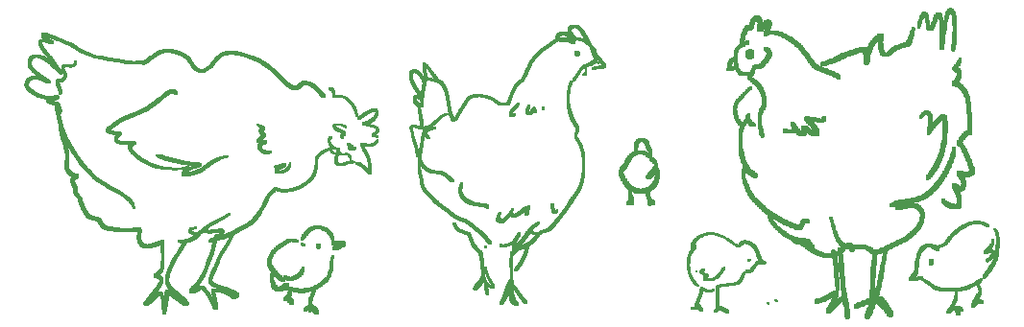
<source format=gbo>
G04*
G04 #@! TF.GenerationSoftware,Altium Limited,Altium Designer,19.0.10 (269)*
G04*
G04 Layer_Color=32896*
%FSLAX25Y25*%
%MOIN*%
G70*
G01*
G75*
G36*
X330255Y111685D02*
X330675D01*
Y111475D01*
X330885D01*
Y111265D01*
Y111055D01*
X331095D01*
Y110844D01*
Y110634D01*
X331305D01*
Y110424D01*
Y110214D01*
Y110004D01*
X331516D01*
Y109794D01*
Y109583D01*
Y109373D01*
Y109163D01*
X331726D01*
Y108953D01*
Y108743D01*
Y108533D01*
Y108323D01*
Y108112D01*
Y107902D01*
Y107692D01*
Y107482D01*
Y107272D01*
Y107062D01*
X331936D01*
Y106851D01*
Y106641D01*
Y106431D01*
Y106221D01*
Y106011D01*
Y105801D01*
Y105591D01*
Y105380D01*
Y105170D01*
Y104960D01*
Y104750D01*
Y104540D01*
Y104330D01*
Y104120D01*
Y103910D01*
Y103699D01*
Y103489D01*
Y103279D01*
Y103069D01*
Y102859D01*
Y102649D01*
Y102438D01*
Y102228D01*
Y102018D01*
Y101808D01*
Y101598D01*
Y101388D01*
Y101178D01*
Y100967D01*
Y100757D01*
Y100547D01*
X331726D01*
Y100337D01*
Y100127D01*
Y99917D01*
Y99707D01*
Y99496D01*
Y99286D01*
Y99076D01*
Y98866D01*
X331516D01*
Y98656D01*
Y98446D01*
Y98235D01*
Y98025D01*
X331305D01*
Y97815D01*
Y97605D01*
Y97395D01*
Y97185D01*
X331095D01*
Y96974D01*
Y96764D01*
X330045D01*
Y96974D01*
X329834D01*
Y97185D01*
Y97395D01*
Y97605D01*
Y97815D01*
Y98025D01*
Y98235D01*
Y98446D01*
Y98656D01*
Y98866D01*
Y99076D01*
Y99286D01*
X330045D01*
Y99496D01*
Y99707D01*
Y99917D01*
Y100127D01*
Y100337D01*
Y100547D01*
Y100757D01*
Y100967D01*
X330255D01*
Y101178D01*
Y101388D01*
Y101598D01*
Y101808D01*
Y102018D01*
Y102228D01*
Y102438D01*
Y102649D01*
Y102859D01*
Y103069D01*
Y103279D01*
Y103489D01*
X330465D01*
Y103699D01*
Y103910D01*
Y104120D01*
Y104330D01*
Y104540D01*
Y104750D01*
Y104960D01*
Y105170D01*
Y105380D01*
Y105591D01*
X330255D01*
Y105801D01*
Y106011D01*
Y106221D01*
Y106431D01*
Y106641D01*
Y106851D01*
Y107062D01*
Y107272D01*
Y107482D01*
Y107692D01*
Y107902D01*
Y108112D01*
Y108323D01*
X330045D01*
Y108533D01*
Y108743D01*
Y108953D01*
Y109163D01*
Y109373D01*
X329834D01*
Y109583D01*
Y109794D01*
X329414D01*
Y109583D01*
Y109373D01*
X329204D01*
Y109163D01*
Y108953D01*
Y108743D01*
X328994D01*
Y108533D01*
Y108323D01*
Y108112D01*
Y107902D01*
X328784D01*
Y107692D01*
Y107482D01*
Y107272D01*
Y107062D01*
Y106851D01*
X328573D01*
Y106641D01*
Y106431D01*
Y106221D01*
Y106011D01*
Y105801D01*
Y105591D01*
X328363D01*
Y105380D01*
Y105170D01*
Y104960D01*
Y104750D01*
Y104540D01*
Y104330D01*
Y104120D01*
X328153D01*
Y103910D01*
Y103699D01*
Y103489D01*
Y103279D01*
Y103069D01*
Y102859D01*
Y102649D01*
X327943D01*
Y102438D01*
Y102228D01*
Y102018D01*
Y101808D01*
Y101598D01*
Y101388D01*
Y101178D01*
Y100967D01*
X327733D01*
Y100757D01*
Y100547D01*
Y100337D01*
Y100127D01*
Y99917D01*
Y99707D01*
Y99496D01*
Y99286D01*
X327523D01*
Y99076D01*
Y98866D01*
Y98656D01*
Y98446D01*
Y98235D01*
Y98025D01*
Y97815D01*
Y97605D01*
X327313D01*
Y97395D01*
X327102D01*
Y97185D01*
X325841D01*
Y97395D01*
X325631D01*
Y97605D01*
Y97815D01*
Y98025D01*
Y98235D01*
Y98446D01*
Y98656D01*
Y98866D01*
Y99076D01*
Y99286D01*
Y99496D01*
Y99707D01*
Y99917D01*
X325841D01*
Y100127D01*
Y100337D01*
Y100547D01*
Y100757D01*
Y100967D01*
Y101178D01*
Y101388D01*
Y101598D01*
Y101808D01*
Y102018D01*
Y102228D01*
Y102438D01*
Y102649D01*
Y102859D01*
Y103069D01*
Y103279D01*
Y103489D01*
Y103699D01*
Y103910D01*
Y104120D01*
Y104330D01*
Y104540D01*
Y104750D01*
Y104960D01*
Y105170D01*
Y105380D01*
Y105591D01*
Y105801D01*
Y106011D01*
Y106221D01*
X325631D01*
Y106431D01*
Y106641D01*
Y106851D01*
Y107062D01*
Y107272D01*
Y107482D01*
X325421D01*
Y107692D01*
Y107902D01*
X325211D01*
Y107692D01*
Y107482D01*
Y107272D01*
X325001D01*
Y107062D01*
Y106851D01*
X324791D01*
Y106641D01*
Y106431D01*
Y106221D01*
X324581D01*
Y106011D01*
Y105801D01*
Y105591D01*
X324371D01*
Y105380D01*
Y105170D01*
X324160D01*
Y104960D01*
Y104750D01*
X323950D01*
Y104540D01*
Y104330D01*
X323740D01*
Y104120D01*
X323530D01*
Y103910D01*
X321639D01*
Y104120D01*
X321428D01*
Y104330D01*
X321218D01*
Y104540D01*
Y104750D01*
Y104960D01*
X321008D01*
Y105170D01*
Y105380D01*
Y105591D01*
Y105801D01*
Y106011D01*
Y106221D01*
Y106431D01*
Y106641D01*
X320798D01*
Y106851D01*
Y107062D01*
Y107272D01*
Y107482D01*
Y107692D01*
Y107902D01*
Y108112D01*
Y108323D01*
X320588D01*
Y108533D01*
X320378D01*
Y108323D01*
Y108112D01*
Y107902D01*
X320167D01*
Y107692D01*
Y107482D01*
X319957D01*
Y107272D01*
Y107062D01*
Y106851D01*
X319747D01*
Y106641D01*
Y106431D01*
Y106221D01*
X319537D01*
Y106011D01*
Y105801D01*
Y105591D01*
X319327D01*
Y105380D01*
Y105170D01*
X319117D01*
Y104960D01*
Y104750D01*
X318066D01*
Y104960D01*
Y105170D01*
Y105380D01*
Y105591D01*
Y105801D01*
Y106011D01*
Y106221D01*
Y106431D01*
Y106641D01*
X318276D01*
Y106851D01*
Y107062D01*
Y107272D01*
X318486D01*
Y107482D01*
Y107692D01*
Y107902D01*
Y108112D01*
X318696D01*
Y108323D01*
Y108533D01*
Y108743D01*
X318907D01*
Y108953D01*
Y109163D01*
X319117D01*
Y109373D01*
Y109583D01*
Y109794D01*
X319327D01*
Y110004D01*
X319537D01*
Y110214D01*
Y110424D01*
X319957D01*
Y110634D01*
X321218D01*
Y110424D01*
X321639D01*
Y110214D01*
X321849D01*
Y110004D01*
Y109794D01*
X322059D01*
Y109583D01*
Y109373D01*
Y109163D01*
X322269D01*
Y108953D01*
Y108743D01*
Y108533D01*
Y108323D01*
Y108112D01*
Y107902D01*
Y107692D01*
X322479D01*
Y107482D01*
Y107272D01*
Y107062D01*
Y106851D01*
Y106641D01*
Y106431D01*
Y106221D01*
Y106011D01*
X322689D01*
Y106221D01*
X322899D01*
Y106431D01*
Y106641D01*
Y106851D01*
X323110D01*
Y107062D01*
Y107272D01*
X323320D01*
Y107482D01*
Y107692D01*
Y107902D01*
X323530D01*
Y108112D01*
Y108323D01*
Y108533D01*
X323740D01*
Y108743D01*
Y108953D01*
X323950D01*
Y109163D01*
Y109373D01*
Y109583D01*
X324160D01*
Y109794D01*
X324371D01*
Y110004D01*
X324581D01*
Y110214D01*
X324791D01*
Y110424D01*
X326262D01*
Y110214D01*
X326472D01*
Y110004D01*
X326682D01*
Y109794D01*
Y109583D01*
Y109373D01*
X326892D01*
Y109163D01*
Y108953D01*
Y108743D01*
X327102D01*
Y108533D01*
Y108323D01*
Y108112D01*
Y107902D01*
Y107692D01*
X327313D01*
Y107902D01*
Y108112D01*
Y108323D01*
Y108533D01*
X327523D01*
Y108743D01*
Y108953D01*
Y109163D01*
Y109373D01*
X327733D01*
Y109583D01*
Y109794D01*
Y110004D01*
Y110214D01*
X327943D01*
Y110424D01*
Y110634D01*
X328153D01*
Y110844D01*
Y111055D01*
X328363D01*
Y111265D01*
X328573D01*
Y111475D01*
X328784D01*
Y111685D01*
X328994D01*
Y111895D01*
X330255D01*
Y111685D01*
D02*
G37*
G36*
X200318Y105943D02*
X200655D01*
Y105774D01*
X200992D01*
Y105606D01*
X201160D01*
Y105438D01*
X201329D01*
Y105269D01*
X201497D01*
Y105101D01*
X201666D01*
Y104932D01*
X201834D01*
Y104764D01*
X202003D01*
Y104595D01*
X202171D01*
Y104427D01*
X202340D01*
Y104258D01*
Y104090D01*
X202508D01*
Y103921D01*
X202677D01*
Y103753D01*
Y103585D01*
X202845D01*
Y103416D01*
Y103248D01*
X203013D01*
Y103079D01*
X203182D01*
Y102911D01*
Y102742D01*
X203350D01*
Y102574D01*
X203519D01*
Y102405D01*
Y102237D01*
X203687D01*
Y102068D01*
X203856D01*
Y101900D01*
Y101732D01*
X204024D01*
Y101563D01*
Y101395D01*
X204193D01*
Y101226D01*
Y101058D01*
X204361D01*
Y100889D01*
Y100721D01*
X204530D01*
Y100552D01*
Y100384D01*
X204698D01*
Y100216D01*
Y100047D01*
Y99879D01*
X204866D01*
Y99710D01*
Y99542D01*
X205035D01*
Y99373D01*
X205203D01*
Y99205D01*
Y99036D01*
X205372D01*
Y98868D01*
X205540D01*
Y98699D01*
X205709D01*
Y98531D01*
X205877D01*
Y98363D01*
X206046D01*
Y98194D01*
X206214D01*
Y98026D01*
Y97857D01*
X206382D01*
Y97689D01*
X206551D01*
Y97520D01*
X206719D01*
Y97352D01*
Y97183D01*
Y97015D01*
X206888D01*
Y96846D01*
Y96678D01*
Y96510D01*
Y96341D01*
X207056D01*
Y96173D01*
Y96004D01*
Y95836D01*
X207225D01*
Y95667D01*
X207393D01*
Y95499D01*
X207562D01*
Y95330D01*
X207730D01*
Y95162D01*
X207898D01*
Y94994D01*
Y94825D01*
X208067D01*
Y94657D01*
X208235D01*
Y94488D01*
X208404D01*
Y94320D01*
X208572D01*
Y94151D01*
X208741D01*
Y93983D01*
Y93814D01*
X208909D01*
Y93646D01*
X209078D01*
Y93477D01*
X209246D01*
Y93309D01*
X209415D01*
Y93141D01*
X209583D01*
Y92972D01*
Y92804D01*
X209752D01*
Y92635D01*
X209920D01*
Y92467D01*
X210088D01*
Y92298D01*
Y92130D01*
X210257D01*
Y91961D01*
Y91793D01*
Y91624D01*
Y91456D01*
Y91288D01*
X210088D01*
Y91119D01*
X209752D01*
Y90951D01*
X209583D01*
Y90782D01*
X209415D01*
Y90614D01*
X208404D01*
Y90782D01*
X208067D01*
Y90614D01*
X206888D01*
Y90445D01*
X205203D01*
Y90614D01*
Y90782D01*
Y90951D01*
Y91119D01*
Y91288D01*
X205372D01*
Y91456D01*
X205709D01*
Y91624D01*
X206214D01*
Y91793D01*
X207393D01*
Y91961D01*
X208404D01*
Y92130D01*
X208235D01*
Y92298D01*
X208067D01*
Y92467D01*
Y92635D01*
X207898D01*
Y92467D01*
Y92298D01*
X207056D01*
Y92467D01*
X206382D01*
Y92298D01*
X206046D01*
Y92130D01*
X205709D01*
Y91961D01*
X205372D01*
Y91793D01*
X204361D01*
Y91624D01*
X204024D01*
Y91456D01*
X203687D01*
Y91288D01*
X203519D01*
Y91119D01*
Y90951D01*
Y90782D01*
Y90614D01*
Y90445D01*
Y90277D01*
Y90108D01*
Y89940D01*
Y89771D01*
Y89603D01*
Y89435D01*
Y89266D01*
Y89098D01*
Y88929D01*
Y88761D01*
X203350D01*
Y88592D01*
Y88424D01*
X203013D01*
Y88255D01*
X201834D01*
Y88424D01*
Y88592D01*
Y88761D01*
Y88929D01*
Y89098D01*
X202171D01*
Y89266D01*
X202508D01*
Y89435D01*
Y89603D01*
Y89771D01*
X202677D01*
Y89940D01*
Y90108D01*
Y90277D01*
Y90445D01*
Y90614D01*
X202508D01*
Y90782D01*
Y90951D01*
X202340D01*
Y90782D01*
Y90614D01*
X202171D01*
Y90445D01*
X202003D01*
Y90277D01*
X201834D01*
Y90108D01*
X201666D01*
Y89940D01*
X201497D01*
Y89771D01*
Y89603D01*
X201329D01*
Y89435D01*
X201160D01*
Y89266D01*
Y89098D01*
X200992D01*
Y88929D01*
Y88761D01*
X200824D01*
Y88592D01*
X200655D01*
Y88424D01*
Y88255D01*
X200487D01*
Y88087D01*
Y87919D01*
X200318D01*
Y87750D01*
X200150D01*
Y87582D01*
Y87413D01*
X199981D01*
Y87245D01*
X199813D01*
Y87076D01*
Y86908D01*
X199644D01*
Y86739D01*
X199476D01*
Y86571D01*
X199308D01*
Y86402D01*
X199139D01*
Y86234D01*
X198634D01*
Y86066D01*
Y85897D01*
X198465D01*
Y85729D01*
Y85560D01*
X198297D01*
Y85392D01*
Y85223D01*
Y85055D01*
X198128D01*
Y84886D01*
Y84718D01*
Y84549D01*
Y84381D01*
X197960D01*
Y84213D01*
Y84044D01*
Y83876D01*
Y83707D01*
Y83539D01*
Y83370D01*
Y83202D01*
Y83033D01*
X197791D01*
Y82865D01*
Y82696D01*
Y82528D01*
Y82360D01*
Y82191D01*
Y82023D01*
Y81854D01*
X197623D01*
Y81686D01*
Y81517D01*
Y81349D01*
Y81180D01*
Y81012D01*
Y80844D01*
Y80675D01*
Y80507D01*
Y80338D01*
Y80170D01*
Y80001D01*
Y79833D01*
Y79664D01*
Y79496D01*
Y79327D01*
Y79159D01*
Y78991D01*
Y78822D01*
Y78654D01*
Y78485D01*
X197791D01*
Y78317D01*
Y78148D01*
Y77980D01*
Y77811D01*
Y77643D01*
X197960D01*
Y77474D01*
Y77306D01*
Y77138D01*
Y76969D01*
X198128D01*
Y76801D01*
Y76632D01*
Y76464D01*
Y76295D01*
Y76127D01*
X198297D01*
Y75958D01*
Y75790D01*
Y75621D01*
Y75453D01*
X198465D01*
Y75285D01*
Y75116D01*
Y74948D01*
X198634D01*
Y74779D01*
Y74611D01*
X198802D01*
Y74442D01*
Y74274D01*
Y74105D01*
X198971D01*
Y73937D01*
Y73769D01*
X199139D01*
Y73600D01*
Y73432D01*
X199308D01*
Y73263D01*
Y73095D01*
X199476D01*
Y72926D01*
Y72758D01*
X199644D01*
Y72589D01*
Y72421D01*
X199813D01*
Y72252D01*
Y72084D01*
X199981D01*
Y71916D01*
X200150D01*
Y71747D01*
Y71579D01*
X200318D01*
Y71410D01*
Y71242D01*
X200487D01*
Y71073D01*
Y70905D01*
X200655D01*
Y70736D01*
Y70568D01*
Y70399D01*
Y70231D01*
Y70063D01*
Y69894D01*
Y69726D01*
Y69557D01*
Y69389D01*
Y69220D01*
Y69052D01*
Y68883D01*
Y68715D01*
Y68546D01*
X200487D01*
Y68378D01*
Y68210D01*
X200318D01*
Y68041D01*
Y67873D01*
X200150D01*
Y67704D01*
Y67536D01*
Y67367D01*
X199981D01*
Y67199D01*
X200150D01*
Y67030D01*
X200318D01*
Y66862D01*
Y66694D01*
X200487D01*
Y66525D01*
X200655D01*
Y66357D01*
Y66188D01*
X200824D01*
Y66020D01*
Y65851D01*
X200992D01*
Y65683D01*
Y65514D01*
X201160D01*
Y65346D01*
X201329D01*
Y65177D01*
Y65009D01*
X201497D01*
Y64841D01*
X201666D01*
Y64672D01*
Y64504D01*
X201834D01*
Y64335D01*
Y64167D01*
X202003D01*
Y63998D01*
Y63830D01*
Y63661D01*
X202171D01*
Y63493D01*
Y63324D01*
Y63156D01*
Y62988D01*
X202340D01*
Y62819D01*
Y62651D01*
Y62482D01*
X202508D01*
Y62314D01*
Y62145D01*
Y61977D01*
Y61808D01*
X202677D01*
Y61640D01*
Y61471D01*
Y61303D01*
Y61135D01*
Y60966D01*
Y60798D01*
X202845D01*
Y60629D01*
Y60461D01*
Y60292D01*
Y60124D01*
Y59955D01*
Y59787D01*
Y59619D01*
Y59450D01*
Y59282D01*
Y59113D01*
Y58945D01*
Y58776D01*
Y58608D01*
Y58439D01*
Y58271D01*
Y58103D01*
Y57934D01*
Y57766D01*
Y57597D01*
Y57429D01*
Y57260D01*
Y57092D01*
Y56923D01*
Y56755D01*
Y56586D01*
Y56418D01*
Y56249D01*
Y56081D01*
Y55913D01*
Y55744D01*
Y55576D01*
Y55407D01*
Y55239D01*
Y55070D01*
Y54902D01*
Y54733D01*
Y54565D01*
Y54396D01*
Y54228D01*
Y54060D01*
Y53891D01*
Y53723D01*
Y53554D01*
X202677D01*
Y53386D01*
Y53217D01*
Y53049D01*
Y52880D01*
Y52712D01*
Y52543D01*
X202508D01*
Y52375D01*
Y52207D01*
Y52038D01*
Y51870D01*
Y51701D01*
X202340D01*
Y51533D01*
Y51364D01*
Y51196D01*
Y51028D01*
Y50859D01*
X202171D01*
Y50691D01*
Y50522D01*
Y50354D01*
X202003D01*
Y50185D01*
Y50017D01*
Y49848D01*
X201834D01*
Y49680D01*
Y49511D01*
Y49343D01*
X201666D01*
Y49174D01*
Y49006D01*
X201497D01*
Y48838D01*
Y48669D01*
X201329D01*
Y48501D01*
Y48332D01*
X201160D01*
Y48164D01*
Y47995D01*
X200992D01*
Y47827D01*
Y47658D01*
X200824D01*
Y47490D01*
X200655D01*
Y47322D01*
Y47153D01*
X200487D01*
Y46985D01*
X200318D01*
Y46816D01*
Y46648D01*
X200150D01*
Y46479D01*
X199981D01*
Y46311D01*
Y46142D01*
X199813D01*
Y45974D01*
X199644D01*
Y45805D01*
Y45637D01*
X199476D01*
Y45469D01*
X199308D01*
Y45300D01*
Y45132D01*
X199139D01*
Y44963D01*
X198971D01*
Y44795D01*
Y44626D01*
X198802D01*
Y44458D01*
X198634D01*
Y44289D01*
Y44121D01*
X198465D01*
Y43953D01*
X198297D01*
Y43784D01*
Y43616D01*
X198128D01*
Y43447D01*
X197960D01*
Y43279D01*
Y43110D01*
X197791D01*
Y42942D01*
Y42773D01*
X197623D01*
Y42605D01*
X197455D01*
Y42436D01*
Y42268D01*
X197286D01*
Y42099D01*
X197118D01*
Y41931D01*
Y41763D01*
X196949D01*
Y41594D01*
X196781D01*
Y41426D01*
Y41257D01*
X196612D01*
Y41089D01*
X196444D01*
Y40920D01*
Y40752D01*
X196275D01*
Y40583D01*
X196107D01*
Y40415D01*
X195938D01*
Y40246D01*
Y40078D01*
X195770D01*
Y39910D01*
X195601D01*
Y39741D01*
X195433D01*
Y39573D01*
X195265D01*
Y39404D01*
Y39236D01*
X195096D01*
Y39067D01*
X194928D01*
Y38899D01*
X194759D01*
Y38730D01*
Y38562D01*
X194591D01*
Y38394D01*
X194422D01*
Y38225D01*
X194254D01*
Y38057D01*
X194085D01*
Y37888D01*
Y37720D01*
X193917D01*
Y37551D01*
X193749D01*
Y37383D01*
X193580D01*
Y37214D01*
X193412D01*
Y37046D01*
X193243D01*
Y36878D01*
Y36709D01*
X193075D01*
Y36541D01*
X192906D01*
Y36372D01*
X192738D01*
Y36204D01*
Y36035D01*
X192569D01*
Y35867D01*
X192401D01*
Y35698D01*
X192233D01*
Y35530D01*
X192064D01*
Y35361D01*
X191896D01*
Y35193D01*
X191727D01*
Y35024D01*
X191559D01*
Y34856D01*
X191390D01*
Y34688D01*
X191222D01*
Y34519D01*
X191053D01*
Y34351D01*
X190716D01*
Y34182D01*
X190548D01*
Y34014D01*
X190211D01*
Y33845D01*
X189537D01*
Y33677D01*
X188695D01*
Y33508D01*
X188190D01*
Y33340D01*
X187853D01*
Y33171D01*
X187684D01*
Y33003D01*
X187347D01*
Y32835D01*
X187179D01*
Y32666D01*
X187010D01*
Y32498D01*
Y32329D01*
X186842D01*
Y32161D01*
X186674D01*
Y31992D01*
X186505D01*
Y31824D01*
Y31655D01*
X186337D01*
Y31487D01*
X186168D01*
Y31319D01*
X186000D01*
Y31150D01*
Y30982D01*
X185831D01*
Y30813D01*
X185663D01*
Y30645D01*
X185494D01*
Y30476D01*
Y30308D01*
X185326D01*
Y30139D01*
X185158D01*
Y29971D01*
X184821D01*
Y29803D01*
X184652D01*
Y29634D01*
X184315D01*
Y29466D01*
X184147D01*
Y29297D01*
X183810D01*
Y29129D01*
X183641D01*
Y28960D01*
X183473D01*
Y28792D01*
X183305D01*
Y28623D01*
Y28455D01*
Y28286D01*
Y28118D01*
Y27950D01*
X183136D01*
Y27781D01*
Y27613D01*
Y27444D01*
Y27276D01*
X182968D01*
Y27107D01*
Y26939D01*
Y26770D01*
Y26602D01*
X182799D01*
Y26433D01*
Y26265D01*
Y26096D01*
X182631D01*
Y25928D01*
Y25760D01*
Y25591D01*
X182462D01*
Y25423D01*
Y25254D01*
Y25086D01*
X182294D01*
Y24917D01*
Y24749D01*
Y24580D01*
X182125D01*
Y24412D01*
Y24243D01*
X181957D01*
Y24075D01*
Y23907D01*
X181788D01*
Y23738D01*
Y23570D01*
X181620D01*
Y23401D01*
Y23233D01*
X181451D01*
Y23064D01*
X181283D01*
Y22896D01*
Y22727D01*
X181115D01*
Y22559D01*
Y22391D01*
X180946D01*
Y22222D01*
X180778D01*
Y22054D01*
Y21885D01*
X180609D01*
Y21717D01*
X180441D01*
Y21548D01*
X180272D01*
Y21380D01*
Y21211D01*
X180104D01*
Y21043D01*
X179935D01*
Y20875D01*
X179767D01*
Y20706D01*
X179599D01*
Y20538D01*
X179430D01*
Y20369D01*
X179262D01*
Y20201D01*
X178083D01*
Y20369D01*
Y20538D01*
Y20706D01*
Y20875D01*
Y21043D01*
X178251D01*
Y21211D01*
Y21380D01*
X178419D01*
Y21548D01*
X178588D01*
Y21717D01*
Y21885D01*
X178756D01*
Y22054D01*
X178925D01*
Y22222D01*
X179093D01*
Y22391D01*
Y22559D01*
X179262D01*
Y22727D01*
X179430D01*
Y22896D01*
Y23064D01*
X179599D01*
Y23233D01*
X179767D01*
Y23401D01*
X179935D01*
Y23570D01*
Y23738D01*
X180104D01*
Y23907D01*
Y24075D01*
X180272D01*
Y24243D01*
X180441D01*
Y24412D01*
Y24580D01*
X180609D01*
Y24749D01*
Y24917D01*
X180778D01*
Y25086D01*
Y25254D01*
X180946D01*
Y25423D01*
Y25591D01*
X181115D01*
Y25760D01*
Y25928D01*
X181283D01*
Y26096D01*
Y26265D01*
X181451D01*
Y26433D01*
Y26602D01*
Y26770D01*
X181620D01*
Y26939D01*
Y27107D01*
Y27276D01*
X181788D01*
Y27444D01*
Y27613D01*
Y27781D01*
Y27950D01*
X181957D01*
Y28118D01*
X181283D01*
Y27950D01*
X180778D01*
Y27781D01*
X180272D01*
Y27613D01*
X179935D01*
Y27444D01*
X179767D01*
Y27276D01*
X179430D01*
Y27107D01*
X179262D01*
Y26939D01*
X179093D01*
Y26770D01*
Y26602D01*
X178925D01*
Y26433D01*
X178756D01*
Y26265D01*
X178588D01*
Y26096D01*
X178419D01*
Y25928D01*
X178251D01*
Y25760D01*
X177746D01*
Y25591D01*
Y25423D01*
Y25254D01*
Y25086D01*
Y24917D01*
Y24749D01*
Y24580D01*
Y24412D01*
Y24243D01*
Y24075D01*
Y23907D01*
Y23738D01*
Y23570D01*
Y23401D01*
Y23233D01*
Y23064D01*
Y22896D01*
Y22727D01*
Y22559D01*
Y22391D01*
Y22222D01*
Y22054D01*
Y21885D01*
Y21717D01*
Y21548D01*
Y21380D01*
Y21211D01*
Y21043D01*
Y20875D01*
Y20706D01*
Y20538D01*
Y20369D01*
Y20201D01*
Y20032D01*
Y19864D01*
Y19695D01*
Y19527D01*
Y19358D01*
Y19190D01*
Y19022D01*
Y18853D01*
X177914D01*
Y18685D01*
Y18516D01*
Y18348D01*
Y18179D01*
Y18011D01*
Y17842D01*
Y17674D01*
Y17505D01*
Y17337D01*
X178083D01*
Y17168D01*
Y17000D01*
X178251D01*
Y16832D01*
Y16663D01*
Y16495D01*
Y16326D01*
Y16158D01*
Y15989D01*
Y15821D01*
Y15653D01*
Y15484D01*
X178419D01*
Y15316D01*
X178588D01*
Y15147D01*
X178756D01*
Y14979D01*
X178925D01*
Y14810D01*
X179093D01*
Y14642D01*
X179262D01*
Y14473D01*
X179430D01*
Y14305D01*
X179599D01*
Y14136D01*
Y13968D01*
X179767D01*
Y13800D01*
X179935D01*
Y13631D01*
X180104D01*
Y13463D01*
X180272D01*
Y13294D01*
Y13126D01*
X180441D01*
Y12957D01*
X180609D01*
Y12789D01*
X180778D01*
Y12620D01*
Y12452D01*
X180946D01*
Y12283D01*
X181115D01*
Y12115D01*
X181283D01*
Y11947D01*
Y11778D01*
X181451D01*
Y11610D01*
X181620D01*
Y11441D01*
X181788D01*
Y11273D01*
X181957D01*
Y11104D01*
X182125D01*
Y10936D01*
X182294D01*
Y10767D01*
X182462D01*
Y10599D01*
Y10430D01*
X182631D01*
Y10262D01*
X182799D01*
Y10094D01*
Y9925D01*
Y9757D01*
Y9588D01*
Y9420D01*
Y9251D01*
Y9083D01*
Y8914D01*
X181788D01*
Y9083D01*
X181620D01*
Y9251D01*
X181451D01*
Y9420D01*
X181283D01*
Y9588D01*
X181115D01*
Y9757D01*
X180946D01*
Y9925D01*
X180778D01*
Y10094D01*
Y10262D01*
X180609D01*
Y10430D01*
X180441D01*
Y10599D01*
X180272D01*
Y10767D01*
Y10936D01*
X180104D01*
Y11104D01*
X179935D01*
Y11273D01*
X179767D01*
Y11441D01*
Y11610D01*
X179599D01*
Y11778D01*
X179430D01*
Y11947D01*
Y12115D01*
X179262D01*
Y12283D01*
X179093D01*
Y12452D01*
Y12620D01*
X178925D01*
Y12789D01*
X178756D01*
Y12957D01*
Y13126D01*
X178588D01*
Y13294D01*
X178419D01*
Y13463D01*
X178251D01*
Y13631D01*
Y13800D01*
X178083D01*
Y13631D01*
Y13463D01*
Y13294D01*
Y13126D01*
X178251D01*
Y12957D01*
Y12789D01*
Y12620D01*
Y12452D01*
X178419D01*
Y12283D01*
Y12115D01*
Y11947D01*
X178588D01*
Y11778D01*
Y11610D01*
Y11441D01*
X178756D01*
Y11273D01*
Y11104D01*
Y10936D01*
X178925D01*
Y10767D01*
Y10599D01*
Y10430D01*
X179093D01*
Y10262D01*
Y10094D01*
X179262D01*
Y9925D01*
X179430D01*
Y9757D01*
X179599D01*
Y9588D01*
X179767D01*
Y9420D01*
X179935D01*
Y9251D01*
Y9083D01*
Y8914D01*
Y8746D01*
Y8578D01*
Y8409D01*
X179767D01*
Y8241D01*
X178588D01*
Y8409D01*
X178251D01*
Y8578D01*
X177746D01*
Y8746D01*
X177577D01*
Y8914D01*
X177240D01*
Y9083D01*
X177072D01*
Y9251D01*
X176903D01*
Y9420D01*
Y9588D01*
X176735D01*
Y9757D01*
Y9925D01*
X176566D01*
Y10094D01*
Y10262D01*
Y10430D01*
Y10599D01*
Y10767D01*
Y10936D01*
Y11104D01*
Y11273D01*
Y11441D01*
Y11610D01*
Y11778D01*
Y11947D01*
Y12115D01*
X176398D01*
Y11947D01*
Y11778D01*
X176230D01*
Y11610D01*
Y11441D01*
X176061D01*
Y11273D01*
X175893D01*
Y11104D01*
Y10936D01*
X175724D01*
Y10767D01*
Y10599D01*
X175556D01*
Y10430D01*
X175387D01*
Y10262D01*
Y10094D01*
X175219D01*
Y9925D01*
X175050D01*
Y9757D01*
Y9588D01*
X174882D01*
Y9420D01*
Y9251D01*
X174713D01*
Y9083D01*
X174545D01*
Y8914D01*
Y8746D01*
X173197D01*
Y8914D01*
Y9083D01*
Y9251D01*
Y9420D01*
Y9588D01*
Y9757D01*
Y9925D01*
X173366D01*
Y10094D01*
Y10262D01*
X173534D01*
Y10430D01*
Y10599D01*
X173703D01*
Y10767D01*
Y10936D01*
X173871D01*
Y11104D01*
Y11273D01*
Y11441D01*
X174040D01*
Y11610D01*
Y11778D01*
Y11947D01*
X174208D01*
Y12115D01*
Y12283D01*
X174376D01*
Y12452D01*
Y12620D01*
Y12789D01*
X174545D01*
Y12957D01*
Y13126D01*
Y13294D01*
X174713D01*
Y13463D01*
Y13631D01*
Y13800D01*
X174882D01*
Y13968D01*
Y14136D01*
Y14305D01*
X175050D01*
Y14473D01*
Y14642D01*
Y14810D01*
X175219D01*
Y14979D01*
Y15147D01*
X175387D01*
Y15316D01*
Y15484D01*
X175556D01*
Y15653D01*
Y15821D01*
X175724D01*
Y15989D01*
Y16158D01*
X175893D01*
Y16326D01*
Y16495D01*
X176061D01*
Y16663D01*
Y16832D01*
X176230D01*
Y17000D01*
Y17168D01*
X176398D01*
Y17337D01*
X176566D01*
Y17505D01*
Y17674D01*
X176735D01*
Y17842D01*
Y18011D01*
Y18179D01*
Y18348D01*
Y18516D01*
Y18685D01*
Y18853D01*
Y19022D01*
Y19190D01*
Y19358D01*
Y19527D01*
Y19695D01*
Y19864D01*
Y20032D01*
Y20201D01*
Y20369D01*
Y20538D01*
Y20706D01*
Y20875D01*
Y21043D01*
Y21211D01*
Y21380D01*
Y21548D01*
X176566D01*
Y21717D01*
Y21885D01*
Y22054D01*
Y22222D01*
Y22391D01*
Y22559D01*
Y22727D01*
Y22896D01*
Y23064D01*
Y23233D01*
Y23401D01*
Y23570D01*
Y23738D01*
Y23907D01*
Y24075D01*
Y24243D01*
Y24412D01*
Y24580D01*
Y24749D01*
Y24917D01*
X176735D01*
Y25086D01*
Y25254D01*
Y25423D01*
Y25591D01*
Y25760D01*
Y25928D01*
Y26096D01*
Y26265D01*
Y26433D01*
Y26602D01*
Y26770D01*
X176903D01*
Y26939D01*
Y27107D01*
Y27276D01*
X177409D01*
Y27444D01*
Y27613D01*
Y27781D01*
Y27950D01*
Y28118D01*
Y28286D01*
Y28455D01*
Y28623D01*
Y28792D01*
Y28960D01*
Y29129D01*
X177577D01*
Y29297D01*
X177240D01*
Y29129D01*
X176735D01*
Y28960D01*
X175893D01*
Y28792D01*
X173029D01*
Y28960D01*
Y29129D01*
Y29297D01*
Y29466D01*
Y29634D01*
Y29803D01*
X174040D01*
Y29634D01*
X174713D01*
Y29803D01*
X175724D01*
Y29971D01*
X176230D01*
Y30139D01*
X176735D01*
Y30308D01*
X176903D01*
Y30476D01*
X177240D01*
Y30645D01*
X177409D01*
Y30813D01*
X177577D01*
Y30982D01*
X177746D01*
Y31150D01*
X177914D01*
Y31319D01*
Y31487D01*
X178083D01*
Y31655D01*
X178251D01*
Y31824D01*
Y31992D01*
X178419D01*
Y32161D01*
X178588D01*
Y32329D01*
Y32498D01*
X178756D01*
Y32666D01*
X178925D01*
Y32835D01*
Y33003D01*
X179093D01*
Y33171D01*
X179262D01*
Y33340D01*
Y33508D01*
X179430D01*
Y33677D01*
X179599D01*
Y33845D01*
X180609D01*
Y33677D01*
Y33508D01*
Y33340D01*
Y33171D01*
Y33003D01*
Y32835D01*
Y32666D01*
Y32498D01*
X180441D01*
Y32329D01*
Y32161D01*
X180272D01*
Y31992D01*
X180104D01*
Y31824D01*
X179935D01*
Y31655D01*
Y31487D01*
X179767D01*
Y31319D01*
X179599D01*
Y31150D01*
Y30982D01*
X179430D01*
Y30813D01*
Y30645D01*
X179262D01*
Y30476D01*
X179093D01*
Y30308D01*
Y30139D01*
X179262D01*
Y30308D01*
X179430D01*
Y30476D01*
X179599D01*
Y30645D01*
X179767D01*
Y30813D01*
X179935D01*
Y30982D01*
X180104D01*
Y31150D01*
X180272D01*
Y31319D01*
X180441D01*
Y31487D01*
X180609D01*
Y31655D01*
X180778D01*
Y31824D01*
X180946D01*
Y31992D01*
Y32161D01*
X181115D01*
Y32329D01*
X181283D01*
Y32498D01*
X181451D01*
Y32666D01*
Y32835D01*
X181620D01*
Y33003D01*
X181788D01*
Y33171D01*
Y33340D01*
X181957D01*
Y33508D01*
X182125D01*
Y33677D01*
Y33845D01*
X182294D01*
Y34014D01*
Y34182D01*
X182462D01*
Y34351D01*
X182631D01*
Y34519D01*
Y34688D01*
X182799D01*
Y34856D01*
X182968D01*
Y35024D01*
X183136D01*
Y35193D01*
X183305D01*
Y35361D01*
Y35530D01*
X183473D01*
Y35698D01*
X183641D01*
Y35867D01*
X183810D01*
Y36035D01*
X183978D01*
Y36204D01*
X184315D01*
Y36372D01*
X184484D01*
Y36541D01*
X184652D01*
Y36709D01*
X184989D01*
Y36878D01*
X185158D01*
Y37046D01*
X185494D01*
Y37214D01*
X185663D01*
Y37383D01*
X186000D01*
Y37551D01*
X186168D01*
Y37720D01*
X187010D01*
Y37551D01*
Y37383D01*
Y37214D01*
Y37046D01*
Y36878D01*
Y36709D01*
X186842D01*
Y36541D01*
X186674D01*
Y36372D01*
X186505D01*
Y36204D01*
X186337D01*
Y36035D01*
X186168D01*
Y35867D01*
X186000D01*
Y35698D01*
X185831D01*
Y35530D01*
X185494D01*
Y35361D01*
X185326D01*
Y35193D01*
X185158D01*
Y35024D01*
X184989D01*
Y34856D01*
X184821D01*
Y34688D01*
X184652D01*
Y34519D01*
Y34351D01*
X184821D01*
Y34182D01*
X185158D01*
Y34014D01*
X186674D01*
Y34182D01*
X187010D01*
Y34351D01*
X187179D01*
Y34519D01*
X187516D01*
Y34688D01*
X188021D01*
Y34856D01*
X188526D01*
Y35024D01*
X189032D01*
Y35193D01*
X189537D01*
Y35361D01*
X189874D01*
Y35530D01*
X190043D01*
Y35698D01*
X190211D01*
Y35867D01*
X190380D01*
Y36035D01*
X190548D01*
Y36204D01*
X190716D01*
Y36372D01*
X190885D01*
Y36541D01*
X191053D01*
Y36709D01*
X191222D01*
Y36878D01*
X191390D01*
Y37046D01*
X191559D01*
Y37214D01*
X191727D01*
Y37383D01*
Y37551D01*
X191896D01*
Y37720D01*
X192064D01*
Y37888D01*
X192233D01*
Y38057D01*
Y38225D01*
X192401D01*
Y38394D01*
X192569D01*
Y38562D01*
X192738D01*
Y38730D01*
X192906D01*
Y38899D01*
Y39067D01*
X193075D01*
Y39236D01*
X193243D01*
Y39404D01*
X193412D01*
Y39573D01*
X193580D01*
Y39741D01*
X193749D01*
Y39910D01*
Y40078D01*
X193917D01*
Y40246D01*
X194085D01*
Y40415D01*
X194254D01*
Y40583D01*
Y40752D01*
X194422D01*
Y40920D01*
X194591D01*
Y41089D01*
X194759D01*
Y41257D01*
X194928D01*
Y41426D01*
Y41594D01*
X195096D01*
Y41763D01*
X195265D01*
Y41931D01*
X195433D01*
Y42099D01*
Y42268D01*
X195601D01*
Y42436D01*
X195770D01*
Y42605D01*
Y42773D01*
X195938D01*
Y42942D01*
X196107D01*
Y43110D01*
Y43279D01*
X196275D01*
Y43447D01*
X196444D01*
Y43616D01*
Y43784D01*
X196612D01*
Y43953D01*
Y44121D01*
X196781D01*
Y44289D01*
X196949D01*
Y44458D01*
Y44626D01*
X197118D01*
Y44795D01*
X197286D01*
Y44963D01*
Y45132D01*
X197455D01*
Y45300D01*
X197623D01*
Y45469D01*
Y45637D01*
X197791D01*
Y45805D01*
X197960D01*
Y45974D01*
Y46142D01*
X198128D01*
Y46311D01*
X198297D01*
Y46479D01*
Y46648D01*
X198465D01*
Y46816D01*
X198634D01*
Y46985D01*
Y47153D01*
X198802D01*
Y47322D01*
X198971D01*
Y47490D01*
Y47658D01*
X199139D01*
Y47827D01*
X199308D01*
Y47995D01*
Y48164D01*
X199476D01*
Y48332D01*
X199644D01*
Y48501D01*
Y48669D01*
X199813D01*
Y48838D01*
Y49006D01*
X199981D01*
Y49174D01*
Y49343D01*
X200150D01*
Y49511D01*
X200318D01*
Y49680D01*
Y49848D01*
X200487D01*
Y50017D01*
Y50185D01*
Y50354D01*
X200655D01*
Y50522D01*
Y50691D01*
X200824D01*
Y50859D01*
Y51028D01*
Y51196D01*
X200992D01*
Y51364D01*
Y51533D01*
Y51701D01*
Y51870D01*
X201160D01*
Y52038D01*
Y52207D01*
Y52375D01*
Y52543D01*
Y52712D01*
X201329D01*
Y52880D01*
Y53049D01*
Y53217D01*
Y53386D01*
Y53554D01*
X201497D01*
Y53723D01*
Y53891D01*
Y54060D01*
Y54228D01*
Y54396D01*
Y54565D01*
X201666D01*
Y54733D01*
Y54902D01*
Y55070D01*
Y55239D01*
Y55407D01*
Y55576D01*
Y55744D01*
Y55913D01*
Y56081D01*
Y56249D01*
Y56418D01*
Y56586D01*
Y56755D01*
Y56923D01*
Y57092D01*
Y57260D01*
Y57429D01*
Y57597D01*
Y57766D01*
Y57934D01*
Y58103D01*
Y58271D01*
Y58439D01*
Y58608D01*
Y58776D01*
Y58945D01*
Y59113D01*
Y59282D01*
Y59450D01*
Y59619D01*
Y59787D01*
Y59955D01*
X201497D01*
Y60124D01*
Y60292D01*
Y60461D01*
Y60629D01*
Y60798D01*
Y60966D01*
Y61135D01*
X201329D01*
Y61303D01*
Y61471D01*
Y61640D01*
Y61808D01*
X201160D01*
Y61977D01*
Y62145D01*
Y62314D01*
Y62482D01*
X200992D01*
Y62651D01*
Y62819D01*
Y62988D01*
X200824D01*
Y63156D01*
Y63324D01*
Y63493D01*
Y63661D01*
X200655D01*
Y63830D01*
Y63998D01*
X200487D01*
Y64167D01*
Y64335D01*
X200318D01*
Y64504D01*
Y64672D01*
X200150D01*
Y64841D01*
Y65009D01*
Y65177D01*
X199981D01*
Y65346D01*
X199813D01*
Y65514D01*
X199644D01*
Y65683D01*
X199476D01*
Y65851D01*
X199308D01*
Y66020D01*
Y66188D01*
X199139D01*
Y66357D01*
Y66525D01*
Y66694D01*
X198971D01*
Y66862D01*
Y67030D01*
Y67199D01*
Y67367D01*
Y67536D01*
Y67704D01*
Y67873D01*
Y68041D01*
X199139D01*
Y68210D01*
Y68378D01*
Y68546D01*
X199308D01*
Y68715D01*
Y68883D01*
Y69052D01*
X199476D01*
Y69220D01*
Y69389D01*
Y69557D01*
Y69726D01*
Y69894D01*
X199308D01*
Y70063D01*
Y70231D01*
X199139D01*
Y70399D01*
Y70568D01*
X198971D01*
Y70736D01*
X198802D01*
Y70905D01*
Y71073D01*
X198634D01*
Y71242D01*
Y71410D01*
X198465D01*
Y71579D01*
Y71747D01*
X198297D01*
Y71916D01*
Y72084D01*
X198128D01*
Y72252D01*
Y72421D01*
X197960D01*
Y72589D01*
Y72758D01*
X197791D01*
Y72926D01*
Y73095D01*
X197623D01*
Y73263D01*
Y73432D01*
X197455D01*
Y73600D01*
Y73769D01*
Y73937D01*
X197286D01*
Y74105D01*
Y74274D01*
Y74442D01*
X197118D01*
Y74611D01*
Y74779D01*
Y74948D01*
X196949D01*
Y75116D01*
Y75285D01*
Y75453D01*
Y75621D01*
X196781D01*
Y75790D01*
Y75958D01*
Y76127D01*
Y76295D01*
Y76464D01*
X196612D01*
Y76632D01*
Y76801D01*
Y76969D01*
Y77138D01*
Y77306D01*
X196444D01*
Y77474D01*
Y77643D01*
Y77811D01*
Y77980D01*
Y78148D01*
Y78317D01*
Y78485D01*
Y78654D01*
Y78822D01*
Y78991D01*
Y79159D01*
Y79327D01*
Y79496D01*
Y79664D01*
Y79833D01*
Y80001D01*
Y80170D01*
Y80338D01*
Y80507D01*
Y80675D01*
Y80844D01*
Y81012D01*
Y81180D01*
Y81349D01*
Y81517D01*
Y81686D01*
Y81854D01*
Y82023D01*
Y82191D01*
Y82360D01*
Y82528D01*
X196612D01*
Y82696D01*
Y82865D01*
Y83033D01*
Y83202D01*
Y83370D01*
X196781D01*
Y83539D01*
Y83707D01*
Y83876D01*
Y84044D01*
Y84213D01*
X196949D01*
Y84381D01*
Y84549D01*
Y84718D01*
Y84886D01*
Y85055D01*
X197118D01*
Y85223D01*
Y85392D01*
Y85560D01*
X197286D01*
Y85729D01*
Y85897D01*
Y86066D01*
X197455D01*
Y86234D01*
Y86402D01*
X197623D01*
Y86571D01*
X197791D01*
Y86739D01*
X198297D01*
Y86908D01*
Y87076D01*
Y87245D01*
Y87413D01*
X198465D01*
Y87582D01*
X198634D01*
Y87750D01*
X198802D01*
Y87919D01*
X198971D01*
Y88087D01*
X199139D01*
Y88255D01*
Y88424D01*
X199308D01*
Y88592D01*
X199476D01*
Y88761D01*
Y88929D01*
Y89098D01*
X199644D01*
Y89266D01*
X199813D01*
Y89435D01*
X199981D01*
Y89603D01*
Y89771D01*
X200150D01*
Y89940D01*
X200318D01*
Y90108D01*
Y90277D01*
X200487D01*
Y90445D01*
X200655D01*
Y90614D01*
X200824D01*
Y90782D01*
Y90951D01*
X200992D01*
Y91119D01*
X201160D01*
Y91288D01*
X201329D01*
Y91456D01*
X201497D01*
Y91624D01*
X201666D01*
Y91793D01*
X201834D01*
Y91961D01*
X202171D01*
Y92130D01*
X202508D01*
Y92298D01*
X203182D01*
Y92467D01*
X203519D01*
Y92635D01*
X203856D01*
Y92804D01*
X204193D01*
Y92972D01*
X204361D01*
Y93141D01*
X204698D01*
Y93309D01*
X204866D01*
Y93477D01*
X205035D01*
Y93646D01*
X205372D01*
Y93814D01*
X205540D01*
Y93983D01*
X205709D01*
Y94151D01*
Y94320D01*
Y94488D01*
X205540D01*
Y94657D01*
Y94825D01*
X205372D01*
Y94994D01*
Y95162D01*
X205203D01*
Y95330D01*
Y95499D01*
Y95667D01*
X205035D01*
Y95836D01*
Y96004D01*
Y96173D01*
X204866D01*
Y96341D01*
Y96510D01*
Y96678D01*
X204698D01*
Y96846D01*
Y97015D01*
Y97183D01*
Y97352D01*
X204530D01*
Y97520D01*
Y97689D01*
Y97857D01*
X204361D01*
Y98026D01*
Y98194D01*
X204193D01*
Y98363D01*
X204024D01*
Y98531D01*
X203856D01*
Y98699D01*
X203687D01*
Y98868D01*
X203350D01*
Y99036D01*
X203182D01*
Y99205D01*
X203013D01*
Y99373D01*
X202845D01*
Y99542D01*
X202508D01*
Y99710D01*
X202340D01*
Y99879D01*
X202003D01*
Y100047D01*
X201666D01*
Y100216D01*
X201329D01*
Y100384D01*
X200487D01*
Y100552D01*
X199813D01*
Y100384D01*
X199476D01*
Y100216D01*
Y100047D01*
Y99879D01*
Y99710D01*
Y99542D01*
X199308D01*
Y99373D01*
X197791D01*
Y99542D01*
X197623D01*
Y99710D01*
X197286D01*
Y99879D01*
X196781D01*
Y100047D01*
X193917D01*
Y100216D01*
X193412D01*
Y100047D01*
X193075D01*
Y99879D01*
X192906D01*
Y99710D01*
X192569D01*
Y99542D01*
X192401D01*
Y99373D01*
X192064D01*
Y99205D01*
X191896D01*
Y99036D01*
X191727D01*
Y98868D01*
X191559D01*
Y98699D01*
X191222D01*
Y98531D01*
X191053D01*
Y98363D01*
X190885D01*
Y98194D01*
X190548D01*
Y98026D01*
X190380D01*
Y97857D01*
X190043D01*
Y97689D01*
X189874D01*
Y97520D01*
X189537D01*
Y97352D01*
X189200D01*
Y97183D01*
X189032D01*
Y97015D01*
X188863D01*
Y96846D01*
X188526D01*
Y96678D01*
X188358D01*
Y96510D01*
X188190D01*
Y96341D01*
X188021D01*
Y96173D01*
X187853D01*
Y96004D01*
X187684D01*
Y95836D01*
X187516D01*
Y95667D01*
X187347D01*
Y95499D01*
X187179D01*
Y95330D01*
X186842D01*
Y95162D01*
X186674D01*
Y94994D01*
X186505D01*
Y94825D01*
X186337D01*
Y94657D01*
Y94488D01*
X186168D01*
Y94320D01*
X186000D01*
Y94151D01*
X185831D01*
Y93983D01*
X185663D01*
Y93814D01*
X185494D01*
Y93646D01*
X185326D01*
Y93477D01*
Y93309D01*
X185158D01*
Y93141D01*
X184989D01*
Y92972D01*
X184821D01*
Y92804D01*
Y92635D01*
X184652D01*
Y92467D01*
X184484D01*
Y92298D01*
Y92130D01*
X184315D01*
Y91961D01*
Y91793D01*
X184147D01*
Y91624D01*
Y91456D01*
X183978D01*
Y91288D01*
Y91119D01*
X183810D01*
Y90951D01*
Y90782D01*
X183641D01*
Y90614D01*
Y90445D01*
X183473D01*
Y90277D01*
Y90108D01*
X183305D01*
Y89940D01*
Y89771D01*
Y89603D01*
X183136D01*
Y89435D01*
Y89266D01*
X182968D01*
Y89098D01*
Y88929D01*
Y88761D01*
X182799D01*
Y88592D01*
Y88424D01*
X182631D01*
Y88255D01*
Y88087D01*
Y87919D01*
X182462D01*
Y87750D01*
Y87582D01*
X182294D01*
Y87413D01*
Y87245D01*
X182125D01*
Y87076D01*
Y86908D01*
X181957D01*
Y86739D01*
Y86571D01*
X181788D01*
Y86402D01*
X181620D01*
Y86234D01*
X181451D01*
Y86066D01*
X181283D01*
Y85897D01*
X180946D01*
Y85729D01*
X180778D01*
Y85560D01*
X180441D01*
Y85392D01*
X180272D01*
Y85223D01*
X180104D01*
Y85055D01*
X179935D01*
Y84886D01*
X179767D01*
Y84718D01*
Y84549D01*
X179599D01*
Y84381D01*
X179430D01*
Y84213D01*
X179262D01*
Y84044D01*
Y83876D01*
X179093D01*
Y83707D01*
Y83539D01*
X178925D01*
Y83370D01*
Y83202D01*
X178756D01*
Y83033D01*
Y82865D01*
X178588D01*
Y82696D01*
Y82528D01*
X178419D01*
Y82360D01*
Y82191D01*
X178251D01*
Y82023D01*
Y81854D01*
X178083D01*
Y81686D01*
Y81517D01*
X177914D01*
Y81349D01*
Y81180D01*
Y81012D01*
X177746D01*
Y80844D01*
Y80675D01*
X177577D01*
Y80507D01*
Y80338D01*
Y80170D01*
X177409D01*
Y80001D01*
Y79833D01*
Y79664D01*
X177240D01*
Y79496D01*
Y79327D01*
Y79159D01*
X177072D01*
Y78991D01*
Y78822D01*
Y78654D01*
X176903D01*
Y78485D01*
Y78317D01*
Y78148D01*
X176735D01*
Y77980D01*
X176398D01*
Y77811D01*
X173029D01*
Y77980D01*
X172524D01*
Y78148D01*
X172187D01*
Y78317D01*
X172018D01*
Y78485D01*
X171681D01*
Y78654D01*
X171513D01*
Y78822D01*
X171344D01*
Y78991D01*
X171008D01*
Y79159D01*
X170839D01*
Y79327D01*
X170671D01*
Y79496D01*
X170334D01*
Y79664D01*
X169997D01*
Y79833D01*
X169660D01*
Y80001D01*
X169155D01*
Y80170D01*
X168649D01*
Y80338D01*
X168144D01*
Y80507D01*
X167470D01*
Y80675D01*
X166459D01*
Y80844D01*
X165786D01*
Y80675D01*
X164269D01*
Y80507D01*
X163764D01*
Y80338D01*
X163596D01*
Y80170D01*
X163259D01*
Y80001D01*
X163090D01*
Y79833D01*
X162922D01*
Y79664D01*
X162753D01*
Y79496D01*
X162585D01*
Y79327D01*
X162416D01*
Y79159D01*
X162248D01*
Y78991D01*
Y78822D01*
X162080D01*
Y78654D01*
X161911D01*
Y78485D01*
Y78317D01*
X161743D01*
Y78148D01*
Y77980D01*
X161574D01*
Y77811D01*
X161406D01*
Y77643D01*
Y77474D01*
X161237D01*
Y77306D01*
Y77138D01*
X161069D01*
Y76969D01*
X160900D01*
Y76801D01*
Y76632D01*
X160732D01*
Y76464D01*
X160563D01*
Y76295D01*
Y76127D01*
X160395D01*
Y75958D01*
X160227D01*
Y75790D01*
Y75621D01*
X160058D01*
Y75453D01*
X159890D01*
Y75285D01*
Y75116D01*
X159721D01*
Y74948D01*
X159553D01*
Y74779D01*
Y74611D01*
X159384D01*
Y74442D01*
Y74274D01*
X159216D01*
Y74105D01*
X159047D01*
Y73937D01*
Y73769D01*
X158879D01*
Y73600D01*
Y73432D01*
X158711D01*
Y73263D01*
Y73095D01*
X158542D01*
Y72926D01*
X158374D01*
Y72758D01*
X158205D01*
Y72589D01*
X157700D01*
Y72421D01*
X157531D01*
Y72252D01*
X156521D01*
Y72421D01*
X156352D01*
Y72589D01*
Y72758D01*
X156184D01*
Y72926D01*
Y73095D01*
X156015D01*
Y73263D01*
Y73432D01*
Y73600D01*
X155847D01*
Y73769D01*
Y73937D01*
X155678D01*
Y74105D01*
Y74274D01*
X155510D01*
Y74442D01*
X155341D01*
Y74611D01*
X154836D01*
Y74442D01*
X154331D01*
Y74274D01*
X154162D01*
Y74105D01*
X153825D01*
Y73937D01*
X153488D01*
Y73769D01*
X153320D01*
Y73600D01*
X153152D01*
Y73432D01*
X152815D01*
Y73263D01*
X152646D01*
Y73095D01*
X152478D01*
Y72926D01*
X152309D01*
Y72758D01*
X152141D01*
Y72589D01*
X151972D01*
Y72421D01*
X151804D01*
Y72252D01*
X151636D01*
Y72084D01*
Y71916D01*
X151467D01*
Y71747D01*
X151299D01*
Y71579D01*
X151130D01*
Y71410D01*
X150962D01*
Y71242D01*
X150793D01*
Y71073D01*
X150456D01*
Y70905D01*
X150288D01*
Y70736D01*
X150962D01*
Y70568D01*
X151130D01*
Y70399D01*
Y70231D01*
Y70063D01*
Y69894D01*
Y69726D01*
X150962D01*
Y69557D01*
X150288D01*
Y69389D01*
X149783D01*
Y69220D01*
X149277D01*
Y69052D01*
X148772D01*
Y68883D01*
X148435D01*
Y68715D01*
X148098D01*
Y68546D01*
Y68378D01*
Y68210D01*
Y68041D01*
X148266D01*
Y67873D01*
X148435D01*
Y67704D01*
X148603D01*
Y67536D01*
X148772D01*
Y67367D01*
Y67199D01*
X148940D01*
Y67030D01*
X149109D01*
Y66862D01*
Y66694D01*
Y66525D01*
Y66357D01*
Y66188D01*
X148098D01*
Y66357D01*
X147930D01*
Y66525D01*
X147761D01*
Y66694D01*
X147593D01*
Y66862D01*
X147424D01*
Y67030D01*
X147087D01*
Y66862D01*
Y66694D01*
Y66525D01*
Y66357D01*
Y66188D01*
Y66020D01*
Y65851D01*
Y65683D01*
X146919D01*
Y65514D01*
Y65346D01*
Y65177D01*
Y65009D01*
Y64841D01*
Y64672D01*
Y64504D01*
Y64335D01*
X146750D01*
Y64167D01*
Y63998D01*
Y63830D01*
Y63661D01*
Y63493D01*
Y63324D01*
Y63156D01*
X146582D01*
Y62988D01*
Y62819D01*
Y62651D01*
Y62482D01*
Y62314D01*
Y62145D01*
X146413D01*
Y61977D01*
Y61808D01*
Y61640D01*
Y61471D01*
Y61303D01*
Y61135D01*
X146245D01*
Y60966D01*
Y60798D01*
Y60629D01*
Y60461D01*
X146077D01*
Y60292D01*
Y60124D01*
Y59955D01*
Y59787D01*
X146245D01*
Y59619D01*
Y59450D01*
Y59282D01*
Y59113D01*
X146413D01*
Y58945D01*
Y58776D01*
X146582D01*
Y58608D01*
Y58439D01*
X146750D01*
Y58271D01*
Y58103D01*
X146919D01*
Y57934D01*
Y57766D01*
X147087D01*
Y57597D01*
X147256D01*
Y57429D01*
Y57260D01*
X147424D01*
Y57092D01*
X147593D01*
Y56923D01*
X147761D01*
Y56755D01*
X148098D01*
Y56586D01*
X148266D01*
Y56418D01*
X148603D01*
Y56249D01*
X148772D01*
Y56081D01*
X149109D01*
Y55913D01*
X149446D01*
Y55744D01*
X149951D01*
Y55576D01*
X150793D01*
Y55407D01*
X152478D01*
Y55239D01*
X153320D01*
Y55070D01*
X153825D01*
Y54902D01*
X154162D01*
Y54733D01*
X154499D01*
Y54565D01*
X154668D01*
Y54396D01*
X155005D01*
Y54228D01*
X155173D01*
Y54060D01*
X155341D01*
Y53891D01*
X155510D01*
Y53723D01*
X155678D01*
Y53554D01*
X156015D01*
Y53386D01*
X156184D01*
Y53217D01*
X156352D01*
Y53049D01*
X156521D01*
Y52880D01*
X156689D01*
Y52712D01*
X157026D01*
Y52543D01*
X157194D01*
Y52375D01*
X157363D01*
Y52207D01*
X157531D01*
Y52038D01*
Y51870D01*
Y51701D01*
Y51533D01*
Y51364D01*
X155847D01*
Y51533D01*
X155678D01*
Y51701D01*
X155341D01*
Y51870D01*
X155173D01*
Y52038D01*
X155005D01*
Y52207D01*
X154836D01*
Y52375D01*
X154668D01*
Y52543D01*
X154499D01*
Y52712D01*
X154331D01*
Y52880D01*
X154162D01*
Y53049D01*
X153994D01*
Y53217D01*
X153825D01*
Y53386D01*
X153488D01*
Y53554D01*
X153152D01*
Y53723D01*
X152815D01*
Y53891D01*
X152478D01*
Y54060D01*
X150962D01*
Y54228D01*
X149614D01*
Y54396D01*
X148940D01*
Y54565D01*
X148603D01*
Y54733D01*
X148266D01*
Y54902D01*
X147930D01*
Y55070D01*
X147593D01*
Y55239D01*
X147424D01*
Y55407D01*
X147087D01*
Y55576D01*
X146919D01*
Y55744D01*
X146750D01*
Y55913D01*
X146413D01*
Y56081D01*
X146245D01*
Y56249D01*
Y56418D01*
X146077D01*
Y56586D01*
X145908D01*
Y56418D01*
Y56249D01*
Y56081D01*
Y55913D01*
Y55744D01*
X146077D01*
Y55576D01*
Y55407D01*
Y55239D01*
Y55070D01*
Y54902D01*
Y54733D01*
X146245D01*
Y54565D01*
Y54396D01*
Y54228D01*
Y54060D01*
X146413D01*
Y53891D01*
Y53723D01*
Y53554D01*
Y53386D01*
X146582D01*
Y53217D01*
Y53049D01*
Y52880D01*
Y52712D01*
Y52543D01*
X146750D01*
Y52375D01*
Y52207D01*
Y52038D01*
Y51870D01*
Y51701D01*
Y51533D01*
Y51364D01*
Y51196D01*
X146919D01*
Y51028D01*
Y50859D01*
Y50691D01*
Y50522D01*
X147087D01*
Y50354D01*
Y50185D01*
Y50017D01*
X147256D01*
Y49848D01*
Y49680D01*
X147424D01*
Y49511D01*
Y49343D01*
X147593D01*
Y49174D01*
X147761D01*
Y49006D01*
Y48838D01*
X147930D01*
Y48669D01*
X148098D01*
Y48501D01*
X148266D01*
Y48332D01*
X148435D01*
Y48164D01*
Y47995D01*
X148603D01*
Y47827D01*
X148772D01*
Y47658D01*
X148940D01*
Y47490D01*
X149109D01*
Y47322D01*
X149277D01*
Y47153D01*
X149446D01*
Y46985D01*
X149614D01*
Y46816D01*
X149783D01*
Y46648D01*
X149951D01*
Y46479D01*
X150119D01*
Y46311D01*
X150288D01*
Y46142D01*
X150456D01*
Y45974D01*
X150625D01*
Y45805D01*
X150793D01*
Y45637D01*
X150962D01*
Y45469D01*
X151130D01*
Y45300D01*
X151299D01*
Y45132D01*
X151467D01*
Y44963D01*
X151804D01*
Y44795D01*
X151972D01*
Y44626D01*
X152141D01*
Y44458D01*
X152309D01*
Y44289D01*
X152478D01*
Y44121D01*
X152815D01*
Y43953D01*
X152983D01*
Y43784D01*
X153152D01*
Y43616D01*
X153488D01*
Y43447D01*
X153657D01*
Y43279D01*
X153825D01*
Y43110D01*
X154162D01*
Y42942D01*
X154331D01*
Y42773D01*
X154668D01*
Y42605D01*
X154836D01*
Y42436D01*
X155005D01*
Y42268D01*
X155341D01*
Y42099D01*
X155510D01*
Y41931D01*
X155678D01*
Y41763D01*
X155847D01*
Y41594D01*
X156184D01*
Y41426D01*
X156352D01*
Y41257D01*
X156521D01*
Y41089D01*
X156858D01*
Y40920D01*
X157026D01*
Y40752D01*
X157194D01*
Y40583D01*
X157363D01*
Y40415D01*
X157531D01*
Y40246D01*
X157868D01*
Y40078D01*
X158205D01*
Y39910D01*
X158542D01*
Y39741D01*
X158879D01*
Y39573D01*
X159216D01*
Y39404D01*
X159384D01*
Y39236D01*
X159721D01*
Y39067D01*
X160058D01*
Y38899D01*
X160732D01*
Y38730D01*
X161237D01*
Y38562D01*
X161743D01*
Y38394D01*
X162080D01*
Y38225D01*
X162248D01*
Y38057D01*
X162585D01*
Y37888D01*
X162753D01*
Y37720D01*
X163090D01*
Y37551D01*
X163259D01*
Y37383D01*
X163427D01*
Y37214D01*
X163764D01*
Y37046D01*
X163933D01*
Y36878D01*
X164101D01*
Y36709D01*
X164269D01*
Y36541D01*
X164606D01*
Y36372D01*
X164775D01*
Y36204D01*
X164943D01*
Y36035D01*
X165112D01*
Y35867D01*
X165280D01*
Y35698D01*
X165449D01*
Y35530D01*
X165786D01*
Y35361D01*
X165954D01*
Y35193D01*
X166122D01*
Y35024D01*
X166459D01*
Y34856D01*
X166628D01*
Y34688D01*
X166796D01*
Y34519D01*
X166965D01*
Y34351D01*
X167133D01*
Y34182D01*
X167470D01*
Y34014D01*
X167638D01*
Y33845D01*
X167807D01*
Y33677D01*
X167975D01*
Y33508D01*
X168144D01*
Y33340D01*
Y33171D01*
X168312D01*
Y33003D01*
X168481D01*
Y32835D01*
X168649D01*
Y32666D01*
X168818D01*
Y32498D01*
X168986D01*
Y32329D01*
X169155D01*
Y32161D01*
Y31992D01*
X169323D01*
Y31824D01*
X169491D01*
Y31655D01*
X169828D01*
Y31487D01*
Y31319D01*
X169997D01*
Y31150D01*
Y30982D01*
X170165D01*
Y30813D01*
X170334D01*
Y30645D01*
Y30476D01*
Y30308D01*
Y30139D01*
Y29971D01*
Y29803D01*
Y29634D01*
X169155D01*
Y29803D01*
X168818D01*
Y29971D01*
X168649D01*
Y30139D01*
Y30308D01*
X168481D01*
Y30476D01*
X168312D01*
Y30645D01*
X168144D01*
Y30813D01*
X167975D01*
Y30982D01*
Y31150D01*
X167807D01*
Y31319D01*
X167638D01*
Y31487D01*
X167470D01*
Y31655D01*
X167301D01*
Y31824D01*
X167133D01*
Y31992D01*
Y32161D01*
X166965D01*
Y32329D01*
X166796D01*
Y32498D01*
X166628D01*
Y32666D01*
X166459D01*
Y32835D01*
X166291D01*
Y33003D01*
X166122D01*
Y33171D01*
X165954D01*
Y33340D01*
X165786D01*
Y33508D01*
X165617D01*
Y33677D01*
X165449D01*
Y33845D01*
X165112D01*
Y34014D01*
X164943D01*
Y34182D01*
X164775D01*
Y34351D01*
X164606D01*
Y34519D01*
X164269D01*
Y34688D01*
X164101D01*
Y34856D01*
X163933D01*
Y35024D01*
X163764D01*
Y35193D01*
X163596D01*
Y35361D01*
X163427D01*
Y35530D01*
X163090D01*
Y35698D01*
X162922D01*
Y35867D01*
X162753D01*
Y36035D01*
X162416D01*
Y36204D01*
X162248D01*
Y36372D01*
X162080D01*
Y36541D01*
X161911D01*
Y36709D01*
X161574D01*
Y36878D01*
X161406D01*
Y37046D01*
X161069D01*
Y37214D01*
X160732D01*
Y37383D01*
X160227D01*
Y37551D01*
X159553D01*
Y37720D01*
X159047D01*
Y37888D01*
X158711D01*
Y38057D01*
X158542D01*
Y38225D01*
X158205D01*
Y38394D01*
X157868D01*
Y38562D01*
X157531D01*
Y38730D01*
X157194D01*
Y38899D01*
X156858D01*
Y39067D01*
X156689D01*
Y39236D01*
X156352D01*
Y39404D01*
X156184D01*
Y39573D01*
X156015D01*
Y39741D01*
X155847D01*
Y39910D01*
X155678D01*
Y40078D01*
X155510D01*
Y40246D01*
X155173D01*
Y40415D01*
X155005D01*
Y40583D01*
X154836D01*
Y40752D01*
X154668D01*
Y40920D01*
X154331D01*
Y41089D01*
X154162D01*
Y41257D01*
X153994D01*
Y41426D01*
X153657D01*
Y41594D01*
X153488D01*
Y41763D01*
X153152D01*
Y41931D01*
X152983D01*
Y42099D01*
X152815D01*
Y42268D01*
X152478D01*
Y42436D01*
X152309D01*
Y42605D01*
X152141D01*
Y42773D01*
X151804D01*
Y42942D01*
X151636D01*
Y43110D01*
X151467D01*
Y43279D01*
X151299D01*
Y43447D01*
X150962D01*
Y43616D01*
X150793D01*
Y43784D01*
X150625D01*
Y43953D01*
X150456D01*
Y44121D01*
X150288D01*
Y44289D01*
X150119D01*
Y44458D01*
X149951D01*
Y44626D01*
X149783D01*
Y44795D01*
X149614D01*
Y44963D01*
X149446D01*
Y45132D01*
X149277D01*
Y45300D01*
X149109D01*
Y45469D01*
X148940D01*
Y45637D01*
X148772D01*
Y45805D01*
X148603D01*
Y45974D01*
X148435D01*
Y46142D01*
X148266D01*
Y46311D01*
X148098D01*
Y46479D01*
X147930D01*
Y46648D01*
X147761D01*
Y46816D01*
X147593D01*
Y46985D01*
X147424D01*
Y47153D01*
X147256D01*
Y47322D01*
X147087D01*
Y47490D01*
X146919D01*
Y47658D01*
Y47827D01*
X146750D01*
Y47995D01*
X146582D01*
Y48164D01*
Y48332D01*
X146413D01*
Y48501D01*
X146245D01*
Y48669D01*
Y48838D01*
X146077D01*
Y49006D01*
Y49174D01*
X145908D01*
Y49343D01*
Y49511D01*
Y49680D01*
X145740D01*
Y49848D01*
Y50017D01*
Y50185D01*
Y50354D01*
X145571D01*
Y50522D01*
Y50691D01*
Y50859D01*
Y51028D01*
Y51196D01*
Y51364D01*
X145403D01*
Y51533D01*
Y51701D01*
Y51870D01*
Y52038D01*
Y52207D01*
Y52375D01*
Y52543D01*
Y52712D01*
X145234D01*
Y52880D01*
Y53049D01*
Y53217D01*
X145066D01*
Y53386D01*
Y53554D01*
Y53723D01*
Y53891D01*
Y54060D01*
X144897D01*
Y54228D01*
Y54396D01*
Y54565D01*
Y54733D01*
Y54902D01*
Y55070D01*
Y55239D01*
X144729D01*
Y55407D01*
Y55576D01*
Y55744D01*
Y55913D01*
Y56081D01*
Y56249D01*
Y56418D01*
Y56586D01*
Y56755D01*
Y56923D01*
Y57092D01*
Y57260D01*
Y57429D01*
Y57597D01*
Y57766D01*
Y57934D01*
Y58103D01*
Y58271D01*
Y58439D01*
Y58608D01*
Y58776D01*
Y58945D01*
Y59113D01*
Y59282D01*
Y59450D01*
Y59619D01*
Y59787D01*
Y59955D01*
X144392D01*
Y60124D01*
X144224D01*
Y60292D01*
Y60461D01*
X144055D01*
Y60629D01*
Y60798D01*
Y60966D01*
Y61135D01*
Y61303D01*
X143887D01*
Y61471D01*
Y61640D01*
Y61808D01*
Y61977D01*
Y62145D01*
Y62314D01*
X143718D01*
Y62482D01*
Y62651D01*
Y62819D01*
Y62988D01*
Y63156D01*
X143550D01*
Y63324D01*
Y63493D01*
Y63661D01*
X143381D01*
Y63830D01*
Y63998D01*
Y64167D01*
X143213D01*
Y64335D01*
Y64504D01*
Y64672D01*
X143044D01*
Y64841D01*
Y65009D01*
Y65177D01*
X142876D01*
Y65346D01*
Y65514D01*
Y65683D01*
Y65851D01*
X142708D01*
Y66020D01*
Y66188D01*
Y66357D01*
Y66525D01*
X142539D01*
Y66694D01*
Y66862D01*
Y67030D01*
Y67199D01*
Y67367D01*
Y67536D01*
X142371D01*
Y67704D01*
Y67873D01*
Y68041D01*
Y68210D01*
Y68378D01*
Y68546D01*
X142202D01*
Y68715D01*
Y68883D01*
Y69052D01*
X142034D01*
Y69220D01*
Y69389D01*
Y69557D01*
X141865D01*
Y69726D01*
Y69894D01*
Y70063D01*
Y70231D01*
Y70399D01*
Y70568D01*
Y70736D01*
X142034D01*
Y70905D01*
Y71073D01*
X142371D01*
Y71242D01*
X142876D01*
Y71410D01*
X144055D01*
Y71242D01*
X144561D01*
Y71073D01*
X145066D01*
Y70905D01*
X145571D01*
Y71073D01*
Y71242D01*
Y71410D01*
Y71579D01*
X145403D01*
Y71747D01*
Y71916D01*
Y72084D01*
Y72252D01*
Y72421D01*
Y72589D01*
Y72758D01*
X145234D01*
Y72926D01*
Y73095D01*
Y73263D01*
Y73432D01*
Y73600D01*
Y73769D01*
Y73937D01*
X145066D01*
Y74105D01*
Y74274D01*
Y74442D01*
Y74611D01*
Y74779D01*
Y74948D01*
X144897D01*
Y75116D01*
Y75285D01*
Y75453D01*
Y75621D01*
Y75790D01*
Y75958D01*
X144729D01*
Y76127D01*
Y76295D01*
Y76464D01*
Y76632D01*
Y76801D01*
Y76969D01*
Y77138D01*
X144561D01*
Y77306D01*
Y77474D01*
X144392D01*
Y77643D01*
X144224D01*
Y77811D01*
X143887D01*
Y77980D01*
X143718D01*
Y78148D01*
X143550D01*
Y78317D01*
Y78485D01*
X143381D01*
Y78654D01*
X143213D01*
Y78822D01*
Y78991D01*
X143044D01*
Y79159D01*
Y79327D01*
Y79496D01*
Y79664D01*
Y79833D01*
Y80001D01*
Y80170D01*
Y80338D01*
Y80507D01*
Y80675D01*
Y80844D01*
Y81012D01*
X143213D01*
Y81180D01*
Y81349D01*
X143381D01*
Y81517D01*
X143550D01*
Y81686D01*
X144561D01*
Y81854D01*
X144392D01*
Y82023D01*
Y82191D01*
X144224D01*
Y82360D01*
X144055D01*
Y82528D01*
Y82696D01*
X143887D01*
Y82865D01*
X143718D01*
Y83033D01*
Y83202D01*
X143550D01*
Y83370D01*
X143381D01*
Y83539D01*
Y83707D01*
X143213D01*
Y83876D01*
X143044D01*
Y84044D01*
Y84213D01*
X142876D01*
Y84381D01*
Y84549D01*
X142708D01*
Y84718D01*
Y84886D01*
X142539D01*
Y85055D01*
Y85223D01*
Y85392D01*
X142371D01*
Y85560D01*
Y85729D01*
X142202D01*
Y85897D01*
Y86066D01*
Y86234D01*
X142034D01*
Y86402D01*
Y86571D01*
Y86739D01*
X141865D01*
Y86908D01*
Y87076D01*
Y87245D01*
Y87413D01*
X141697D01*
Y87582D01*
Y87750D01*
Y87919D01*
Y88087D01*
Y88255D01*
Y88424D01*
Y88592D01*
Y88761D01*
Y88929D01*
Y89098D01*
Y89266D01*
Y89435D01*
X141865D01*
Y89603D01*
Y89771D01*
Y89940D01*
X142034D01*
Y90108D01*
X142202D01*
Y90277D01*
X142371D01*
Y90445D01*
X142708D01*
Y90614D01*
X144392D01*
Y90445D01*
X144729D01*
Y90277D01*
X145066D01*
Y90108D01*
X145234D01*
Y89940D01*
X145571D01*
Y89771D01*
X145740D01*
Y89603D01*
X145908D01*
Y89435D01*
Y89266D01*
X146077D01*
Y89098D01*
X146245D01*
Y88929D01*
X146413D01*
Y88761D01*
Y88592D01*
X146582D01*
Y88424D01*
Y88255D01*
X146750D01*
Y88424D01*
Y88592D01*
Y88761D01*
Y88929D01*
Y89098D01*
Y89266D01*
Y89435D01*
X146582D01*
Y89603D01*
Y89771D01*
Y89940D01*
Y90108D01*
Y90277D01*
Y90445D01*
Y90614D01*
Y90782D01*
Y90951D01*
Y91119D01*
Y91288D01*
Y91456D01*
Y91624D01*
Y91793D01*
Y91961D01*
Y92130D01*
Y92298D01*
Y92467D01*
Y92635D01*
Y92804D01*
X147424D01*
Y92635D01*
X147593D01*
Y92467D01*
X147930D01*
Y92298D01*
X148266D01*
Y92130D01*
X148435D01*
Y91961D01*
X148603D01*
Y91793D01*
X148772D01*
Y91624D01*
X148940D01*
Y91456D01*
X149109D01*
Y91288D01*
X149277D01*
Y91119D01*
Y90951D01*
X149446D01*
Y90782D01*
X149614D01*
Y90614D01*
Y90445D01*
X149783D01*
Y90277D01*
X149951D01*
Y90108D01*
X150119D01*
Y89940D01*
Y89771D01*
X150288D01*
Y89603D01*
X150456D01*
Y89435D01*
Y89266D01*
X150625D01*
Y89098D01*
X150793D01*
Y88929D01*
X150962D01*
Y88761D01*
Y88592D01*
X151130D01*
Y88424D01*
X151299D01*
Y88255D01*
X151467D01*
Y88087D01*
Y87919D01*
X151636D01*
Y87750D01*
Y87582D01*
X151804D01*
Y87413D01*
Y87245D01*
X151972D01*
Y87076D01*
X152141D01*
Y86908D01*
X152815D01*
Y86739D01*
X153152D01*
Y86571D01*
X153320D01*
Y86402D01*
X153488D01*
Y86234D01*
X153657D01*
Y86066D01*
X153825D01*
Y85897D01*
Y85729D01*
X153994D01*
Y85560D01*
X154162D01*
Y85392D01*
Y85223D01*
X154331D01*
Y85055D01*
Y84886D01*
X154499D01*
Y84718D01*
Y84549D01*
X154668D01*
Y84381D01*
Y84213D01*
X154836D01*
Y84044D01*
Y83876D01*
X155005D01*
Y83707D01*
Y83539D01*
Y83370D01*
X155173D01*
Y83202D01*
Y83033D01*
Y82865D01*
X155341D01*
Y82696D01*
Y82528D01*
Y82360D01*
Y82191D01*
X155510D01*
Y82023D01*
Y81854D01*
Y81686D01*
Y81517D01*
X155678D01*
Y81349D01*
Y81180D01*
Y81012D01*
Y80844D01*
Y80675D01*
Y80507D01*
X155847D01*
Y80338D01*
Y80170D01*
Y80001D01*
Y79833D01*
Y79664D01*
Y79496D01*
X156015D01*
Y79327D01*
Y79159D01*
Y78991D01*
Y78822D01*
Y78654D01*
X156184D01*
Y78485D01*
Y78317D01*
Y78148D01*
Y77980D01*
Y77811D01*
Y77643D01*
X156352D01*
Y77474D01*
Y77306D01*
Y77138D01*
Y76969D01*
Y76801D01*
X156521D01*
Y76632D01*
Y76464D01*
Y76295D01*
Y76127D01*
X156689D01*
Y75958D01*
Y75790D01*
Y75621D01*
Y75453D01*
X156858D01*
Y75285D01*
Y75116D01*
X157026D01*
Y74948D01*
Y74779D01*
X157194D01*
Y74611D01*
Y74442D01*
X157363D01*
Y74274D01*
Y74105D01*
X157700D01*
Y74274D01*
Y74442D01*
X157868D01*
Y74611D01*
Y74779D01*
X158037D01*
Y74948D01*
X158205D01*
Y75116D01*
Y75285D01*
X158374D01*
Y75453D01*
Y75621D01*
X158542D01*
Y75790D01*
X158711D01*
Y75958D01*
Y76127D01*
X158879D01*
Y76295D01*
Y76464D01*
X159047D01*
Y76632D01*
X159216D01*
Y76801D01*
X159384D01*
Y76969D01*
Y77138D01*
X159553D01*
Y77306D01*
X159721D01*
Y77474D01*
Y77643D01*
X159890D01*
Y77811D01*
X160058D01*
Y77980D01*
Y78148D01*
X160227D01*
Y78317D01*
Y78485D01*
X160395D01*
Y78654D01*
X160563D01*
Y78822D01*
Y78991D01*
X160732D01*
Y79159D01*
Y79327D01*
X160900D01*
Y79496D01*
X161069D01*
Y79664D01*
Y79833D01*
X161237D01*
Y80001D01*
X161406D01*
Y80170D01*
Y80338D01*
X161574D01*
Y80507D01*
X161743D01*
Y80675D01*
X161911D01*
Y80844D01*
X162080D01*
Y81012D01*
X162248D01*
Y81180D01*
X162585D01*
Y81349D01*
X162922D01*
Y81517D01*
X163259D01*
Y81686D01*
X163933D01*
Y81854D01*
X167470D01*
Y81686D01*
X168312D01*
Y81517D01*
X168986D01*
Y81349D01*
X169491D01*
Y81180D01*
X169997D01*
Y81012D01*
X170502D01*
Y80844D01*
X170839D01*
Y80675D01*
X171176D01*
Y80507D01*
X171344D01*
Y80338D01*
X171681D01*
Y80170D01*
X171850D01*
Y80001D01*
X172187D01*
Y79833D01*
X172355D01*
Y79664D01*
X172524D01*
Y79496D01*
X172860D01*
Y79327D01*
X173029D01*
Y79159D01*
X173366D01*
Y78991D01*
X173871D01*
Y78822D01*
X175050D01*
Y78991D01*
X175556D01*
Y79159D01*
X175724D01*
Y79327D01*
X175893D01*
Y79496D01*
Y79664D01*
Y79833D01*
X176061D01*
Y80001D01*
Y80170D01*
Y80338D01*
X176230D01*
Y80507D01*
Y80675D01*
Y80844D01*
X176398D01*
Y81012D01*
Y81180D01*
Y81349D01*
X176566D01*
Y81517D01*
Y81686D01*
X176735D01*
Y81854D01*
Y82023D01*
Y82191D01*
X176903D01*
Y82360D01*
Y82528D01*
X177072D01*
Y82696D01*
Y82865D01*
X177240D01*
Y83033D01*
Y83202D01*
X177409D01*
Y83370D01*
Y83539D01*
X177577D01*
Y83707D01*
Y83876D01*
Y84044D01*
X177746D01*
Y84213D01*
Y84381D01*
X177914D01*
Y84549D01*
Y84718D01*
X178083D01*
Y84886D01*
X178251D01*
Y85055D01*
Y85223D01*
X178419D01*
Y85392D01*
X178588D01*
Y85560D01*
Y85729D01*
X178756D01*
Y85897D01*
X178925D01*
Y86066D01*
X179093D01*
Y86234D01*
X179262D01*
Y86402D01*
X179430D01*
Y86571D01*
X179599D01*
Y86739D01*
X179935D01*
Y86908D01*
X180104D01*
Y87076D01*
X180441D01*
Y87245D01*
X180609D01*
Y87413D01*
X180778D01*
Y87582D01*
X180946D01*
Y87750D01*
Y87919D01*
X181115D01*
Y88087D01*
Y88255D01*
X181283D01*
Y88424D01*
Y88592D01*
X181451D01*
Y88761D01*
Y88929D01*
Y89098D01*
X181620D01*
Y89266D01*
Y89435D01*
X181788D01*
Y89603D01*
Y89771D01*
Y89940D01*
X181957D01*
Y90108D01*
Y90277D01*
X182125D01*
Y90445D01*
Y90614D01*
Y90782D01*
X182294D01*
Y90951D01*
Y91119D01*
X182462D01*
Y91288D01*
Y91456D01*
X182631D01*
Y91624D01*
Y91793D01*
Y91961D01*
X182799D01*
Y92130D01*
Y92298D01*
X182968D01*
Y92467D01*
Y92635D01*
X183136D01*
Y92804D01*
Y92972D01*
X183305D01*
Y93141D01*
X183473D01*
Y93309D01*
Y93477D01*
X183641D01*
Y93646D01*
X183810D01*
Y93814D01*
Y93983D01*
X183978D01*
Y94151D01*
X184147D01*
Y94320D01*
X184315D01*
Y94488D01*
Y94657D01*
X184484D01*
Y94825D01*
X184652D01*
Y94994D01*
X184821D01*
Y95162D01*
X184989D01*
Y95330D01*
X185158D01*
Y95499D01*
Y95667D01*
X185326D01*
Y95836D01*
X185494D01*
Y96004D01*
X185663D01*
Y96173D01*
X185831D01*
Y96341D01*
X186000D01*
Y96510D01*
X186168D01*
Y96678D01*
X186337D01*
Y96846D01*
X186505D01*
Y97015D01*
X186674D01*
Y97183D01*
X186842D01*
Y97352D01*
X187179D01*
Y97520D01*
X187347D01*
Y97689D01*
X187516D01*
Y97857D01*
X187684D01*
Y98026D01*
X188021D01*
Y98194D01*
X188190D01*
Y98363D01*
X188526D01*
Y98531D01*
X188695D01*
Y98699D01*
X189032D01*
Y98868D01*
X189200D01*
Y99036D01*
X189537D01*
Y99205D01*
X189706D01*
Y99373D01*
X190043D01*
Y99542D01*
X190211D01*
Y99710D01*
X190380D01*
Y99879D01*
X190716D01*
Y100047D01*
X190885D01*
Y100216D01*
X191053D01*
Y100384D01*
X191390D01*
Y100552D01*
X191727D01*
Y100721D01*
X191896D01*
Y100889D01*
X192233D01*
Y101058D01*
X192569D01*
Y101226D01*
X192738D01*
Y101395D01*
X192569D01*
Y101563D01*
Y101732D01*
Y101900D01*
Y102068D01*
Y102237D01*
Y102405D01*
X192738D01*
Y102574D01*
Y102742D01*
X192906D01*
Y102911D01*
Y103079D01*
X193075D01*
Y103248D01*
X193412D01*
Y103416D01*
X193749D01*
Y103585D01*
X194085D01*
Y103753D01*
X196275D01*
Y103585D01*
X196781D01*
Y103753D01*
Y103921D01*
Y104090D01*
Y104258D01*
Y104427D01*
Y104595D01*
Y104764D01*
Y104932D01*
Y105101D01*
X196949D01*
Y105269D01*
Y105438D01*
X197118D01*
Y105606D01*
X197286D01*
Y105774D01*
X197623D01*
Y105943D01*
X197960D01*
Y106111D01*
X200318D01*
Y105943D01*
D02*
G37*
G36*
X200655Y96846D02*
X200824D01*
Y96678D01*
X200992D01*
Y96510D01*
Y96341D01*
Y96173D01*
Y96004D01*
Y95836D01*
Y95667D01*
Y95499D01*
Y95330D01*
Y95162D01*
X200655D01*
Y94994D01*
X199308D01*
Y95162D01*
X198971D01*
Y95330D01*
Y95499D01*
Y95667D01*
Y95836D01*
Y96004D01*
Y96173D01*
Y96341D01*
Y96510D01*
Y96678D01*
Y96846D01*
X199139D01*
Y97015D01*
X200655D01*
Y96846D01*
D02*
G37*
G36*
X263427Y108953D02*
X263848D01*
Y108743D01*
X264058D01*
Y108533D01*
Y108323D01*
X264268D01*
Y108112D01*
Y107902D01*
X264478D01*
Y107692D01*
Y107482D01*
Y107272D01*
Y107062D01*
X264688D01*
Y107272D01*
X264898D01*
Y107482D01*
X265319D01*
Y107692D01*
X265739D01*
Y107902D01*
X266790D01*
Y107692D01*
X267210D01*
Y107482D01*
X267420D01*
Y107272D01*
Y107062D01*
Y106851D01*
X267630D01*
Y106641D01*
Y106431D01*
Y106221D01*
Y106011D01*
Y105801D01*
Y105591D01*
X267420D01*
Y105380D01*
Y105170D01*
Y104960D01*
Y104750D01*
Y104540D01*
X267210D01*
Y104330D01*
Y104120D01*
X269312D01*
Y103910D01*
X270152D01*
Y103699D01*
X270783D01*
Y103489D01*
X271413D01*
Y103279D01*
X271833D01*
Y103069D01*
X272254D01*
Y102859D01*
X272674D01*
Y102649D01*
X273094D01*
Y102438D01*
X273515D01*
Y102228D01*
X273935D01*
Y102018D01*
X274355D01*
Y101808D01*
X274776D01*
Y101598D01*
X274986D01*
Y101388D01*
X275406D01*
Y101178D01*
X275616D01*
Y100967D01*
X275826D01*
Y100757D01*
X276036D01*
Y100547D01*
X276457D01*
Y100337D01*
X276667D01*
Y100127D01*
X276877D01*
Y99917D01*
X277087D01*
Y99707D01*
X277297D01*
Y99496D01*
X277717D01*
Y99286D01*
X277928D01*
Y99076D01*
X278138D01*
Y98866D01*
X278348D01*
Y98656D01*
Y98446D01*
X278558D01*
Y98235D01*
X278768D01*
Y98025D01*
X278978D01*
Y97815D01*
X279188D01*
Y97605D01*
Y97395D01*
X279399D01*
Y97185D01*
X279609D01*
Y96974D01*
X279819D01*
Y96764D01*
X280029D01*
Y96554D01*
X280239D01*
Y96344D01*
X280449D01*
Y96134D01*
Y95924D01*
X280660D01*
Y95714D01*
X280870D01*
Y95503D01*
Y95293D01*
X281080D01*
Y95083D01*
X281290D01*
Y94873D01*
Y94663D01*
X281500D01*
Y94453D01*
X281710D01*
Y94243D01*
X281921D01*
Y94033D01*
Y93822D01*
X282131D01*
Y93612D01*
X282341D01*
Y93402D01*
X282551D01*
Y93192D01*
Y92982D01*
X282761D01*
Y92772D01*
X282971D01*
Y92561D01*
X283181D01*
Y92351D01*
X283602D01*
Y92141D01*
X283812D01*
Y91931D01*
X284232D01*
Y91721D01*
X284442D01*
Y91931D01*
Y92141D01*
Y92351D01*
Y92561D01*
Y92772D01*
Y92982D01*
X284863D01*
Y93192D01*
X285493D01*
Y93402D01*
X286123D01*
Y93612D01*
X286754D01*
Y93822D01*
X287174D01*
Y94033D01*
X287595D01*
Y94243D01*
X288225D01*
Y94453D01*
X288645D01*
Y94663D01*
X289066D01*
Y94873D01*
X289486D01*
Y95083D01*
X289906D01*
Y95293D01*
X290326D01*
Y95503D01*
X290747D01*
Y95714D01*
X291167D01*
Y95924D01*
X291587D01*
Y96134D01*
X292008D01*
Y96344D01*
X292638D01*
Y96554D01*
X293058D01*
Y96764D01*
X293689D01*
Y96974D01*
X294319D01*
Y97185D01*
X295160D01*
Y97395D01*
X295790D01*
Y97605D01*
X296421D01*
Y97815D01*
X297051D01*
Y98025D01*
X297892D01*
Y98235D01*
X300413D01*
Y98025D01*
X300624D01*
Y98235D01*
X300834D01*
Y98446D01*
Y98656D01*
X301044D01*
Y98866D01*
Y99076D01*
X301254D01*
Y99286D01*
Y99496D01*
X301464D01*
Y99707D01*
Y99917D01*
X301674D01*
Y100127D01*
X301885D01*
Y100337D01*
Y100547D01*
X302095D01*
Y100757D01*
X302305D01*
Y100967D01*
X302515D01*
Y101178D01*
X302725D01*
Y101388D01*
X302935D01*
Y101598D01*
X303146D01*
Y101808D01*
X303356D01*
Y102018D01*
X303566D01*
Y102228D01*
X303776D01*
Y102438D01*
X303986D01*
Y102649D01*
X304196D01*
Y102859D01*
X304616D01*
Y103069D01*
X306088D01*
Y102859D01*
X306298D01*
Y102649D01*
X306508D01*
Y102438D01*
Y102228D01*
Y102018D01*
Y101808D01*
Y101598D01*
Y101388D01*
X306298D01*
Y101178D01*
Y100967D01*
Y100757D01*
Y100547D01*
Y100337D01*
X306088D01*
Y100127D01*
Y99917D01*
Y99707D01*
X306298D01*
Y99496D01*
Y99286D01*
Y99076D01*
Y98866D01*
Y98656D01*
Y98446D01*
X306508D01*
Y98235D01*
Y98025D01*
Y97815D01*
Y97605D01*
Y97395D01*
X306718D01*
Y97185D01*
Y96974D01*
Y96764D01*
X306928D01*
Y96554D01*
X307138D01*
Y96344D01*
X307348D01*
Y96554D01*
X307559D01*
Y96764D01*
X307769D01*
Y96974D01*
X308189D01*
Y97185D01*
X308399D01*
Y97395D01*
X308609D01*
Y97605D01*
X308820D01*
Y97815D01*
X309030D01*
Y98025D01*
X309240D01*
Y98235D01*
X309450D01*
Y98446D01*
X309870D01*
Y98656D01*
X310291D01*
Y98866D01*
X310711D01*
Y99076D01*
X311341D01*
Y99286D01*
X311972D01*
Y99496D01*
X312602D01*
Y99707D01*
X313233D01*
Y99917D01*
X313863D01*
Y100127D01*
X314283D01*
Y100337D01*
Y100547D01*
X314493D01*
Y100757D01*
Y100967D01*
X314704D01*
Y101178D01*
Y101388D01*
X314914D01*
Y101598D01*
Y101808D01*
Y102018D01*
X315124D01*
Y102228D01*
Y102438D01*
Y102649D01*
X315334D01*
Y102859D01*
Y103069D01*
Y103279D01*
X315544D01*
Y103489D01*
Y103699D01*
Y103910D01*
X315754D01*
Y104120D01*
Y104330D01*
X315965D01*
Y104540D01*
Y104750D01*
X316175D01*
Y104960D01*
Y105170D01*
X317225D01*
Y104960D01*
X317436D01*
Y104750D01*
Y104540D01*
Y104330D01*
Y104120D01*
Y103910D01*
X317225D01*
Y103699D01*
Y103489D01*
Y103279D01*
Y103069D01*
Y102859D01*
Y102649D01*
X317015D01*
Y102438D01*
Y102228D01*
Y102018D01*
Y101808D01*
X316805D01*
Y101598D01*
Y101388D01*
Y101178D01*
Y100967D01*
X316595D01*
Y100757D01*
Y100547D01*
Y100337D01*
X316385D01*
Y100127D01*
Y99917D01*
Y99707D01*
X316175D01*
Y99496D01*
Y99286D01*
X315965D01*
Y99076D01*
Y98866D01*
X315754D01*
Y98656D01*
X315544D01*
Y98446D01*
X314914D01*
Y98235D01*
X314283D01*
Y98025D01*
X313653D01*
Y97815D01*
X312812D01*
Y97605D01*
X312182D01*
Y97395D01*
X311551D01*
Y97185D01*
X311131D01*
Y96974D01*
X310711D01*
Y96764D01*
X310501D01*
Y96554D01*
X310080D01*
Y96344D01*
X309870D01*
Y96134D01*
X309660D01*
Y95924D01*
X309450D01*
Y95714D01*
X309240D01*
Y95503D01*
X309030D01*
Y95293D01*
X308609D01*
Y95083D01*
X308399D01*
Y94873D01*
X306088D01*
Y95083D01*
X305667D01*
Y95293D01*
X305247D01*
Y95503D01*
Y95714D01*
X305037D01*
Y95924D01*
Y96134D01*
X304827D01*
Y96344D01*
Y96554D01*
Y96764D01*
Y96974D01*
Y97185D01*
X304616D01*
Y97395D01*
Y97605D01*
Y97815D01*
Y98025D01*
Y98235D01*
Y98446D01*
X304406D01*
Y98656D01*
Y98866D01*
Y99076D01*
Y99286D01*
Y99496D01*
Y99707D01*
Y99917D01*
X304196D01*
Y99707D01*
X303986D01*
Y99496D01*
X303776D01*
Y99286D01*
X303566D01*
Y99076D01*
Y98866D01*
X303356D01*
Y98656D01*
X303146D01*
Y98446D01*
Y98235D01*
X302935D01*
Y98025D01*
Y97815D01*
X302725D01*
Y97605D01*
Y97395D01*
X302515D01*
Y97185D01*
Y96974D01*
X302305D01*
Y96764D01*
Y96554D01*
Y96344D01*
X302095D01*
Y96134D01*
Y95924D01*
Y95714D01*
Y95503D01*
X301885D01*
Y95293D01*
Y95083D01*
Y94873D01*
Y94663D01*
Y94453D01*
X301674D01*
Y94243D01*
Y94033D01*
Y93822D01*
Y93612D01*
Y93402D01*
Y93192D01*
Y92982D01*
X301464D01*
Y92772D01*
Y92561D01*
Y92351D01*
X301254D01*
Y92141D01*
X301044D01*
Y91931D01*
X299783D01*
Y92141D01*
X299573D01*
Y92351D01*
Y92561D01*
X299363D01*
Y92772D01*
Y92982D01*
Y93192D01*
Y93402D01*
Y93612D01*
Y93822D01*
Y94033D01*
Y94243D01*
Y94453D01*
Y94663D01*
Y94873D01*
Y95083D01*
Y95293D01*
Y95503D01*
Y95714D01*
X299153D01*
Y95924D01*
Y96134D01*
Y96344D01*
X298732D01*
Y96134D01*
X297892D01*
Y95924D01*
X297261D01*
Y95714D01*
X296631D01*
Y95503D01*
X296000D01*
Y95293D01*
X295160D01*
Y95083D01*
X294529D01*
Y94873D01*
X293899D01*
Y94663D01*
X293479D01*
Y94453D01*
X293058D01*
Y94243D01*
X292638D01*
Y94033D01*
X292218D01*
Y93822D01*
X291797D01*
Y93612D01*
X291377D01*
Y93402D01*
X290957D01*
Y93192D01*
X290326D01*
Y92982D01*
X289906D01*
Y92772D01*
X289276D01*
Y92561D01*
X288855D01*
Y92351D01*
X288225D01*
Y92141D01*
X287595D01*
Y91931D01*
X286754D01*
Y91721D01*
X284652D01*
Y91511D01*
X285283D01*
Y91301D01*
X285913D01*
Y91090D01*
X286544D01*
Y90880D01*
X286964D01*
Y90670D01*
X287595D01*
Y90460D01*
X288015D01*
Y90250D01*
X288435D01*
Y90040D01*
X289066D01*
Y89829D01*
X289486D01*
Y89619D01*
X289906D01*
Y89409D01*
X290326D01*
Y89199D01*
X290747D01*
Y88989D01*
X291167D01*
Y88779D01*
X291377D01*
Y88569D01*
X291587D01*
Y88358D01*
Y88148D01*
Y87938D01*
Y87728D01*
Y87518D01*
Y87308D01*
Y87098D01*
X290116D01*
Y87308D01*
X289696D01*
Y87518D01*
X289276D01*
Y87728D01*
X288855D01*
Y87938D01*
X288435D01*
Y88148D01*
X287805D01*
Y88358D01*
X287384D01*
Y88569D01*
X286964D01*
Y88779D01*
X286544D01*
Y88989D01*
X285913D01*
Y89199D01*
X285493D01*
Y89409D01*
X284863D01*
Y89619D01*
X284232D01*
Y89829D01*
X283602D01*
Y90040D01*
X283181D01*
Y90250D01*
X282761D01*
Y90460D01*
X282341D01*
Y90670D01*
X282131D01*
Y90880D01*
X281921D01*
Y91090D01*
X281500D01*
Y91301D01*
Y91511D01*
X281290D01*
Y91721D01*
X281080D01*
Y91931D01*
X280870D01*
Y92141D01*
X280660D01*
Y92351D01*
Y92561D01*
X280449D01*
Y92772D01*
X280239D01*
Y92982D01*
Y93192D01*
X280029D01*
Y93402D01*
X279819D01*
Y93612D01*
Y93822D01*
X279609D01*
Y94033D01*
X279399D01*
Y94243D01*
Y94453D01*
X279188D01*
Y94663D01*
X278978D01*
Y94873D01*
Y95083D01*
X278768D01*
Y95293D01*
X278558D01*
Y95503D01*
X278348D01*
Y95714D01*
X278138D01*
Y95924D01*
X277928D01*
Y96134D01*
Y96344D01*
X277717D01*
Y96554D01*
X277507D01*
Y96764D01*
X277297D01*
Y96974D01*
X277087D01*
Y97185D01*
Y97395D01*
X276877D01*
Y97605D01*
X276667D01*
Y97815D01*
X276457D01*
Y98025D01*
X276247D01*
Y98235D01*
X276036D01*
Y98446D01*
X275616D01*
Y98656D01*
X275406D01*
Y98866D01*
X275196D01*
Y99076D01*
X274986D01*
Y99286D01*
X274565D01*
Y99496D01*
X274355D01*
Y99707D01*
X274145D01*
Y99917D01*
X273725D01*
Y100127D01*
X273515D01*
Y100337D01*
X273094D01*
Y100547D01*
X272884D01*
Y100757D01*
X272464D01*
Y100967D01*
X272043D01*
Y101178D01*
X271623D01*
Y101388D01*
X271203D01*
Y101598D01*
X270783D01*
Y101808D01*
X270362D01*
Y102018D01*
X269732D01*
Y102228D01*
X269312D01*
Y102438D01*
X268471D01*
Y102649D01*
X266790D01*
Y102438D01*
X266370D01*
Y102228D01*
X266159D01*
Y102018D01*
X264898D01*
Y102228D01*
Y102438D01*
Y102649D01*
Y102859D01*
Y103069D01*
Y103279D01*
Y103489D01*
Y103699D01*
Y103910D01*
X264688D01*
Y103699D01*
X264478D01*
Y103489D01*
X262797D01*
Y103699D01*
X262587D01*
Y103910D01*
Y104120D01*
Y104330D01*
Y104540D01*
Y104750D01*
Y104960D01*
Y105170D01*
Y105380D01*
Y105591D01*
Y105801D01*
Y106011D01*
Y106221D01*
X262797D01*
Y106431D01*
Y106641D01*
X262587D01*
Y106851D01*
Y107062D01*
Y107272D01*
X262377D01*
Y107062D01*
X262167D01*
Y106851D01*
X261956D01*
Y106641D01*
Y106431D01*
X261746D01*
Y106221D01*
Y106011D01*
X261536D01*
Y105801D01*
Y105591D01*
Y105380D01*
Y105170D01*
X261326D01*
Y104960D01*
Y104750D01*
X261116D01*
Y104540D01*
Y104330D01*
X260906D01*
Y104120D01*
X259645D01*
Y103910D01*
X259435D01*
Y103699D01*
X259224D01*
Y103489D01*
Y103279D01*
X259014D01*
Y103069D01*
Y102859D01*
Y102649D01*
X258804D01*
Y102438D01*
Y102228D01*
X258594D01*
Y102018D01*
Y101808D01*
Y101598D01*
Y101388D01*
X258384D01*
Y101178D01*
Y100967D01*
Y100757D01*
Y100547D01*
X259645D01*
Y100337D01*
Y100127D01*
Y99917D01*
Y99707D01*
Y99496D01*
Y99286D01*
Y99076D01*
X259224D01*
Y98866D01*
X258594D01*
Y98656D01*
X258384D01*
Y98446D01*
X257964D01*
Y98235D01*
X257543D01*
Y98025D01*
X257123D01*
Y97815D01*
X256913D01*
Y97605D01*
X256492D01*
Y97395D01*
X256282D01*
Y97185D01*
Y96974D01*
X256072D01*
Y96764D01*
Y96554D01*
Y96344D01*
X255862D01*
Y96134D01*
Y95924D01*
Y95714D01*
X255652D01*
Y95503D01*
Y95293D01*
Y95083D01*
Y94873D01*
Y94663D01*
Y94453D01*
X255862D01*
Y94243D01*
Y94033D01*
Y93822D01*
Y93612D01*
Y93402D01*
Y93192D01*
Y92982D01*
Y92772D01*
X256072D01*
Y92561D01*
Y92351D01*
Y92141D01*
Y91931D01*
Y91721D01*
X256282D01*
Y91511D01*
Y91301D01*
Y91090D01*
X256492D01*
Y90880D01*
Y90670D01*
X256703D01*
Y90460D01*
Y90250D01*
X256913D01*
Y90040D01*
X257123D01*
Y89829D01*
X257333D01*
Y89619D01*
X260065D01*
Y89829D01*
X260275D01*
Y90040D01*
Y90250D01*
X260485D01*
Y90460D01*
Y90670D01*
Y90880D01*
Y91090D01*
X260696D01*
Y91301D01*
Y91511D01*
X260906D01*
Y91721D01*
Y91931D01*
X261326D01*
Y92141D01*
X262377D01*
Y92351D01*
X263007D01*
Y92561D01*
X263427D01*
Y92772D01*
X263638D01*
Y92982D01*
X263848D01*
Y93192D01*
X264058D01*
Y93402D01*
X264268D01*
Y93612D01*
X264478D01*
Y93822D01*
Y94033D01*
X264688D01*
Y94243D01*
X264898D01*
Y94453D01*
X265109D01*
Y94663D01*
Y94873D01*
X265319D01*
Y95083D01*
X265529D01*
Y95293D01*
Y95503D01*
X265739D01*
Y95714D01*
Y95924D01*
Y96134D01*
Y96344D01*
X265529D01*
Y96554D01*
X265319D01*
Y96764D01*
X265109D01*
Y96974D01*
X264898D01*
Y97185D01*
X264688D01*
Y97395D01*
Y97605D01*
Y97815D01*
Y98025D01*
Y98235D01*
Y98446D01*
X265949D01*
Y98235D01*
X266580D01*
Y98025D01*
X266790D01*
Y97815D01*
X267000D01*
Y97605D01*
X267210D01*
Y97395D01*
Y97185D01*
X267420D01*
Y96974D01*
Y96764D01*
Y96554D01*
X267630D01*
Y96344D01*
Y96134D01*
Y95924D01*
Y95714D01*
Y95503D01*
Y95293D01*
Y95083D01*
Y94873D01*
X267420D01*
Y94663D01*
Y94453D01*
X267210D01*
Y94243D01*
Y94033D01*
X267000D01*
Y93822D01*
X266790D01*
Y93612D01*
Y93402D01*
X266580D01*
Y93192D01*
X266370D01*
Y92982D01*
Y92772D01*
X266159D01*
Y92561D01*
X265949D01*
Y92351D01*
X265739D01*
Y92141D01*
X265529D01*
Y91931D01*
Y91721D01*
X265319D01*
Y91511D01*
X265109D01*
Y91301D01*
X264688D01*
Y91090D01*
X264478D01*
Y90880D01*
X264058D01*
Y90670D01*
X262167D01*
Y90460D01*
Y90250D01*
X261956D01*
Y90040D01*
Y89829D01*
Y89619D01*
X261746D01*
Y89409D01*
Y89199D01*
Y88989D01*
X261536D01*
Y88779D01*
Y88569D01*
X261326D01*
Y88358D01*
Y88148D01*
X261116D01*
Y87938D01*
X260906D01*
Y87728D01*
X261326D01*
Y87518D01*
X261536D01*
Y87308D01*
X261746D01*
Y87098D01*
X262167D01*
Y86887D01*
X262377D01*
Y86677D01*
X262587D01*
Y86467D01*
X262797D01*
Y86257D01*
X263007D01*
Y86047D01*
X263217D01*
Y85837D01*
X263427D01*
Y85627D01*
X263638D01*
Y85416D01*
X263848D01*
Y85206D01*
X264058D01*
Y84996D01*
Y84786D01*
X264268D01*
Y84576D01*
X264478D01*
Y84366D01*
Y84155D01*
X264688D01*
Y83945D01*
Y83735D01*
X264898D01*
Y83525D01*
Y83315D01*
X265109D01*
Y83105D01*
Y82895D01*
Y82684D01*
X265319D01*
Y82474D01*
Y82264D01*
Y82054D01*
X265529D01*
Y81844D01*
Y81634D01*
Y81424D01*
Y81213D01*
X265739D01*
Y81003D01*
Y80793D01*
Y80583D01*
Y80373D01*
Y80163D01*
X265949D01*
Y79953D01*
Y79742D01*
Y79532D01*
Y79322D01*
Y79112D01*
Y78902D01*
Y78692D01*
Y78482D01*
Y78271D01*
Y78061D01*
X265739D01*
Y77851D01*
Y77641D01*
Y77431D01*
Y77221D01*
X265529D01*
Y77011D01*
Y76800D01*
X265319D01*
Y76590D01*
Y76380D01*
X265109D01*
Y76170D01*
X264898D01*
Y75960D01*
Y75749D01*
X264688D01*
Y75539D01*
Y75329D01*
X264478D01*
Y75119D01*
Y74909D01*
Y74699D01*
Y74489D01*
X264268D01*
Y74278D01*
Y74068D01*
Y73858D01*
Y73648D01*
Y73438D01*
Y73228D01*
Y73018D01*
Y72808D01*
Y72597D01*
Y72387D01*
Y72177D01*
Y71967D01*
Y71757D01*
Y71547D01*
Y71336D01*
Y71126D01*
Y70916D01*
X264478D01*
Y70706D01*
Y70496D01*
Y70286D01*
Y70076D01*
Y69865D01*
X264688D01*
Y69655D01*
Y69445D01*
Y69235D01*
Y69025D01*
X264898D01*
Y68815D01*
Y68604D01*
Y68394D01*
X265109D01*
Y68184D01*
Y67974D01*
Y67764D01*
Y67554D01*
Y67344D01*
Y67133D01*
Y66923D01*
X264898D01*
Y66713D01*
X263848D01*
Y66923D01*
X263638D01*
Y67133D01*
Y67344D01*
X263427D01*
Y67554D01*
Y67764D01*
X263217D01*
Y67974D01*
Y68184D01*
Y68394D01*
Y68604D01*
X263007D01*
Y68815D01*
Y69025D01*
Y69235D01*
Y69445D01*
Y69655D01*
X262797D01*
Y69865D01*
Y70076D01*
Y70286D01*
Y70496D01*
Y70706D01*
Y70916D01*
Y71126D01*
Y71336D01*
Y71547D01*
Y71757D01*
Y71967D01*
Y72177D01*
Y72387D01*
Y72597D01*
Y72808D01*
Y73018D01*
Y73228D01*
Y73438D01*
Y73648D01*
Y73858D01*
Y74068D01*
Y74278D01*
Y74489D01*
Y74699D01*
Y74909D01*
Y75119D01*
Y75329D01*
Y75539D01*
X263007D01*
Y75749D01*
Y75960D01*
Y76170D01*
Y76380D01*
X263217D01*
Y76590D01*
Y76800D01*
X263427D01*
Y77011D01*
Y77221D01*
X263638D01*
Y77431D01*
Y77641D01*
X263848D01*
Y77851D01*
X264058D01*
Y78061D01*
Y78271D01*
X264268D01*
Y78482D01*
Y78692D01*
Y78902D01*
Y79112D01*
Y79322D01*
Y79532D01*
Y79742D01*
Y79953D01*
Y80163D01*
X264058D01*
Y80373D01*
Y80583D01*
Y80793D01*
Y81003D01*
X263848D01*
Y81213D01*
Y81424D01*
Y81634D01*
X263638D01*
Y81844D01*
Y82054D01*
X263427D01*
Y82264D01*
Y82474D01*
Y82684D01*
X263217D01*
Y82895D01*
Y83105D01*
X263007D01*
Y83315D01*
X262797D01*
Y83525D01*
Y83735D01*
X262587D01*
Y83945D01*
Y84155D01*
X262377D01*
Y84366D01*
X262167D01*
Y84576D01*
X261956D01*
Y84786D01*
X261746D01*
Y84996D01*
X261536D01*
Y85206D01*
X261116D01*
Y85416D01*
X260906D01*
Y85627D01*
X260696D01*
Y85837D01*
X260485D01*
Y86047D01*
X260275D01*
Y86257D01*
X260065D01*
Y86467D01*
X259645D01*
Y86677D01*
X259435D01*
Y86887D01*
Y87098D01*
X259224D01*
Y87308D01*
Y87518D01*
Y87728D01*
Y87938D01*
Y88148D01*
X256492D01*
Y88358D01*
X256282D01*
Y88569D01*
X256072D01*
Y88779D01*
X255862D01*
Y88989D01*
X255652D01*
Y89199D01*
X255442D01*
Y89409D01*
Y89619D01*
X255232D01*
Y89829D01*
Y90040D01*
X255022D01*
Y90250D01*
Y90460D01*
X254811D01*
Y90250D01*
X254391D01*
Y90040D01*
X253971D01*
Y89829D01*
X251869D01*
Y90040D01*
Y90250D01*
Y90460D01*
Y90670D01*
Y90880D01*
X252079D01*
Y91090D01*
X252290D01*
Y91301D01*
Y91511D01*
Y91721D01*
Y91931D01*
Y92141D01*
Y92351D01*
Y92561D01*
Y92772D01*
Y92982D01*
X252500D01*
Y93192D01*
Y93402D01*
Y93612D01*
X252710D01*
Y93822D01*
Y94033D01*
X252920D01*
Y94243D01*
X253130D01*
Y94453D01*
X253550D01*
Y94663D01*
X253971D01*
Y94873D01*
X254391D01*
Y95083D01*
Y95293D01*
Y95503D01*
Y95714D01*
Y95924D01*
Y96134D01*
Y96344D01*
Y96554D01*
X254601D01*
Y96764D01*
Y96974D01*
Y97185D01*
Y97395D01*
X254811D01*
Y97605D01*
Y97815D01*
X255022D01*
Y98025D01*
Y98235D01*
X255232D01*
Y98446D01*
X255442D01*
Y98656D01*
X255652D01*
Y98866D01*
X255862D01*
Y99076D01*
X256282D01*
Y99286D01*
X256492D01*
Y99496D01*
Y99707D01*
Y99917D01*
Y100127D01*
Y100337D01*
Y100547D01*
Y100757D01*
Y100967D01*
Y101178D01*
Y101388D01*
X256703D01*
Y101598D01*
Y101808D01*
Y102018D01*
Y102228D01*
Y102438D01*
X256913D01*
Y102649D01*
Y102859D01*
Y103069D01*
X257123D01*
Y103279D01*
Y103489D01*
Y103699D01*
X257333D01*
Y103910D01*
Y104120D01*
X257543D01*
Y104330D01*
Y104540D01*
X257753D01*
Y104750D01*
Y104960D01*
X257964D01*
Y105170D01*
Y105380D01*
X258174D01*
Y105591D01*
X258384D01*
Y105801D01*
X258804D01*
Y106011D01*
X259645D01*
Y106221D01*
X259855D01*
Y106431D01*
Y106641D01*
Y106851D01*
X260065D01*
Y107062D01*
Y107272D01*
Y107482D01*
X260275D01*
Y107692D01*
Y107902D01*
X260485D01*
Y108112D01*
Y108323D01*
X260696D01*
Y108533D01*
X260906D01*
Y108743D01*
X261116D01*
Y108953D01*
X261536D01*
Y109163D01*
X263427D01*
Y108953D01*
D02*
G37*
G36*
X260696Y97395D02*
X261116D01*
Y97185D01*
X261326D01*
Y96974D01*
X261536D01*
Y96764D01*
Y96554D01*
Y96344D01*
Y96134D01*
Y95924D01*
Y95714D01*
Y95503D01*
Y95293D01*
Y95083D01*
Y94873D01*
Y94663D01*
X261326D01*
Y94453D01*
X261116D01*
Y94243D01*
X260906D01*
Y94033D01*
X259224D01*
Y94243D01*
X258804D01*
Y94453D01*
Y94663D01*
X258594D01*
Y94873D01*
Y95083D01*
X258384D01*
Y95293D01*
Y95503D01*
Y95714D01*
Y95924D01*
Y96134D01*
Y96344D01*
Y96554D01*
X258594D01*
Y96764D01*
Y96974D01*
X258804D01*
Y97185D01*
X259014D01*
Y97395D01*
X259435D01*
Y97605D01*
X260696D01*
Y97395D01*
D02*
G37*
G36*
X60651Y83370D02*
X60973D01*
Y83209D01*
X61134D01*
Y83047D01*
X61296D01*
Y82886D01*
Y82725D01*
X61457D01*
Y82564D01*
Y82403D01*
Y82241D01*
Y82080D01*
Y81919D01*
Y81758D01*
Y81596D01*
X60489D01*
Y81758D01*
X60167D01*
Y81919D01*
X60006D01*
Y82080D01*
X59200D01*
Y81919D01*
X58877D01*
Y81758D01*
X58555D01*
Y81596D01*
X58394D01*
Y81435D01*
X58071D01*
Y81274D01*
X57910D01*
Y81113D01*
X57749D01*
Y80952D01*
X57588D01*
Y80791D01*
X57427D01*
Y80629D01*
X57104D01*
Y80468D01*
X56943D01*
Y80307D01*
X56782D01*
Y80146D01*
X56621D01*
Y79984D01*
X56459D01*
Y79823D01*
X56137D01*
Y79662D01*
X55976D01*
Y79501D01*
X55814D01*
Y79340D01*
X55653D01*
Y79178D01*
X55331D01*
Y79017D01*
X55170D01*
Y78856D01*
X55008D01*
Y78695D01*
X54847D01*
Y78534D01*
X54525D01*
Y78372D01*
X54364D01*
Y78211D01*
X54202D01*
Y78050D01*
X53880D01*
Y77889D01*
X53719D01*
Y77728D01*
X53396D01*
Y77566D01*
X53235D01*
Y77405D01*
X53074D01*
Y77244D01*
X52751D01*
Y77083D01*
X52590D01*
Y76921D01*
X52268D01*
Y76760D01*
X52107D01*
Y76599D01*
X51784D01*
Y76438D01*
X51623D01*
Y76277D01*
X51301D01*
Y76115D01*
X50978D01*
Y75954D01*
X50656D01*
Y75793D01*
X50494D01*
Y75632D01*
X50172D01*
Y75471D01*
X49850D01*
Y75309D01*
X49527D01*
Y75148D01*
X49044D01*
Y74987D01*
X48721D01*
Y74826D01*
X48399D01*
Y74664D01*
X47915D01*
Y74503D01*
X47593D01*
Y74342D01*
X47109D01*
Y74181D01*
X46787D01*
Y74020D01*
X46303D01*
Y73858D01*
X45981D01*
Y73697D01*
X45497D01*
Y73536D01*
X45175D01*
Y73375D01*
X44852D01*
Y73214D01*
X44369D01*
Y73052D01*
X44046D01*
Y72891D01*
X43562D01*
Y72730D01*
X43240D01*
Y72569D01*
X42918D01*
Y72408D01*
X42595D01*
Y72246D01*
X42273D01*
Y72085D01*
X41951D01*
Y71924D01*
X41628D01*
Y71763D01*
X41467D01*
Y71601D01*
X41144D01*
Y71440D01*
X40983D01*
Y71279D01*
X40661D01*
Y71118D01*
X40500D01*
Y70957D01*
X40338D01*
Y70796D01*
X40016D01*
Y70634D01*
X39855D01*
Y70473D01*
X39693D01*
Y70312D01*
X39532D01*
Y70151D01*
X39210D01*
Y69989D01*
X39049D01*
Y69828D01*
X38888D01*
Y69667D01*
X38565D01*
Y69506D01*
X38404D01*
Y69345D01*
X38565D01*
Y69183D01*
X39371D01*
Y69022D01*
X40338D01*
Y68861D01*
X41789D01*
Y68700D01*
X42112D01*
Y68539D01*
Y68377D01*
Y68216D01*
Y68055D01*
Y67894D01*
Y67733D01*
Y67571D01*
X41951D01*
Y67410D01*
X41789D01*
Y67249D01*
X41467D01*
Y67088D01*
X41306D01*
Y66926D01*
X41144D01*
Y66765D01*
X40983D01*
Y66604D01*
X40822D01*
Y66443D01*
Y66282D01*
Y66120D01*
X40983D01*
Y65959D01*
X41306D01*
Y65798D01*
X41628D01*
Y65637D01*
X42595D01*
Y65476D01*
X45658D01*
Y65637D01*
X46626D01*
Y65476D01*
X46948D01*
Y65314D01*
X47109D01*
Y65153D01*
Y64992D01*
Y64831D01*
Y64670D01*
Y64508D01*
Y64347D01*
X46948D01*
Y64186D01*
X46626D01*
Y64025D01*
X46303D01*
Y63863D01*
X45981D01*
Y63702D01*
X45820D01*
Y63541D01*
X45658D01*
Y63380D01*
Y63219D01*
Y63058D01*
X45820D01*
Y62896D01*
Y62735D01*
X45981D01*
Y62574D01*
X46142D01*
Y62413D01*
X46303D01*
Y62251D01*
X46464D01*
Y62090D01*
X46626D01*
Y61929D01*
X46787D01*
Y61768D01*
X46948D01*
Y61607D01*
X47109D01*
Y61445D01*
X47270D01*
Y61284D01*
X47432D01*
Y61123D01*
X47593D01*
Y60962D01*
X47754D01*
Y60800D01*
X47915D01*
Y60639D01*
X48238D01*
Y60478D01*
X48399D01*
Y60317D01*
X48560D01*
Y60156D01*
X48882D01*
Y59995D01*
X49044D01*
Y59833D01*
X49205D01*
Y59672D01*
X49527D01*
Y59511D01*
X49689D01*
Y59350D01*
X50011D01*
Y59188D01*
X50333D01*
Y59027D01*
X50656D01*
Y58866D01*
X50978D01*
Y58705D01*
X51301D01*
Y58544D01*
X51623D01*
Y58382D01*
X51945D01*
Y58221D01*
X52268D01*
Y58060D01*
X52751D01*
Y57899D01*
X53074D01*
Y57737D01*
X53557D01*
Y57576D01*
X54041D01*
Y57415D01*
X54525D01*
Y57254D01*
X55008D01*
Y57093D01*
X55653D01*
Y56932D01*
X56459D01*
Y56770D01*
X57749D01*
Y56609D01*
X59361D01*
Y56448D01*
X62747D01*
Y56609D01*
X63391D01*
Y56770D01*
X64036D01*
Y56932D01*
X64359D01*
Y57093D01*
X64681D01*
Y57254D01*
X63552D01*
Y57415D01*
X62585D01*
Y57576D01*
X61779D01*
Y57737D01*
X61134D01*
Y57899D01*
X60328D01*
Y58060D01*
X59522D01*
Y58221D01*
X58716D01*
Y58382D01*
X58071D01*
Y58544D01*
X57588D01*
Y58705D01*
X56943D01*
Y58866D01*
X56459D01*
Y59027D01*
X55976D01*
Y59188D01*
X55653D01*
Y59350D01*
X55170D01*
Y59511D01*
X54847D01*
Y59672D01*
X54525D01*
Y59833D01*
X54364D01*
Y59995D01*
X54041D01*
Y60156D01*
X53880D01*
Y60317D01*
X53719D01*
Y60478D01*
Y60639D01*
Y60800D01*
Y60962D01*
Y61123D01*
X55170D01*
Y60962D01*
X55653D01*
Y60800D01*
X56298D01*
Y60639D01*
X56782D01*
Y60478D01*
X57265D01*
Y60317D01*
X57749D01*
Y60156D01*
X58394D01*
Y59995D01*
X59039D01*
Y59833D01*
X59684D01*
Y59672D01*
X60328D01*
Y59511D01*
X60973D01*
Y59350D01*
X61779D01*
Y59188D01*
X62424D01*
Y59027D01*
X63069D01*
Y58866D01*
X63875D01*
Y58705D01*
X64681D01*
Y58544D01*
X65809D01*
Y58382D01*
X68228D01*
Y58221D01*
X69195D01*
Y58060D01*
X69678D01*
Y57899D01*
X69840D01*
Y57737D01*
Y57576D01*
Y57415D01*
Y57254D01*
Y57093D01*
Y56932D01*
X69678D01*
Y56770D01*
X69517D01*
Y56609D01*
X69034D01*
Y56448D01*
X68711D01*
Y56287D01*
X68228D01*
Y56125D01*
X67905D01*
Y55964D01*
X67422D01*
Y55803D01*
X66938D01*
Y55642D01*
X66615D01*
Y55481D01*
X66132D01*
Y55319D01*
X65648D01*
Y55158D01*
X65326D01*
Y54997D01*
X65003D01*
Y54836D01*
X65648D01*
Y54997D01*
X66454D01*
Y55158D01*
X67099D01*
Y55319D01*
X67583D01*
Y55481D01*
X67905D01*
Y55642D01*
X68228D01*
Y55803D01*
X68550D01*
Y55964D01*
X68872D01*
Y56125D01*
X69195D01*
Y56287D01*
X69356D01*
Y56448D01*
X69678D01*
Y56609D01*
X69840D01*
Y56770D01*
X70162D01*
Y56932D01*
X70323D01*
Y57093D01*
X70485D01*
Y57254D01*
X70807D01*
Y57415D01*
X70968D01*
Y57576D01*
X71129D01*
Y57737D01*
X71452D01*
Y57899D01*
X71613D01*
Y58060D01*
X71935D01*
Y58221D01*
X72097D01*
Y58382D01*
X72419D01*
Y58544D01*
X72580D01*
Y58705D01*
X72903D01*
Y58866D01*
X73225D01*
Y59027D01*
X73386D01*
Y59188D01*
X73709D01*
Y59350D01*
X74031D01*
Y59511D01*
X74353D01*
Y59672D01*
X74837D01*
Y59833D01*
X75160D01*
Y59995D01*
X75643D01*
Y60156D01*
X76288D01*
Y60317D01*
X77094D01*
Y60478D01*
X78223D01*
Y60639D01*
X79190D01*
Y60478D01*
Y60317D01*
Y60156D01*
Y59995D01*
Y59833D01*
X78867D01*
Y59672D01*
X78223D01*
Y59511D01*
X77578D01*
Y59350D01*
X77094D01*
Y59188D01*
X76610D01*
Y59027D01*
X76288D01*
Y58866D01*
X75966D01*
Y58705D01*
X75643D01*
Y58544D01*
X75321D01*
Y58382D01*
X74998D01*
Y58221D01*
X74676D01*
Y58060D01*
X74515D01*
Y57899D01*
X74192D01*
Y57737D01*
X74031D01*
Y57576D01*
X73709D01*
Y57415D01*
X73548D01*
Y57254D01*
X73225D01*
Y57093D01*
X73064D01*
Y56932D01*
X72741D01*
Y56770D01*
X72580D01*
Y56609D01*
X72419D01*
Y56448D01*
X72258D01*
Y56287D01*
X71935D01*
Y56125D01*
X71774D01*
Y55964D01*
X71613D01*
Y55803D01*
X71290D01*
Y55642D01*
X71129D01*
Y55481D01*
X70968D01*
Y55319D01*
X70646D01*
Y55158D01*
X70485D01*
Y54997D01*
X70162D01*
Y54836D01*
X70001D01*
Y54675D01*
X69678D01*
Y54513D01*
X69356D01*
Y54352D01*
X69034D01*
Y54191D01*
X68550D01*
Y54030D01*
X68228D01*
Y53869D01*
X67583D01*
Y53707D01*
X66938D01*
Y53546D01*
X66132D01*
Y53385D01*
X65326D01*
Y53224D01*
X63069D01*
Y53385D01*
X62908D01*
Y53546D01*
Y53707D01*
Y53869D01*
Y54030D01*
Y54191D01*
Y54352D01*
Y54513D01*
Y54675D01*
Y54836D01*
X63069D01*
Y54997D01*
Y55158D01*
X63230D01*
Y55319D01*
Y55481D01*
X61618D01*
Y55319D01*
X59522D01*
Y55481D01*
X56621D01*
Y55642D01*
X55331D01*
Y55803D01*
X54686D01*
Y55964D01*
X54041D01*
Y56125D01*
X53557D01*
Y56287D01*
X53074D01*
Y56448D01*
X52590D01*
Y56609D01*
X52107D01*
Y56770D01*
X51784D01*
Y56932D01*
X51301D01*
Y57093D01*
X50978D01*
Y57254D01*
X50656D01*
Y57415D01*
X50333D01*
Y57576D01*
X50011D01*
Y57737D01*
X49689D01*
Y57899D01*
X49366D01*
Y58060D01*
X49044D01*
Y58221D01*
X48721D01*
Y58382D01*
X48560D01*
Y58544D01*
X48238D01*
Y58705D01*
X48076D01*
Y58866D01*
X47754D01*
Y59027D01*
X47593D01*
Y59188D01*
X47432D01*
Y59350D01*
X47109D01*
Y59511D01*
X46948D01*
Y59672D01*
X46787D01*
Y59833D01*
X46626D01*
Y59995D01*
X46464D01*
Y60156D01*
X46303D01*
Y60317D01*
X45981D01*
Y60478D01*
X45820D01*
Y60639D01*
X45658D01*
Y60800D01*
X45497D01*
Y60962D01*
X45336D01*
Y61123D01*
X45175D01*
Y61284D01*
X45013D01*
Y61445D01*
Y61607D01*
X44852D01*
Y61768D01*
X44691D01*
Y61929D01*
X44530D01*
Y62090D01*
Y62251D01*
X44369D01*
Y62413D01*
Y62574D01*
X44207D01*
Y62735D01*
Y62896D01*
Y63058D01*
Y63219D01*
Y63380D01*
Y63541D01*
Y63702D01*
Y63863D01*
Y64025D01*
Y64186D01*
Y64347D01*
X40983D01*
Y64508D01*
X40500D01*
Y64670D01*
X40177D01*
Y64831D01*
X40016D01*
Y64992D01*
X39855D01*
Y65153D01*
X39693D01*
Y65314D01*
X39532D01*
Y65476D01*
Y65637D01*
X39371D01*
Y65798D01*
Y65959D01*
Y66120D01*
Y66282D01*
Y66443D01*
Y66604D01*
Y66765D01*
Y66926D01*
Y67088D01*
X39532D01*
Y67249D01*
Y67410D01*
X39693D01*
Y67571D01*
Y67733D01*
X38726D01*
Y67894D01*
X38081D01*
Y68055D01*
X37437D01*
Y68216D01*
X36953D01*
Y68377D01*
X36630D01*
Y68539D01*
X36469D01*
Y68700D01*
Y68861D01*
Y69022D01*
Y69183D01*
Y69345D01*
Y69506D01*
Y69667D01*
Y69828D01*
Y69989D01*
X36630D01*
Y70151D01*
X36792D01*
Y70312D01*
X36953D01*
Y70473D01*
X37275D01*
Y70634D01*
X37437D01*
Y70796D01*
X37598D01*
Y70957D01*
X37920D01*
Y71118D01*
X38081D01*
Y71279D01*
X38243D01*
Y71440D01*
X38404D01*
Y71601D01*
X38726D01*
Y71763D01*
X38888D01*
Y71924D01*
X39049D01*
Y72085D01*
X39210D01*
Y72246D01*
X39532D01*
Y72408D01*
X39693D01*
Y72569D01*
X39855D01*
Y72730D01*
X40177D01*
Y72891D01*
X40338D01*
Y73052D01*
X40661D01*
Y73214D01*
X40983D01*
Y73375D01*
X41144D01*
Y73536D01*
X41467D01*
Y73697D01*
X41789D01*
Y73858D01*
X42112D01*
Y74020D01*
X42595D01*
Y74181D01*
X42918D01*
Y74342D01*
X43240D01*
Y74503D01*
X43724D01*
Y74664D01*
X44046D01*
Y74826D01*
X44369D01*
Y74987D01*
X44852D01*
Y75148D01*
X45175D01*
Y75309D01*
X45658D01*
Y75471D01*
X45981D01*
Y75632D01*
X46303D01*
Y75793D01*
X46787D01*
Y75954D01*
X47109D01*
Y76115D01*
X47593D01*
Y76277D01*
X47915D01*
Y76438D01*
X48238D01*
Y76599D01*
X48560D01*
Y76760D01*
X48882D01*
Y76921D01*
X49205D01*
Y77083D01*
X49527D01*
Y77244D01*
X49850D01*
Y77405D01*
X50172D01*
Y77566D01*
X50494D01*
Y77728D01*
X50656D01*
Y77889D01*
X50978D01*
Y78050D01*
X51139D01*
Y78211D01*
X51462D01*
Y78372D01*
X51623D01*
Y78534D01*
X51945D01*
Y78695D01*
X52107D01*
Y78856D01*
X52268D01*
Y79017D01*
X52590D01*
Y79178D01*
X52751D01*
Y79340D01*
X53074D01*
Y79501D01*
X53235D01*
Y79662D01*
X53396D01*
Y79823D01*
X53719D01*
Y79984D01*
X53880D01*
Y80146D01*
X54041D01*
Y80307D01*
X54202D01*
Y80468D01*
X54525D01*
Y80629D01*
X54686D01*
Y80791D01*
X54847D01*
Y80952D01*
X55008D01*
Y81113D01*
X55331D01*
Y81274D01*
X55492D01*
Y81435D01*
X55653D01*
Y81596D01*
X55814D01*
Y81758D01*
X55976D01*
Y81919D01*
X56137D01*
Y82080D01*
X56459D01*
Y82241D01*
X56621D01*
Y82403D01*
X56782D01*
Y82564D01*
X56943D01*
Y82725D01*
X57265D01*
Y82886D01*
X57427D01*
Y83047D01*
X57749D01*
Y83209D01*
X57910D01*
Y83370D01*
X58394D01*
Y83531D01*
X60651D01*
Y83370D01*
D02*
G37*
G36*
X15834Y103199D02*
X16318D01*
Y103037D01*
X16802D01*
Y102876D01*
X17124D01*
Y102715D01*
X17608D01*
Y102554D01*
X18091D01*
Y102392D01*
X18575D01*
Y102231D01*
X19059D01*
Y102070D01*
X19381D01*
Y101909D01*
X19865D01*
Y101748D01*
X20187D01*
Y101586D01*
X20510D01*
Y101425D01*
X20993D01*
Y101264D01*
X21316D01*
Y101103D01*
X21638D01*
Y100942D01*
X22122D01*
Y100780D01*
X22444D01*
Y100619D01*
X22767D01*
Y100458D01*
X23250D01*
Y100297D01*
X23573D01*
Y100136D01*
X23895D01*
Y99974D01*
X24379D01*
Y99813D01*
X24701D01*
Y99652D01*
X25023D01*
Y99491D01*
X25346D01*
Y99330D01*
X25507D01*
Y99168D01*
X25829D01*
Y99007D01*
X25991D01*
Y98846D01*
X26313D01*
Y98685D01*
X26636D01*
Y98523D01*
X26797D01*
Y98362D01*
X27119D01*
Y98201D01*
X27280D01*
Y98040D01*
X27603D01*
Y97879D01*
X27925D01*
Y97717D01*
X28248D01*
Y97556D01*
X28570D01*
Y97395D01*
X28892D01*
Y97234D01*
X29215D01*
Y97073D01*
X29537D01*
Y96911D01*
X29860D01*
Y96750D01*
X30343D01*
Y96589D01*
X30666D01*
Y96428D01*
X30988D01*
Y96267D01*
X31311D01*
Y96105D01*
X31794D01*
Y95944D01*
X32278D01*
Y95783D01*
X32761D01*
Y95622D01*
X33245D01*
Y95460D01*
X33890D01*
Y95299D01*
X34857D01*
Y95138D01*
X35663D01*
Y94977D01*
X36469D01*
Y94816D01*
X37114D01*
Y94655D01*
X37920D01*
Y94493D01*
X39049D01*
Y94332D01*
X40338D01*
Y94171D01*
X41467D01*
Y94010D01*
X42273D01*
Y93848D01*
X43079D01*
Y93687D01*
X44046D01*
Y93526D01*
X45658D01*
Y93365D01*
X46948D01*
Y93526D01*
X49366D01*
Y93687D01*
X49689D01*
Y93848D01*
X50011D01*
Y94010D01*
X50333D01*
Y94171D01*
X50494D01*
Y94332D01*
X50656D01*
Y94493D01*
X50978D01*
Y94655D01*
X51139D01*
Y94816D01*
X51462D01*
Y94977D01*
X51623D01*
Y95138D01*
X51945D01*
Y95299D01*
X52107D01*
Y95460D01*
X52429D01*
Y95622D01*
X52590D01*
Y95783D01*
X52913D01*
Y95944D01*
X53074D01*
Y96105D01*
X53235D01*
Y96267D01*
X53557D01*
Y96428D01*
X53719D01*
Y96589D01*
X53880D01*
Y96750D01*
X54202D01*
Y96911D01*
X54525D01*
Y97073D01*
X54847D01*
Y97234D01*
X55331D01*
Y97395D01*
X55976D01*
Y97556D01*
X56621D01*
Y97717D01*
X59361D01*
Y97556D01*
X60006D01*
Y97395D01*
X60651D01*
Y97234D01*
X61296D01*
Y97073D01*
X61779D01*
Y96911D01*
X62424D01*
Y96750D01*
X62908D01*
Y96589D01*
X63230D01*
Y96428D01*
X63552D01*
Y96267D01*
X63875D01*
Y96105D01*
X64197D01*
Y95944D01*
X64359D01*
Y95783D01*
X64520D01*
Y95622D01*
X64842D01*
Y95460D01*
X65003D01*
Y95299D01*
X65165D01*
Y95138D01*
X65326D01*
Y94977D01*
X65487D01*
Y94816D01*
X65648D01*
Y94655D01*
X65809D01*
Y94493D01*
X65971D01*
Y94332D01*
Y94171D01*
X66132D01*
Y94010D01*
X66293D01*
Y93848D01*
X66454D01*
Y93687D01*
X66615D01*
Y93526D01*
Y93365D01*
X66777D01*
Y93204D01*
X66938D01*
Y93042D01*
Y92881D01*
X67099D01*
Y92720D01*
X67260D01*
Y92559D01*
Y92397D01*
X67422D01*
Y92236D01*
X67583D01*
Y92075D01*
Y91914D01*
X67744D01*
Y91753D01*
X67905D01*
Y91592D01*
X68066D01*
Y91430D01*
X68228D01*
Y91269D01*
X68389D01*
Y91108D01*
X68711D01*
Y90947D01*
X69034D01*
Y90785D01*
X69356D01*
Y90624D01*
X70162D01*
Y90785D01*
X70485D01*
Y90947D01*
X70646D01*
Y91108D01*
X70968D01*
Y91269D01*
X71290D01*
Y91430D01*
X71452D01*
Y91592D01*
X71774D01*
Y91753D01*
X72097D01*
Y91914D01*
X72258D01*
Y92075D01*
X72419D01*
Y92236D01*
X72580D01*
Y92397D01*
X72741D01*
Y92559D01*
X72903D01*
Y92720D01*
Y92881D01*
X73064D01*
Y93042D01*
X73225D01*
Y93204D01*
Y93365D01*
X73386D01*
Y93526D01*
X73548D01*
Y93687D01*
X73709D01*
Y93848D01*
X73870D01*
Y94010D01*
X74031D01*
Y94171D01*
Y94332D01*
X74192D01*
Y94493D01*
X74353D01*
Y94655D01*
X74515D01*
Y94816D01*
X74676D01*
Y94977D01*
X74837D01*
Y95138D01*
X74998D01*
Y95299D01*
X75160D01*
Y95460D01*
X75321D01*
Y95622D01*
X75482D01*
Y95783D01*
X75643D01*
Y95944D01*
X75966D01*
Y96105D01*
X76127D01*
Y96267D01*
X76449D01*
Y96428D01*
X76933D01*
Y96589D01*
X77255D01*
Y96750D01*
X77900D01*
Y96911D01*
X79029D01*
Y97073D01*
X81286D01*
Y96911D01*
X82414D01*
Y96750D01*
X83059D01*
Y96589D01*
X83704D01*
Y96428D01*
X84348D01*
Y96267D01*
X84832D01*
Y96105D01*
X85316D01*
Y95944D01*
X85799D01*
Y95783D01*
X86283D01*
Y95622D01*
X86767D01*
Y95460D01*
X87250D01*
Y95299D01*
X87734D01*
Y95138D01*
X88056D01*
Y94977D01*
X88540D01*
Y94816D01*
X88862D01*
Y94655D01*
X89346D01*
Y94493D01*
X89668D01*
Y94332D01*
X89991D01*
Y94171D01*
X90313D01*
Y94010D01*
X90636D01*
Y93848D01*
X90958D01*
Y93687D01*
X91281D01*
Y93526D01*
X91603D01*
Y93365D01*
X91764D01*
Y93204D01*
X92086D01*
Y93042D01*
X92248D01*
Y92881D01*
X92570D01*
Y92720D01*
X92731D01*
Y92559D01*
X93054D01*
Y92397D01*
X93215D01*
Y92236D01*
X93376D01*
Y92075D01*
X93699D01*
Y91914D01*
X93860D01*
Y91753D01*
X94021D01*
Y91592D01*
X94182D01*
Y91430D01*
X94344D01*
Y91269D01*
X94505D01*
Y91108D01*
X94827D01*
Y90947D01*
X94988D01*
Y90785D01*
X95149D01*
Y90624D01*
X95311D01*
Y90463D01*
X95472D01*
Y90302D01*
X95633D01*
Y90141D01*
X95794D01*
Y89979D01*
X96117D01*
Y89818D01*
X96278D01*
Y89657D01*
X96439D01*
Y89496D01*
X96600D01*
Y89335D01*
X96762D01*
Y89173D01*
X96923D01*
Y89012D01*
X97084D01*
Y88851D01*
X97245D01*
Y88690D01*
X97406D01*
Y88529D01*
X97568D01*
Y88367D01*
X97729D01*
Y88206D01*
X97890D01*
Y88045D01*
X98051D01*
Y87884D01*
X98212D01*
Y87722D01*
X98374D01*
Y87561D01*
X98535D01*
Y87400D01*
X98696D01*
Y87239D01*
X98857D01*
Y87078D01*
X99019D01*
Y86916D01*
X99180D01*
Y86755D01*
X99341D01*
Y86594D01*
X99502D01*
Y86433D01*
X99663D01*
Y86272D01*
X99825D01*
Y86110D01*
X99986D01*
Y85949D01*
X100308D01*
Y85788D01*
X100469D01*
Y85627D01*
X100631D01*
Y85466D01*
X100792D01*
Y85304D01*
X101114D01*
Y85143D01*
X101437D01*
Y84982D01*
X101759D01*
Y84821D01*
X102565D01*
Y84982D01*
X102888D01*
Y85143D01*
X103049D01*
Y85304D01*
X103210D01*
Y85466D01*
X103371D01*
Y85627D01*
X103532D01*
Y85788D01*
Y85949D01*
X103694D01*
Y86110D01*
X104016D01*
Y86272D01*
X104177D01*
Y86433D01*
X104500D01*
Y86594D01*
X106595D01*
Y86433D01*
X107240D01*
Y86272D01*
X107724D01*
Y86110D01*
X108046D01*
Y85949D01*
X108369D01*
Y85788D01*
X108691D01*
Y85627D01*
X108852D01*
Y85466D01*
X109175D01*
Y85304D01*
X109336D01*
Y85143D01*
X109497D01*
Y84982D01*
X109658D01*
Y84821D01*
X109820D01*
Y84659D01*
X109981D01*
Y84498D01*
X110142D01*
Y84337D01*
X110303D01*
Y84176D01*
X110464D01*
Y84015D01*
X110626D01*
Y83853D01*
X110787D01*
Y83692D01*
X110948D01*
Y83531D01*
X111109D01*
Y83370D01*
X111270D01*
Y83209D01*
X111432D01*
Y83047D01*
X111593D01*
Y82886D01*
X111754D01*
Y82725D01*
X111915D01*
Y82564D01*
X112076D01*
Y82403D01*
X112238D01*
Y82241D01*
X112399D01*
Y82080D01*
X112560D01*
Y81919D01*
X112721D01*
Y81758D01*
Y81596D01*
X112882D01*
Y81435D01*
Y81274D01*
Y81113D01*
Y80952D01*
Y80791D01*
Y80629D01*
Y80468D01*
X111754D01*
Y80629D01*
X111432D01*
Y80791D01*
X111270D01*
Y80952D01*
X111109D01*
Y81113D01*
X110948D01*
Y81274D01*
X110787D01*
Y81435D01*
X110626D01*
Y81596D01*
X110464D01*
Y81758D01*
X110303D01*
Y81919D01*
X110142D01*
Y82080D01*
X109981D01*
Y82241D01*
X109820D01*
Y82403D01*
X109658D01*
Y82564D01*
X109497D01*
Y82725D01*
X109336D01*
Y82886D01*
X109175D01*
Y83047D01*
X109013D01*
Y83209D01*
X108852D01*
Y83370D01*
X108691D01*
Y83531D01*
X108530D01*
Y83692D01*
X108369D01*
Y83853D01*
X108046D01*
Y84015D01*
X107885D01*
Y84176D01*
X107724D01*
Y84337D01*
X107401D01*
Y84498D01*
X107079D01*
Y84659D01*
X106757D01*
Y84821D01*
X106273D01*
Y84982D01*
X105628D01*
Y85143D01*
X105467D01*
Y84982D01*
X105145D01*
Y84821D01*
X104983D01*
Y84659D01*
X104822D01*
Y84498D01*
X104661D01*
Y84337D01*
X104500D01*
Y84176D01*
X104338D01*
Y84015D01*
X104177D01*
Y83853D01*
X104016D01*
Y83692D01*
X103855D01*
Y83531D01*
X103532D01*
Y83370D01*
X102888D01*
Y83209D01*
X101598D01*
Y83370D01*
X100792D01*
Y83531D01*
X100469D01*
Y83692D01*
X100147D01*
Y83853D01*
X99825D01*
Y84015D01*
X99663D01*
Y84176D01*
X99502D01*
Y84337D01*
X99180D01*
Y84498D01*
X99019D01*
Y84659D01*
X98857D01*
Y84821D01*
X98696D01*
Y84982D01*
X98535D01*
Y85143D01*
X98374D01*
Y85304D01*
X98212D01*
Y85466D01*
X98051D01*
Y85627D01*
X97890D01*
Y85788D01*
X97729D01*
Y85949D01*
X97568D01*
Y86110D01*
X97406D01*
Y86272D01*
X97245D01*
Y86433D01*
X97084D01*
Y86594D01*
X96923D01*
Y86755D01*
X96762D01*
Y86916D01*
X96600D01*
Y87078D01*
X96439D01*
Y87239D01*
X96278D01*
Y87400D01*
X96117D01*
Y87561D01*
X95956D01*
Y87722D01*
X95794D01*
Y87884D01*
X95633D01*
Y88045D01*
X95472D01*
Y88206D01*
X95311D01*
Y88367D01*
X95149D01*
Y88529D01*
X94988D01*
Y88690D01*
X94827D01*
Y88851D01*
X94666D01*
Y89012D01*
X94505D01*
Y89173D01*
X94182D01*
Y89335D01*
X94021D01*
Y89496D01*
X93860D01*
Y89657D01*
X93699D01*
Y89818D01*
X93537D01*
Y89979D01*
X93376D01*
Y90141D01*
X93215D01*
Y90302D01*
X92893D01*
Y90463D01*
X92731D01*
Y90624D01*
X92570D01*
Y90785D01*
X92409D01*
Y90947D01*
X92248D01*
Y91108D01*
X91925D01*
Y91269D01*
X91764D01*
Y91430D01*
X91442D01*
Y91592D01*
X91281D01*
Y91753D01*
X90958D01*
Y91914D01*
X90797D01*
Y92075D01*
X90474D01*
Y92236D01*
X90152D01*
Y92397D01*
X89991D01*
Y92559D01*
X89668D01*
Y92720D01*
X89346D01*
Y92881D01*
X89024D01*
Y93042D01*
X88701D01*
Y93204D01*
X88218D01*
Y93365D01*
X87895D01*
Y93526D01*
X87573D01*
Y93687D01*
X87089D01*
Y93848D01*
X86767D01*
Y94010D01*
X86283D01*
Y94171D01*
X85799D01*
Y94332D01*
X85316D01*
Y94493D01*
X84832D01*
Y94655D01*
X84348D01*
Y94816D01*
X83865D01*
Y94977D01*
X83220D01*
Y95138D01*
X82736D01*
Y95299D01*
X81930D01*
Y95460D01*
X81124D01*
Y95622D01*
X79029D01*
Y95460D01*
X78384D01*
Y95299D01*
X77900D01*
Y95138D01*
X77578D01*
Y94977D01*
X77255D01*
Y94816D01*
X76933D01*
Y94655D01*
X76772D01*
Y94493D01*
X76449D01*
Y94332D01*
X76288D01*
Y94171D01*
X76127D01*
Y94010D01*
X75966D01*
Y93848D01*
X75804D01*
Y93687D01*
X75643D01*
Y93526D01*
X75482D01*
Y93365D01*
X75321D01*
Y93204D01*
X75160D01*
Y93042D01*
X74998D01*
Y92881D01*
X74837D01*
Y92720D01*
X74676D01*
Y92559D01*
X74515D01*
Y92397D01*
X74353D01*
Y92236D01*
Y92075D01*
X74192D01*
Y91914D01*
X74031D01*
Y91753D01*
Y91592D01*
X73870D01*
Y91430D01*
X73709D01*
Y91269D01*
Y91108D01*
X73548D01*
Y90947D01*
X73225D01*
Y90785D01*
X73064D01*
Y90624D01*
X72903D01*
Y90463D01*
X72580D01*
Y90302D01*
X72258D01*
Y90141D01*
X72097D01*
Y89979D01*
X71774D01*
Y89818D01*
X71613D01*
Y89657D01*
X71290D01*
Y89496D01*
X70968D01*
Y89335D01*
X70323D01*
Y89173D01*
X69195D01*
Y89335D01*
X68389D01*
Y89496D01*
X68066D01*
Y89657D01*
X67744D01*
Y89818D01*
X67583D01*
Y89979D01*
X67260D01*
Y90141D01*
X67099D01*
Y90302D01*
X66938D01*
Y90463D01*
X66777D01*
Y90624D01*
X66615D01*
Y90785D01*
X66454D01*
Y90947D01*
X66293D01*
Y91108D01*
Y91269D01*
X66132D01*
Y91430D01*
X65971D01*
Y91592D01*
Y91753D01*
X65809D01*
Y91914D01*
X65648D01*
Y92075D01*
Y92236D01*
X65487D01*
Y92397D01*
X65326D01*
Y92559D01*
Y92720D01*
X65165D01*
Y92881D01*
X65003D01*
Y93042D01*
X64842D01*
Y93204D01*
X64681D01*
Y93365D01*
Y93526D01*
X64520D01*
Y93687D01*
X64359D01*
Y93848D01*
X64197D01*
Y94010D01*
X64036D01*
Y94171D01*
X63875D01*
Y94332D01*
X63552D01*
Y94493D01*
X63391D01*
Y94655D01*
X63230D01*
Y94816D01*
X62908D01*
Y94977D01*
X62585D01*
Y95138D01*
X62263D01*
Y95299D01*
X61940D01*
Y95460D01*
X61457D01*
Y95622D01*
X60973D01*
Y95783D01*
X60328D01*
Y95944D01*
X59845D01*
Y96105D01*
X59200D01*
Y96267D01*
X58394D01*
Y96428D01*
X57588D01*
Y96267D01*
X56782D01*
Y96105D01*
X56137D01*
Y95944D01*
X55653D01*
Y95783D01*
X55331D01*
Y95622D01*
X55008D01*
Y95460D01*
X54847D01*
Y95299D01*
X54686D01*
Y95138D01*
X54364D01*
Y94977D01*
X54202D01*
Y94816D01*
X54041D01*
Y94655D01*
X53719D01*
Y94493D01*
X53557D01*
Y94332D01*
X53396D01*
Y94171D01*
X53074D01*
Y94010D01*
X52913D01*
Y93848D01*
X52590D01*
Y93687D01*
X52429D01*
Y93526D01*
X52268D01*
Y93365D01*
X51945D01*
Y93204D01*
X51784D01*
Y93042D01*
X51462D01*
Y92881D01*
X51301D01*
Y92720D01*
X51139D01*
Y92559D01*
X50817D01*
Y92397D01*
X50494D01*
Y92236D01*
X50172D01*
Y92075D01*
X49044D01*
Y92236D01*
Y92397D01*
X47915D01*
Y92236D01*
X44369D01*
Y92397D01*
X42757D01*
Y92559D01*
X41951D01*
Y92720D01*
X41306D01*
Y92881D01*
X40338D01*
Y93042D01*
X39210D01*
Y93204D01*
X37920D01*
Y93365D01*
X36953D01*
Y93526D01*
X36147D01*
Y93687D01*
X35502D01*
Y93848D01*
X34696D01*
Y94010D01*
X33729D01*
Y94171D01*
X32923D01*
Y94332D01*
X32278D01*
Y94493D01*
X31794D01*
Y94655D01*
X31311D01*
Y94816D01*
X30827D01*
Y94977D01*
X30505D01*
Y95138D01*
X30021D01*
Y95299D01*
X29699D01*
Y95460D01*
X29376D01*
Y95622D01*
X29054D01*
Y95783D01*
X28731D01*
Y95944D01*
X28248D01*
Y96105D01*
X27925D01*
Y96267D01*
X27603D01*
Y96428D01*
X27280D01*
Y96589D01*
X26958D01*
Y96750D01*
X26636D01*
Y96911D01*
X26474D01*
Y97073D01*
X26152D01*
Y97234D01*
X25991D01*
Y97395D01*
X25668D01*
Y97556D01*
X25346D01*
Y97717D01*
X25185D01*
Y97879D01*
X24862D01*
Y98040D01*
X24540D01*
Y98201D01*
X24379D01*
Y98362D01*
X24056D01*
Y98523D01*
X23734D01*
Y98685D01*
X23411D01*
Y98846D01*
X22928D01*
Y99007D01*
X22605D01*
Y99168D01*
X22283D01*
Y99330D01*
X21799D01*
Y99491D01*
X21477D01*
Y99652D01*
X20993D01*
Y99813D01*
X20671D01*
Y99974D01*
X20348D01*
Y100136D01*
X20026D01*
Y100297D01*
X19542D01*
Y100458D01*
X19220D01*
Y100619D01*
X18898D01*
Y100780D01*
X18414D01*
Y100942D01*
X17930D01*
Y101103D01*
X17608D01*
Y100942D01*
X17769D01*
Y100780D01*
X18091D01*
Y100619D01*
X18414D01*
Y100458D01*
X18575D01*
Y100297D01*
Y100136D01*
Y99974D01*
Y99813D01*
Y99652D01*
Y99491D01*
Y99330D01*
Y99168D01*
X17124D01*
Y99330D01*
X16479D01*
Y99491D01*
X15834D01*
Y99652D01*
X15351D01*
Y99813D01*
X14384D01*
Y99652D01*
X14545D01*
Y99491D01*
Y99330D01*
X14706D01*
Y99168D01*
Y99007D01*
X14867D01*
Y98846D01*
Y98685D01*
X15029D01*
Y98523D01*
Y98362D01*
X15190D01*
Y98201D01*
Y98040D01*
X15351D01*
Y97879D01*
X15512D01*
Y97717D01*
Y97556D01*
X15673D01*
Y97395D01*
X15834D01*
Y97234D01*
X15996D01*
Y97073D01*
Y96911D01*
X16157D01*
Y96750D01*
X16318D01*
Y96589D01*
X16479D01*
Y96428D01*
X16641D01*
Y96267D01*
X16802D01*
Y96105D01*
X16963D01*
Y95944D01*
Y95783D01*
X17124D01*
Y95622D01*
X17286D01*
Y95460D01*
X17447D01*
Y95299D01*
X17608D01*
Y95138D01*
X17769D01*
Y94977D01*
X17930D01*
Y94816D01*
X18091D01*
Y94655D01*
X18253D01*
Y94493D01*
Y94332D01*
X18414D01*
Y94171D01*
X18575D01*
Y94010D01*
Y93848D01*
X18736D01*
Y93687D01*
X18898D01*
Y93526D01*
Y93365D01*
X19059D01*
Y93204D01*
X19220D01*
Y93042D01*
Y92881D01*
X19381D01*
Y92720D01*
X19542D01*
Y92559D01*
Y92397D01*
X19704D01*
Y92236D01*
Y92075D01*
X19865D01*
Y91914D01*
X20026D01*
Y91753D01*
Y91592D01*
X20187D01*
Y91430D01*
X20348D01*
Y91269D01*
X20510D01*
Y91108D01*
X20671D01*
Y90947D01*
Y90785D01*
X20832D01*
Y90624D01*
X20993D01*
Y90463D01*
X21155D01*
Y90624D01*
X20993D01*
Y90785D01*
Y90947D01*
Y91108D01*
Y91269D01*
Y91430D01*
Y91592D01*
Y91753D01*
X21155D01*
Y91914D01*
Y92075D01*
X21316D01*
Y92236D01*
X21960D01*
Y92397D01*
X23734D01*
Y92236D01*
X24540D01*
Y92397D01*
X25023D01*
Y92559D01*
X25185D01*
Y92720D01*
X25346D01*
Y92881D01*
Y93042D01*
X25507D01*
Y93204D01*
Y93365D01*
Y93526D01*
X26313D01*
Y93365D01*
Y93204D01*
Y93042D01*
Y92881D01*
Y92720D01*
Y92559D01*
Y92397D01*
Y92236D01*
Y92075D01*
X26152D01*
Y91914D01*
Y91753D01*
X25991D01*
Y91592D01*
X25829D01*
Y91430D01*
X25507D01*
Y91269D01*
X24862D01*
Y91108D01*
X23734D01*
Y91269D01*
X22444D01*
Y91108D01*
X22283D01*
Y90947D01*
Y90785D01*
X22444D01*
Y90624D01*
Y90463D01*
Y90302D01*
X22605D01*
Y90141D01*
Y89979D01*
X22767D01*
Y89818D01*
Y89657D01*
X22928D01*
Y89496D01*
Y89335D01*
Y89173D01*
X23089D01*
Y89012D01*
Y88851D01*
Y88690D01*
Y88529D01*
Y88367D01*
Y88206D01*
Y88045D01*
Y87884D01*
Y87722D01*
Y87561D01*
X22928D01*
Y87400D01*
Y87239D01*
Y87078D01*
X22767D01*
Y86916D01*
X22605D01*
Y86755D01*
Y86594D01*
X22283D01*
Y86433D01*
X22122D01*
Y86272D01*
X21638D01*
Y86110D01*
X20348D01*
Y85949D01*
X20510D01*
Y85788D01*
Y85627D01*
Y85466D01*
X20671D01*
Y85304D01*
Y85143D01*
Y84982D01*
X20832D01*
Y84821D01*
Y84659D01*
X20993D01*
Y84498D01*
Y84337D01*
X21155D01*
Y84176D01*
Y84015D01*
Y83853D01*
Y83692D01*
X21316D01*
Y83531D01*
Y83370D01*
Y83209D01*
Y83047D01*
Y82886D01*
Y82725D01*
Y82564D01*
Y82403D01*
Y82241D01*
Y82080D01*
X21155D01*
Y81919D01*
Y81758D01*
X20026D01*
Y81919D01*
Y82080D01*
Y82241D01*
Y82403D01*
Y82564D01*
Y82725D01*
Y82886D01*
Y83047D01*
X19865D01*
Y83209D01*
Y83370D01*
Y83531D01*
X19704D01*
Y83692D01*
Y83853D01*
Y84015D01*
X19542D01*
Y84176D01*
Y84337D01*
X19381D01*
Y84498D01*
Y84659D01*
X19220D01*
Y84821D01*
Y84982D01*
Y85143D01*
Y85304D01*
X19059D01*
Y85466D01*
Y85627D01*
Y85788D01*
Y85949D01*
Y86110D01*
Y86272D01*
Y86433D01*
Y86594D01*
Y86755D01*
X19220D01*
Y86916D01*
Y87078D01*
X19381D01*
Y87239D01*
X19542D01*
Y87400D01*
X20993D01*
Y87561D01*
X21316D01*
Y87722D01*
X21477D01*
Y87884D01*
X21638D01*
Y88045D01*
Y88206D01*
X21799D01*
Y88367D01*
Y88529D01*
Y88690D01*
X21638D01*
Y88851D01*
X21477D01*
Y88690D01*
X20510D01*
Y88851D01*
X20187D01*
Y89012D01*
X20026D01*
Y89173D01*
X19865D01*
Y89335D01*
X19704D01*
Y89496D01*
X19542D01*
Y89657D01*
X19381D01*
Y89818D01*
X19220D01*
Y89979D01*
X19059D01*
Y90141D01*
X18898D01*
Y90302D01*
X18736D01*
Y90463D01*
X18575D01*
Y90624D01*
X18414D01*
Y90785D01*
X18253D01*
Y90947D01*
X18091D01*
Y91108D01*
X17930D01*
Y91269D01*
X17769D01*
Y91430D01*
X17608D01*
Y91592D01*
X17447D01*
Y91753D01*
X17286D01*
Y91914D01*
X17124D01*
Y92075D01*
X16963D01*
Y92236D01*
X16641D01*
Y92397D01*
X16479D01*
Y92559D01*
X16318D01*
Y92720D01*
X15996D01*
Y92881D01*
X15834D01*
Y93042D01*
X15512D01*
Y93204D01*
X15351D01*
Y93365D01*
X15029D01*
Y93526D01*
X14706D01*
Y93687D01*
X14545D01*
Y93848D01*
X14222D01*
Y94010D01*
X13739D01*
Y94171D01*
X13416D01*
Y94332D01*
X12772D01*
Y94493D01*
X11965D01*
Y94332D01*
X11643D01*
Y94171D01*
X11321D01*
Y94010D01*
X11159D01*
Y93848D01*
Y93687D01*
X10998D01*
Y93526D01*
Y93365D01*
X10837D01*
Y93204D01*
Y93042D01*
Y92881D01*
Y92720D01*
X10676D01*
Y92559D01*
X10837D01*
Y92397D01*
Y92236D01*
Y92075D01*
X10998D01*
Y91914D01*
Y91753D01*
X11159D01*
Y91592D01*
Y91430D01*
X11321D01*
Y91269D01*
X11482D01*
Y91108D01*
X11643D01*
Y90947D01*
X11804D01*
Y90785D01*
X11965D01*
Y90624D01*
X12127D01*
Y90463D01*
X12288D01*
Y90302D01*
X12449D01*
Y90141D01*
X12610D01*
Y89979D01*
X12772D01*
Y89818D01*
X12933D01*
Y89657D01*
X13094D01*
Y89496D01*
X13416D01*
Y89335D01*
X13578D01*
Y89173D01*
X13739D01*
Y89012D01*
X13900D01*
Y88851D01*
X14222D01*
Y88690D01*
X14384D01*
Y88529D01*
X14706D01*
Y88367D01*
X14867D01*
Y88206D01*
X15029D01*
Y88045D01*
X15351D01*
Y87884D01*
X15673D01*
Y87722D01*
X15996D01*
Y87561D01*
X16157D01*
Y87400D01*
X16479D01*
Y87239D01*
X16802D01*
Y87078D01*
X17124D01*
Y86916D01*
X17286D01*
Y86755D01*
X17447D01*
Y86594D01*
Y86433D01*
Y86272D01*
Y86110D01*
Y85949D01*
Y85788D01*
Y85627D01*
Y85466D01*
X16157D01*
Y85627D01*
X15834D01*
Y85788D01*
X15512D01*
Y85949D01*
X15190D01*
Y86110D01*
X14867D01*
Y86272D01*
X14545D01*
Y86433D01*
X14222D01*
Y86594D01*
X13739D01*
Y86755D01*
X13094D01*
Y86916D01*
X11159D01*
Y86755D01*
X10837D01*
Y86594D01*
X10515D01*
Y86433D01*
X10353D01*
Y86272D01*
X10192D01*
Y86110D01*
X10031D01*
Y85949D01*
Y85788D01*
X9870D01*
Y85627D01*
X9709D01*
Y85466D01*
Y85304D01*
Y85143D01*
Y84982D01*
X9870D01*
Y84821D01*
Y84659D01*
X10031D01*
Y84498D01*
X10192D01*
Y84337D01*
X10353D01*
Y84176D01*
X10515D01*
Y84015D01*
X10676D01*
Y83853D01*
X10837D01*
Y83692D01*
X11159D01*
Y83531D01*
X11321D01*
Y83370D01*
X11482D01*
Y83209D01*
X11804D01*
Y83047D01*
X12127D01*
Y82886D01*
X12288D01*
Y82725D01*
X12610D01*
Y82564D01*
X12933D01*
Y82403D01*
X13255D01*
Y82241D01*
X13578D01*
Y82080D01*
X14061D01*
Y81919D01*
X14384D01*
Y81758D01*
X14867D01*
Y81596D01*
X15512D01*
Y81435D01*
X16157D01*
Y81274D01*
X17447D01*
Y81435D01*
X18414D01*
Y81596D01*
X20026D01*
Y81435D01*
X20187D01*
Y81274D01*
X20348D01*
Y81113D01*
Y80952D01*
Y80791D01*
Y80629D01*
Y80468D01*
Y80307D01*
Y80146D01*
X20187D01*
Y79984D01*
X19865D01*
Y79823D01*
X19381D01*
Y79662D01*
X18091D01*
Y79501D01*
X18736D01*
Y79340D01*
X19542D01*
Y79178D01*
X20026D01*
Y79017D01*
X20187D01*
Y78856D01*
X20510D01*
Y78695D01*
Y78534D01*
X20671D01*
Y78372D01*
Y78211D01*
Y78050D01*
Y77889D01*
X20832D01*
Y77728D01*
X20993D01*
Y77566D01*
Y77405D01*
X21155D01*
Y77244D01*
Y77083D01*
Y76921D01*
Y76760D01*
X21316D01*
Y76599D01*
Y76438D01*
Y76277D01*
Y76115D01*
Y75954D01*
Y75793D01*
X21155D01*
Y75632D01*
Y75471D01*
Y75309D01*
Y75148D01*
X20993D01*
Y74987D01*
Y74826D01*
X20832D01*
Y74664D01*
Y74503D01*
Y74342D01*
Y74181D01*
X20993D01*
Y74020D01*
Y73858D01*
Y73697D01*
Y73536D01*
X21155D01*
Y73375D01*
Y73214D01*
Y73052D01*
Y72891D01*
X21316D01*
Y72730D01*
Y72569D01*
Y72408D01*
X21477D01*
Y72246D01*
Y72085D01*
Y71924D01*
Y71763D01*
X21638D01*
Y71601D01*
Y71440D01*
Y71279D01*
X21799D01*
Y71118D01*
Y70957D01*
Y70796D01*
X21960D01*
Y70634D01*
Y70473D01*
Y70312D01*
X22122D01*
Y70151D01*
Y69989D01*
Y69828D01*
X22283D01*
Y69667D01*
Y69506D01*
X22444D01*
Y69345D01*
Y69183D01*
Y69022D01*
X22605D01*
Y68861D01*
Y68700D01*
Y68539D01*
X22767D01*
Y68377D01*
Y68216D01*
X22928D01*
Y68055D01*
Y67894D01*
X23089D01*
Y67733D01*
Y67571D01*
Y67410D01*
X23250D01*
Y67249D01*
Y67088D01*
X23411D01*
Y66926D01*
Y66765D01*
X23573D01*
Y66604D01*
Y66443D01*
X23734D01*
Y66282D01*
Y66120D01*
X23895D01*
Y65959D01*
Y65798D01*
X24056D01*
Y65637D01*
Y65476D01*
X24217D01*
Y65314D01*
Y65153D01*
X24379D01*
Y64992D01*
X24540D01*
Y64831D01*
Y64670D01*
X24701D01*
Y64508D01*
Y64347D01*
X24862D01*
Y64186D01*
Y64025D01*
X25023D01*
Y63863D01*
X25185D01*
Y63702D01*
Y63541D01*
X25346D01*
Y63380D01*
Y63219D01*
X25507D01*
Y63058D01*
X25668D01*
Y62896D01*
Y62735D01*
X25829D01*
Y62574D01*
Y62413D01*
X25991D01*
Y62251D01*
X26152D01*
Y62090D01*
Y61929D01*
X26313D01*
Y61768D01*
Y61607D01*
X26474D01*
Y61445D01*
X26636D01*
Y61284D01*
Y61123D01*
X26797D01*
Y60962D01*
X26958D01*
Y60800D01*
Y60639D01*
X27119D01*
Y60478D01*
X27280D01*
Y60317D01*
Y60156D01*
X27442D01*
Y59995D01*
X27603D01*
Y59833D01*
X27764D01*
Y59672D01*
Y59511D01*
X27925D01*
Y59350D01*
X28087D01*
Y59188D01*
X28248D01*
Y59027D01*
Y58866D01*
X28409D01*
Y58705D01*
X28570D01*
Y58544D01*
X28731D01*
Y58382D01*
Y58221D01*
X28892D01*
Y58060D01*
X29054D01*
Y57899D01*
X29215D01*
Y57737D01*
Y57576D01*
X29376D01*
Y57415D01*
X29537D01*
Y57254D01*
X29699D01*
Y57093D01*
X29860D01*
Y56932D01*
X30021D01*
Y56770D01*
Y56609D01*
X30182D01*
Y56448D01*
X30343D01*
Y56287D01*
X30505D01*
Y56125D01*
X30666D01*
Y55964D01*
X30827D01*
Y55803D01*
X30988D01*
Y55642D01*
X31149D01*
Y55481D01*
X31311D01*
Y55319D01*
X31472D01*
Y55158D01*
X31633D01*
Y54997D01*
X31794D01*
Y54836D01*
Y54675D01*
X32117D01*
Y54513D01*
X32278D01*
Y54352D01*
X32439D01*
Y54191D01*
X32600D01*
Y54030D01*
X32761D01*
Y53869D01*
X32923D01*
Y53707D01*
X33084D01*
Y53546D01*
X33245D01*
Y53385D01*
X33406D01*
Y53224D01*
X33568D01*
Y53062D01*
X33890D01*
Y52901D01*
X34051D01*
Y52740D01*
X34212D01*
Y52579D01*
X34535D01*
Y52418D01*
X34696D01*
Y52256D01*
X35019D01*
Y52095D01*
X35180D01*
Y51934D01*
X35502D01*
Y51773D01*
X35663D01*
Y51612D01*
X35986D01*
Y51450D01*
X36147D01*
Y51289D01*
X36469D01*
Y51128D01*
X36630D01*
Y50967D01*
X36953D01*
Y50805D01*
X37275D01*
Y50644D01*
X37437D01*
Y50483D01*
X37759D01*
Y50322D01*
X37920D01*
Y50161D01*
X38243D01*
Y49999D01*
X38565D01*
Y49838D01*
X38888D01*
Y49677D01*
X39210D01*
Y49516D01*
X39532D01*
Y49355D01*
X39855D01*
Y49194D01*
X40177D01*
Y49032D01*
X40500D01*
Y48871D01*
X40822D01*
Y48710D01*
X41144D01*
Y48549D01*
X41467D01*
Y48387D01*
X41628D01*
Y48226D01*
X41951D01*
Y48065D01*
X42273D01*
Y47904D01*
X42434D01*
Y47743D01*
X42595D01*
Y47581D01*
X42918D01*
Y47420D01*
X43079D01*
Y47259D01*
X43240D01*
Y47098D01*
X43401D01*
Y46937D01*
X43724D01*
Y46775D01*
X43885D01*
Y46614D01*
X44046D01*
Y46453D01*
X44207D01*
Y46292D01*
X44369D01*
Y46130D01*
X44691D01*
Y45969D01*
X44852D01*
Y45808D01*
X45013D01*
Y45647D01*
X45175D01*
Y45486D01*
X45336D01*
Y45324D01*
X45497D01*
Y45163D01*
X45658D01*
Y45002D01*
Y44841D01*
X45820D01*
Y44680D01*
X45981D01*
Y44518D01*
X46142D01*
Y44357D01*
Y44196D01*
X46303D01*
Y44035D01*
X46464D01*
Y43874D01*
Y43712D01*
Y43551D01*
X46626D01*
Y43390D01*
Y43229D01*
Y43067D01*
X46787D01*
Y42906D01*
Y42745D01*
Y42584D01*
Y42423D01*
Y42261D01*
Y42100D01*
X45820D01*
Y42261D01*
Y42423D01*
X45658D01*
Y42584D01*
Y42745D01*
X45497D01*
Y42906D01*
Y43067D01*
X45336D01*
Y43229D01*
X45175D01*
Y43390D01*
Y43551D01*
X45013D01*
Y43712D01*
X44852D01*
Y43874D01*
X44691D01*
Y44035D01*
X44530D01*
Y44196D01*
X44369D01*
Y44357D01*
Y44518D01*
X44046D01*
Y44680D01*
X43885D01*
Y44841D01*
X43724D01*
Y45002D01*
X43562D01*
Y45163D01*
X43401D01*
Y45324D01*
X43240D01*
Y45486D01*
X42918D01*
Y45647D01*
X42757D01*
Y45808D01*
X42595D01*
Y45969D01*
X42434D01*
Y46130D01*
X42112D01*
Y46292D01*
X41951D01*
Y46453D01*
X41789D01*
Y46614D01*
X41467D01*
Y46775D01*
X41306D01*
Y46937D01*
X40983D01*
Y47098D01*
X40822D01*
Y47259D01*
X40500D01*
Y47420D01*
X40177D01*
Y47581D01*
X39855D01*
Y47743D01*
X39532D01*
Y47904D01*
X39210D01*
Y48065D01*
X38726D01*
Y48226D01*
X38404D01*
Y48387D01*
X38081D01*
Y48549D01*
X37920D01*
Y48710D01*
X37598D01*
Y48871D01*
X37275D01*
Y49032D01*
X36953D01*
Y49194D01*
X36792D01*
Y49355D01*
X36469D01*
Y49516D01*
X36147D01*
Y49677D01*
X35986D01*
Y49838D01*
X35663D01*
Y49999D01*
X35341D01*
Y50161D01*
X35180D01*
Y50322D01*
X34857D01*
Y50483D01*
X34696D01*
Y50644D01*
X34374D01*
Y50805D01*
X34212D01*
Y50967D01*
X33890D01*
Y51128D01*
X33729D01*
Y51289D01*
X33406D01*
Y51450D01*
X33245D01*
Y51612D01*
X33084D01*
Y51773D01*
X32761D01*
Y51934D01*
X32600D01*
Y52095D01*
X32439D01*
Y52256D01*
X32117D01*
Y52418D01*
X31956D01*
Y52579D01*
X31794D01*
Y52740D01*
X31633D01*
Y52901D01*
X31472D01*
Y53062D01*
X31311D01*
Y53224D01*
X31149D01*
Y53385D01*
X30988D01*
Y53546D01*
X30827D01*
Y53707D01*
X30666D01*
Y53869D01*
X30505D01*
Y54030D01*
X30343D01*
Y54191D01*
X30182D01*
Y54352D01*
X30021D01*
Y54513D01*
X29860D01*
Y54675D01*
X29699D01*
Y54836D01*
X29537D01*
Y54997D01*
X29376D01*
Y55158D01*
X29215D01*
Y55319D01*
X29054D01*
Y55481D01*
X28892D01*
Y55642D01*
X28731D01*
Y55803D01*
Y55964D01*
X28570D01*
Y56125D01*
X28409D01*
Y56287D01*
X28248D01*
Y56448D01*
X28087D01*
Y56609D01*
X27925D01*
Y56770D01*
Y56932D01*
X27764D01*
Y57093D01*
X27603D01*
Y57254D01*
X27442D01*
Y57415D01*
X27280D01*
Y57576D01*
Y57737D01*
X27119D01*
Y57899D01*
X26958D01*
Y58060D01*
X26797D01*
Y58221D01*
Y58382D01*
X26636D01*
Y58544D01*
X26474D01*
Y58705D01*
Y58866D01*
X26313D01*
Y59027D01*
X26152D01*
Y59188D01*
X25991D01*
Y59350D01*
Y59511D01*
X25829D01*
Y59672D01*
X25668D01*
Y59833D01*
Y59995D01*
X25507D01*
Y60156D01*
X25346D01*
Y60317D01*
Y60478D01*
X25185D01*
Y60639D01*
Y60800D01*
X25023D01*
Y60962D01*
X24862D01*
Y61123D01*
Y61284D01*
X24701D01*
Y61445D01*
X24540D01*
Y61607D01*
Y61768D01*
X24379D01*
Y61929D01*
Y62090D01*
X24217D01*
Y62251D01*
X24056D01*
Y62413D01*
Y62574D01*
X23895D01*
Y62735D01*
Y62896D01*
X23734D01*
Y63058D01*
X23573D01*
Y62896D01*
Y62735D01*
Y62574D01*
X23734D01*
Y62413D01*
Y62251D01*
Y62090D01*
Y61929D01*
Y61768D01*
X23895D01*
Y61607D01*
Y61445D01*
Y61284D01*
Y61123D01*
Y60962D01*
Y60800D01*
Y60639D01*
Y60478D01*
Y60317D01*
Y60156D01*
Y59995D01*
Y59833D01*
Y59672D01*
Y59511D01*
Y59350D01*
Y59188D01*
Y59027D01*
Y58866D01*
Y58705D01*
X23734D01*
Y58544D01*
Y58382D01*
Y58221D01*
Y58060D01*
Y57899D01*
Y57737D01*
Y57576D01*
Y57415D01*
Y57254D01*
Y57093D01*
Y56932D01*
Y56770D01*
Y56609D01*
Y56448D01*
X23895D01*
Y56287D01*
Y56125D01*
X24056D01*
Y55964D01*
Y55803D01*
X24217D01*
Y55642D01*
Y55481D01*
X24379D01*
Y55319D01*
X24540D01*
Y55158D01*
X24701D01*
Y54997D01*
X24862D01*
Y54836D01*
X25023D01*
Y54675D01*
X25346D01*
Y54513D01*
X25829D01*
Y54352D01*
X26474D01*
Y54191D01*
X27119D01*
Y54030D01*
X27280D01*
Y53869D01*
Y53707D01*
Y53546D01*
Y53385D01*
Y53224D01*
Y53062D01*
Y52901D01*
Y52740D01*
X27119D01*
Y52579D01*
X26636D01*
Y52418D01*
X26313D01*
Y52256D01*
X25991D01*
Y52095D01*
X25829D01*
Y51934D01*
Y51773D01*
Y51612D01*
Y51450D01*
Y51289D01*
Y51128D01*
X25991D01*
Y50967D01*
Y50805D01*
X26152D01*
Y50644D01*
Y50483D01*
X26313D01*
Y50322D01*
Y50161D01*
X26474D01*
Y49999D01*
X26636D01*
Y49838D01*
Y49677D01*
Y49516D01*
X26797D01*
Y49355D01*
Y49194D01*
Y49032D01*
Y48871D01*
Y48710D01*
Y48549D01*
Y48387D01*
Y48226D01*
Y48065D01*
Y47904D01*
X26958D01*
Y47743D01*
Y47581D01*
X27119D01*
Y47420D01*
X27280D01*
Y47259D01*
X27442D01*
Y47098D01*
Y46937D01*
X27603D01*
Y46775D01*
X27764D01*
Y46614D01*
X27925D01*
Y46453D01*
X28087D01*
Y46292D01*
Y46130D01*
X28248D01*
Y45969D01*
Y45808D01*
X28409D01*
Y45647D01*
Y45486D01*
Y45324D01*
X28570D01*
Y45163D01*
Y45002D01*
Y44841D01*
Y44680D01*
X28731D01*
Y44518D01*
Y44357D01*
Y44196D01*
X28892D01*
Y44035D01*
Y43874D01*
X29054D01*
Y43712D01*
Y43551D01*
X29215D01*
Y43390D01*
Y43229D01*
Y43067D01*
X29376D01*
Y42906D01*
Y42745D01*
X29537D01*
Y42584D01*
Y42423D01*
X29699D01*
Y42261D01*
Y42100D01*
Y41939D01*
X29860D01*
Y41778D01*
Y41617D01*
X30021D01*
Y41455D01*
X30182D01*
Y41294D01*
Y41133D01*
X30343D01*
Y40972D01*
Y40811D01*
X30505D01*
Y40649D01*
X30666D01*
Y40488D01*
X30827D01*
Y40327D01*
X30988D01*
Y40166D01*
X31149D01*
Y40005D01*
X31472D01*
Y39843D01*
X31794D01*
Y39682D01*
X32117D01*
Y39521D01*
X32761D01*
Y39360D01*
X33729D01*
Y39198D01*
X34212D01*
Y39037D01*
X34535D01*
Y38876D01*
X34696D01*
Y38715D01*
X34857D01*
Y38554D01*
X35019D01*
Y38392D01*
X35180D01*
Y38231D01*
Y38070D01*
X35341D01*
Y37909D01*
Y37748D01*
X35502D01*
Y37586D01*
Y37425D01*
X35663D01*
Y37264D01*
Y37103D01*
X35824D01*
Y36941D01*
X35986D01*
Y36780D01*
Y36619D01*
X36308D01*
Y36458D01*
X36469D01*
Y36297D01*
X36630D01*
Y36136D01*
X37114D01*
Y35974D01*
X37920D01*
Y35813D01*
X39049D01*
Y35652D01*
X40016D01*
Y35491D01*
X41306D01*
Y35329D01*
X45820D01*
Y35491D01*
X46787D01*
Y35652D01*
X48560D01*
Y35491D01*
X48721D01*
Y35329D01*
X48882D01*
Y35168D01*
Y35007D01*
X49044D01*
Y34846D01*
Y34685D01*
Y34523D01*
Y34362D01*
Y34201D01*
Y34040D01*
Y33879D01*
Y33717D01*
Y33556D01*
X48882D01*
Y33395D01*
Y33234D01*
Y33073D01*
Y32911D01*
Y32750D01*
Y32589D01*
Y32428D01*
Y32267D01*
X48721D01*
Y32105D01*
X48882D01*
Y31944D01*
Y31783D01*
Y31622D01*
Y31460D01*
Y31299D01*
X49044D01*
Y31138D01*
Y30977D01*
X49205D01*
Y30816D01*
Y30654D01*
X49366D01*
Y30493D01*
X49527D01*
Y30332D01*
X49689D01*
Y30171D01*
X49850D01*
Y30010D01*
X50172D01*
Y29848D01*
X50656D01*
Y29687D01*
X51139D01*
Y29848D01*
X51945D01*
Y30010D01*
X52590D01*
Y30171D01*
X53074D01*
Y30332D01*
X53557D01*
Y30493D01*
X54041D01*
Y30654D01*
X54525D01*
Y30816D01*
X55008D01*
Y30977D01*
X55492D01*
Y31138D01*
X55814D01*
Y31299D01*
X56782D01*
Y31138D01*
X56943D01*
Y30977D01*
Y30816D01*
Y30654D01*
Y30493D01*
Y30332D01*
Y30171D01*
Y30010D01*
Y29848D01*
Y29687D01*
Y29526D01*
Y29365D01*
Y29204D01*
Y29042D01*
Y28881D01*
Y28720D01*
Y28559D01*
Y28397D01*
Y28236D01*
Y28075D01*
Y27914D01*
Y27753D01*
Y27591D01*
Y27430D01*
Y27269D01*
Y27108D01*
Y26947D01*
Y26785D01*
Y26624D01*
Y26463D01*
Y26302D01*
Y26140D01*
Y25979D01*
Y25818D01*
Y25657D01*
Y25496D01*
Y25335D01*
Y25173D01*
Y25012D01*
Y24851D01*
Y24690D01*
Y24528D01*
Y24367D01*
Y24206D01*
Y24045D01*
Y23884D01*
Y23722D01*
Y23561D01*
Y23400D01*
Y23239D01*
Y23077D01*
Y22916D01*
Y22755D01*
Y22594D01*
Y22433D01*
X56782D01*
Y22272D01*
Y22110D01*
Y21949D01*
Y21788D01*
Y21627D01*
Y21465D01*
Y21304D01*
Y21143D01*
Y20982D01*
X56621D01*
Y20821D01*
Y20659D01*
Y20498D01*
X56459D01*
Y20337D01*
Y20176D01*
Y20015D01*
X56298D01*
Y19853D01*
X56137D01*
Y19692D01*
X55976D01*
Y19531D01*
X55814D01*
Y19370D01*
X55653D01*
Y19208D01*
X55492D01*
Y19047D01*
Y18886D01*
X55814D01*
Y18725D01*
X55976D01*
Y18564D01*
X56137D01*
Y18403D01*
Y18241D01*
X56298D01*
Y18080D01*
Y17919D01*
Y17758D01*
X56459D01*
Y17596D01*
Y17435D01*
Y17274D01*
Y17113D01*
Y16952D01*
Y16790D01*
Y16629D01*
X56298D01*
Y16468D01*
Y16307D01*
Y16146D01*
Y15984D01*
X56137D01*
Y15823D01*
Y15662D01*
Y15501D01*
X55976D01*
Y15339D01*
Y15178D01*
X55814D01*
Y15017D01*
X55653D01*
Y14856D01*
Y14695D01*
X55492D01*
Y14533D01*
Y14372D01*
X55331D01*
Y14211D01*
X55170D01*
Y14050D01*
Y13889D01*
X55008D01*
Y13727D01*
X54847D01*
Y13566D01*
Y13405D01*
X54686D01*
Y13244D01*
X55976D01*
Y13083D01*
X56298D01*
Y12921D01*
Y12760D01*
X56459D01*
Y12599D01*
Y12438D01*
X56621D01*
Y12276D01*
Y12115D01*
Y11954D01*
X56782D01*
Y11793D01*
Y11632D01*
Y11470D01*
Y11309D01*
Y11148D01*
Y10987D01*
X56943D01*
Y11148D01*
Y11309D01*
Y11470D01*
Y11632D01*
Y11793D01*
Y11954D01*
Y12115D01*
Y12276D01*
Y12438D01*
Y12599D01*
Y12760D01*
Y12921D01*
Y13083D01*
Y13244D01*
Y13405D01*
X57104D01*
Y13566D01*
Y13727D01*
Y13889D01*
X57265D01*
Y14050D01*
X58071D01*
Y14211D01*
X57910D01*
Y14372D01*
Y14533D01*
X57749D01*
Y14695D01*
Y14856D01*
X57588D01*
Y15017D01*
Y15178D01*
X57427D01*
Y15339D01*
Y15501D01*
X57265D01*
Y15662D01*
Y15823D01*
Y15984D01*
Y16146D01*
Y16307D01*
X57104D01*
Y16468D01*
Y16629D01*
Y16790D01*
Y16952D01*
Y17113D01*
Y17274D01*
Y17435D01*
Y17596D01*
Y17758D01*
Y17919D01*
Y18080D01*
Y18241D01*
Y18403D01*
X57265D01*
Y18564D01*
Y18725D01*
Y18886D01*
Y19047D01*
Y19208D01*
X57427D01*
Y19370D01*
Y19531D01*
Y19692D01*
Y19853D01*
X57588D01*
Y20015D01*
Y20176D01*
Y20337D01*
X57749D01*
Y20498D01*
Y20659D01*
Y20821D01*
X57910D01*
Y20982D01*
Y21143D01*
X58071D01*
Y21304D01*
Y21465D01*
Y21627D01*
X58233D01*
Y21788D01*
Y21949D01*
X58394D01*
Y22110D01*
Y22272D01*
Y22433D01*
X58555D01*
Y22594D01*
Y22755D01*
X58716D01*
Y22916D01*
Y23077D01*
Y23239D01*
X58877D01*
Y23400D01*
Y23561D01*
X59039D01*
Y23722D01*
Y23884D01*
X59200D01*
Y24045D01*
Y24206D01*
X59361D01*
Y24367D01*
Y24528D01*
X59522D01*
Y24690D01*
Y24851D01*
X59684D01*
Y25012D01*
X59845D01*
Y25173D01*
Y25335D01*
X60006D01*
Y25496D01*
Y25657D01*
X60167D01*
Y25818D01*
X60328D01*
Y25979D01*
X60489D01*
Y26140D01*
Y26302D01*
X60651D01*
Y26463D01*
X60812D01*
Y26624D01*
Y26785D01*
X60973D01*
Y26947D01*
X61134D01*
Y27108D01*
Y27269D01*
X61296D01*
Y27430D01*
Y27591D01*
X61457D01*
Y27753D01*
X61618D01*
Y27914D01*
Y28075D01*
X61779D01*
Y28236D01*
X61940D01*
Y28397D01*
Y28559D01*
X62102D01*
Y28720D01*
Y28881D01*
X62263D01*
Y29042D01*
X62424D01*
Y29204D01*
X62585D01*
Y29365D01*
Y29526D01*
X62747D01*
Y29687D01*
X62908D01*
Y29848D01*
Y30010D01*
X62102D01*
Y30171D01*
X61779D01*
Y30332D01*
X61618D01*
Y30493D01*
Y30654D01*
Y30816D01*
Y30977D01*
Y31138D01*
X62263D01*
Y31299D01*
X63069D01*
Y31460D01*
X63714D01*
Y31622D01*
X64520D01*
Y31783D01*
X65003D01*
Y31944D01*
X65487D01*
Y32105D01*
X65809D01*
Y32267D01*
X66293D01*
Y32428D01*
X66454D01*
Y32589D01*
X66777D01*
Y32750D01*
Y32911D01*
X66293D01*
Y33073D01*
X65971D01*
Y33234D01*
X65648D01*
Y33395D01*
X65487D01*
Y33556D01*
X65326D01*
Y33717D01*
X65165D01*
Y33879D01*
Y34040D01*
X65003D01*
Y34201D01*
Y34362D01*
Y34523D01*
Y34685D01*
Y34846D01*
X65165D01*
Y35007D01*
X65487D01*
Y35168D01*
Y35329D01*
Y35491D01*
X66454D01*
Y35652D01*
X67260D01*
Y35813D01*
X68228D01*
Y35652D01*
Y35491D01*
Y35329D01*
Y35168D01*
Y35007D01*
X67744D01*
Y34846D01*
X67099D01*
Y34685D01*
X66132D01*
Y34523D01*
X66454D01*
Y34362D01*
X66777D01*
Y34201D01*
X67099D01*
Y34040D01*
X68389D01*
Y34201D01*
X68711D01*
Y34362D01*
X68872D01*
Y34523D01*
X69195D01*
Y34685D01*
X69356D01*
Y34846D01*
X69517D01*
Y35007D01*
X69678D01*
Y35168D01*
X70001D01*
Y35329D01*
X70162D01*
Y35491D01*
X70323D01*
Y35652D01*
X70485D01*
Y35813D01*
X70807D01*
Y35974D01*
X70968D01*
Y36136D01*
X71129D01*
Y36297D01*
X71290D01*
Y36458D01*
X71613D01*
Y36619D01*
X71774D01*
Y36780D01*
X72097D01*
Y36941D01*
X72258D01*
Y37103D01*
X72580D01*
Y37264D01*
X72903D01*
Y37425D01*
X73064D01*
Y37586D01*
X73386D01*
Y37748D01*
X73709D01*
Y37909D01*
X74031D01*
Y38070D01*
X74353D01*
Y38231D01*
X74676D01*
Y38392D01*
X74998D01*
Y38554D01*
X75321D01*
Y38715D01*
X75643D01*
Y38876D01*
X76127D01*
Y39037D01*
X76449D01*
Y39198D01*
X76772D01*
Y39360D01*
X77094D01*
Y39521D01*
X77416D01*
Y39682D01*
X77739D01*
Y39843D01*
X78061D01*
Y40005D01*
X78223D01*
Y40166D01*
X78545D01*
Y40327D01*
X78706D01*
Y40488D01*
X79029D01*
Y40649D01*
X79835D01*
Y40488D01*
Y40327D01*
Y40166D01*
Y40005D01*
Y39843D01*
X79673D01*
Y39682D01*
X79512D01*
Y39521D01*
X79190D01*
Y39360D01*
X79029D01*
Y39198D01*
X78706D01*
Y39037D01*
X78545D01*
Y38876D01*
X78223D01*
Y38715D01*
X77900D01*
Y38554D01*
X77739D01*
Y38392D01*
X77416D01*
Y38231D01*
X77094D01*
Y38070D01*
X76772D01*
Y37909D01*
X76449D01*
Y37748D01*
X76127D01*
Y37586D01*
X75804D01*
Y37425D01*
X75643D01*
Y37264D01*
X75321D01*
Y37103D01*
X74998D01*
Y36941D01*
X74676D01*
Y36780D01*
X74515D01*
Y36619D01*
X74192D01*
Y36458D01*
X73870D01*
Y36297D01*
X73709D01*
Y36136D01*
X73386D01*
Y35974D01*
X73225D01*
Y35813D01*
X72903D01*
Y35652D01*
X72741D01*
Y35491D01*
X72580D01*
Y35329D01*
X72258D01*
Y35168D01*
X72097D01*
Y35007D01*
X71935D01*
Y34846D01*
X72258D01*
Y34685D01*
X72903D01*
Y34846D01*
X74353D01*
Y35007D01*
X75482D01*
Y35168D01*
X77255D01*
Y35007D01*
X77578D01*
Y34846D01*
Y34685D01*
X77739D01*
Y34523D01*
Y34362D01*
Y34201D01*
Y34040D01*
Y33879D01*
Y33717D01*
Y33556D01*
X77578D01*
Y33395D01*
Y33234D01*
X77739D01*
Y33395D01*
X78223D01*
Y33556D01*
X78545D01*
Y33717D01*
X78867D01*
Y33879D01*
X79351D01*
Y34040D01*
X79673D01*
Y34201D01*
X79996D01*
Y34362D01*
X80318D01*
Y34523D01*
X80641D01*
Y34685D01*
X80963D01*
Y34846D01*
X81286D01*
Y35007D01*
X81608D01*
Y35168D01*
X81930D01*
Y35329D01*
X82092D01*
Y35491D01*
X82414D01*
Y35652D01*
X82736D01*
Y35813D01*
X83059D01*
Y35974D01*
X83381D01*
Y36136D01*
X83704D01*
Y36297D01*
X84026D01*
Y36458D01*
X84187D01*
Y36619D01*
X84510D01*
Y36780D01*
X84832D01*
Y36941D01*
X85154D01*
Y37103D01*
X85316D01*
Y37264D01*
X85638D01*
Y37425D01*
X85799D01*
Y37586D01*
X86122D01*
Y37748D01*
X86283D01*
Y37909D01*
X86444D01*
Y38070D01*
X86767D01*
Y38231D01*
X86928D01*
Y38392D01*
X87089D01*
Y38554D01*
X87250D01*
Y38715D01*
X87411D01*
Y38876D01*
X87573D01*
Y39037D01*
Y39198D01*
X87734D01*
Y39360D01*
X87895D01*
Y39521D01*
X88056D01*
Y39682D01*
X88218D01*
Y39843D01*
X88379D01*
Y40005D01*
Y40166D01*
X88540D01*
Y40327D01*
X88701D01*
Y40488D01*
X88862D01*
Y40649D01*
Y40811D01*
X89024D01*
Y40972D01*
X89185D01*
Y41133D01*
Y41294D01*
X89346D01*
Y41455D01*
X89507D01*
Y41617D01*
Y41778D01*
X89668D01*
Y41939D01*
X89830D01*
Y42100D01*
Y42261D01*
X89991D01*
Y42423D01*
Y42584D01*
X90152D01*
Y42745D01*
X90313D01*
Y42906D01*
Y43067D01*
X90474D01*
Y43229D01*
Y43390D01*
X90636D01*
Y43551D01*
Y43712D01*
X90797D01*
Y43874D01*
X90958D01*
Y44035D01*
Y44196D01*
X91119D01*
Y44357D01*
Y44518D01*
X91281D01*
Y44680D01*
Y44841D01*
X91442D01*
Y45002D01*
Y45163D01*
X91603D01*
Y45324D01*
Y45486D01*
X91764D01*
Y45647D01*
Y45808D01*
X91925D01*
Y45969D01*
Y46130D01*
X92086D01*
Y46292D01*
Y46453D01*
X92248D01*
Y46614D01*
X92409D01*
Y46775D01*
Y46937D01*
X92570D01*
Y47098D01*
Y47259D01*
X92731D01*
Y47420D01*
X92893D01*
Y47581D01*
Y47743D01*
X93054D01*
Y47904D01*
X93215D01*
Y48065D01*
X93376D01*
Y48226D01*
X93537D01*
Y48387D01*
X93699D01*
Y48549D01*
X93860D01*
Y48710D01*
X94021D01*
Y48871D01*
X94182D01*
Y49032D01*
X94344D01*
Y49194D01*
X94505D01*
Y49355D01*
X94827D01*
Y49516D01*
X96117D01*
Y49355D01*
X96762D01*
Y49194D01*
X97245D01*
Y49032D01*
X97890D01*
Y48871D01*
X98857D01*
Y49032D01*
X100147D01*
Y49194D01*
X100953D01*
Y49355D01*
X101598D01*
Y49516D01*
X102082D01*
Y49677D01*
X102565D01*
Y49838D01*
X102888D01*
Y49999D01*
X103371D01*
Y50161D01*
X103694D01*
Y50322D01*
X104016D01*
Y50483D01*
X104177D01*
Y50644D01*
X104500D01*
Y50805D01*
X104822D01*
Y50967D01*
X104983D01*
Y51128D01*
X105306D01*
Y51289D01*
X105467D01*
Y51450D01*
X105789D01*
Y51612D01*
X105950D01*
Y51773D01*
X106112D01*
Y51934D01*
X106434D01*
Y52095D01*
X106595D01*
Y52256D01*
X106757D01*
Y52418D01*
X106918D01*
Y52579D01*
X107079D01*
Y52740D01*
X107240D01*
Y52901D01*
X107401D01*
Y53062D01*
Y53224D01*
X107563D01*
Y53385D01*
X107724D01*
Y53546D01*
Y53707D01*
X107885D01*
Y53869D01*
X108046D01*
Y54030D01*
Y54191D01*
X108207D01*
Y54352D01*
Y54513D01*
X108369D01*
Y54675D01*
Y54836D01*
Y54997D01*
X108530D01*
Y55158D01*
Y55319D01*
Y55481D01*
X108691D01*
Y55642D01*
Y55803D01*
Y55964D01*
Y56125D01*
Y56287D01*
X108852D01*
Y56448D01*
Y56609D01*
Y56770D01*
Y56932D01*
Y57093D01*
Y57254D01*
X109013D01*
Y57415D01*
Y57576D01*
Y57737D01*
Y57899D01*
Y58060D01*
Y58221D01*
Y58382D01*
Y58544D01*
Y58705D01*
Y58866D01*
Y59027D01*
Y59188D01*
Y59350D01*
Y59511D01*
Y59672D01*
Y59833D01*
Y59995D01*
X109175D01*
Y60156D01*
X109336D01*
Y60317D01*
Y60478D01*
X109497D01*
Y60639D01*
X109658D01*
Y60800D01*
X109820D01*
Y60962D01*
X109981D01*
Y61123D01*
X110142D01*
Y61284D01*
X110303D01*
Y61445D01*
X110464D01*
Y61607D01*
X110626D01*
Y61768D01*
X110787D01*
Y61929D01*
X110948D01*
Y62090D01*
X111109D01*
Y62251D01*
X111432D01*
Y62413D01*
X111754D01*
Y62574D01*
X112076D01*
Y62735D01*
X112399D01*
Y62896D01*
X112882D01*
Y63058D01*
X113366D01*
Y63219D01*
X113689D01*
Y63380D01*
X114172D01*
Y63541D01*
Y63702D01*
X114011D01*
Y63863D01*
X113850D01*
Y64025D01*
Y64186D01*
X113689D01*
Y64347D01*
Y64508D01*
Y64670D01*
Y64831D01*
X113527D01*
Y64992D01*
Y65153D01*
Y65314D01*
Y65476D01*
Y65637D01*
Y65798D01*
Y65959D01*
Y66120D01*
Y66282D01*
Y66443D01*
Y66604D01*
Y66765D01*
X113689D01*
Y66926D01*
Y67088D01*
X113850D01*
Y67249D01*
X114011D01*
Y67410D01*
X114978D01*
Y67249D01*
X115139D01*
Y67088D01*
Y66926D01*
Y66765D01*
Y66604D01*
Y66443D01*
Y66282D01*
X114656D01*
Y66120D01*
Y65959D01*
X114495D01*
Y65798D01*
Y65637D01*
Y65476D01*
Y65314D01*
X114656D01*
Y65153D01*
Y64992D01*
Y64831D01*
X114817D01*
Y64670D01*
Y64508D01*
X114978D01*
Y64347D01*
X115139D01*
Y64186D01*
X115301D01*
Y64025D01*
X115462D01*
Y63863D01*
X115784D01*
Y63702D01*
X116107D01*
Y63541D01*
X116590D01*
Y63380D01*
X117719D01*
Y63219D01*
Y63058D01*
Y62896D01*
Y62735D01*
Y62574D01*
Y62413D01*
Y62251D01*
Y62090D01*
X117880D01*
Y61929D01*
X118041D01*
Y61768D01*
X118202D01*
Y61607D01*
X118364D01*
Y61445D01*
X119331D01*
Y61607D01*
X120298D01*
Y61445D01*
X120782D01*
Y61284D01*
X121104D01*
Y61123D01*
X121265D01*
Y60962D01*
X121588D01*
Y60800D01*
Y60639D01*
X121749D01*
Y60478D01*
X121910D01*
Y60317D01*
Y60156D01*
Y59995D01*
Y59833D01*
Y59672D01*
Y59511D01*
Y59350D01*
Y59188D01*
Y59027D01*
X122072D01*
Y58866D01*
X122394D01*
Y58705D01*
X123200D01*
Y58544D01*
Y58382D01*
X124490D01*
Y58221D01*
X124973D01*
Y58060D01*
X125296D01*
Y57899D01*
X125457D01*
Y57737D01*
X125779D01*
Y57576D01*
X125941D01*
Y57415D01*
X126102D01*
Y57254D01*
X126424D01*
Y57093D01*
X126585D01*
Y56932D01*
X126747D01*
Y56770D01*
X126908D01*
Y56609D01*
X127069D01*
Y56448D01*
X127230D01*
Y56287D01*
X127391D01*
Y56125D01*
X127553D01*
Y56287D01*
Y56448D01*
Y56609D01*
Y56770D01*
Y56932D01*
Y57093D01*
Y57254D01*
Y57415D01*
Y57576D01*
Y57737D01*
X127391D01*
Y57899D01*
Y58060D01*
Y58221D01*
Y58382D01*
X127230D01*
Y58544D01*
Y58705D01*
Y58866D01*
Y59027D01*
X127069D01*
Y59188D01*
Y59350D01*
Y59511D01*
X126908D01*
Y59672D01*
Y59833D01*
Y59995D01*
X126747D01*
Y60156D01*
Y60317D01*
X126585D01*
Y60478D01*
Y60639D01*
X126424D01*
Y60800D01*
Y60962D01*
X126263D01*
Y61123D01*
Y61284D01*
X126102D01*
Y61445D01*
Y61607D01*
X125941D01*
Y61768D01*
Y61929D01*
X125779D01*
Y62090D01*
X125618D01*
Y62251D01*
Y62413D01*
X125457D01*
Y62574D01*
X125296D01*
Y62735D01*
Y62896D01*
X125135D01*
Y63058D01*
Y63219D01*
X124973D01*
Y63380D01*
Y63541D01*
X124812D01*
Y63702D01*
Y63863D01*
Y64025D01*
Y64186D01*
Y64347D01*
Y64508D01*
Y64670D01*
Y64831D01*
X127230D01*
Y64670D01*
X128520D01*
Y64831D01*
X129004D01*
Y64992D01*
X129487D01*
Y65153D01*
X129648D01*
Y65314D01*
X129809D01*
Y65476D01*
X129971D01*
Y65637D01*
X130132D01*
Y65798D01*
X130293D01*
Y65959D01*
Y66120D01*
X130454D01*
Y66282D01*
X131260D01*
Y66120D01*
Y65959D01*
Y65798D01*
Y65637D01*
Y65476D01*
Y65314D01*
Y65153D01*
Y64992D01*
X131099D01*
Y64831D01*
X130938D01*
Y64670D01*
X130777D01*
Y64508D01*
X130616D01*
Y64347D01*
X130454D01*
Y64186D01*
X130132D01*
Y64025D01*
X129809D01*
Y63863D01*
X129326D01*
Y63702D01*
X126263D01*
Y63541D01*
X126424D01*
Y63380D01*
Y63219D01*
X126585D01*
Y63058D01*
X126747D01*
Y62896D01*
Y62735D01*
X126908D01*
Y62574D01*
X127069D01*
Y62413D01*
Y62251D01*
X127230D01*
Y62090D01*
Y61929D01*
X127391D01*
Y61768D01*
Y61607D01*
X127553D01*
Y61445D01*
Y61284D01*
X127714D01*
Y61123D01*
Y60962D01*
X127875D01*
Y60800D01*
Y60639D01*
Y60478D01*
X128036D01*
Y60317D01*
Y60156D01*
Y59995D01*
X128197D01*
Y59833D01*
Y59672D01*
Y59511D01*
X128359D01*
Y59350D01*
Y59188D01*
Y59027D01*
Y58866D01*
X128520D01*
Y58705D01*
Y58544D01*
Y58382D01*
Y58221D01*
Y58060D01*
Y57899D01*
X128681D01*
Y57737D01*
Y57576D01*
Y57415D01*
Y57254D01*
Y57093D01*
Y56932D01*
Y56770D01*
Y56609D01*
Y56448D01*
Y56287D01*
Y56125D01*
Y55964D01*
Y55803D01*
Y55642D01*
Y55481D01*
Y55319D01*
Y55158D01*
Y54997D01*
Y54836D01*
Y54675D01*
Y54513D01*
Y54352D01*
Y54191D01*
Y54030D01*
Y53869D01*
X127553D01*
Y54030D01*
X127391D01*
Y54191D01*
X127230D01*
Y54352D01*
X127069D01*
Y54513D01*
Y54675D01*
X126908D01*
Y54836D01*
X126747D01*
Y54997D01*
X126585D01*
Y55158D01*
X126424D01*
Y55319D01*
X126263D01*
Y55481D01*
X126102D01*
Y55642D01*
X125941D01*
Y55803D01*
X125779D01*
Y55964D01*
X125618D01*
Y56125D01*
X125296D01*
Y56287D01*
X125135D01*
Y56448D01*
X124973D01*
Y56609D01*
X124812D01*
Y56770D01*
X124490D01*
Y56932D01*
X124167D01*
Y57093D01*
X123845D01*
Y57254D01*
X123522D01*
Y57415D01*
X123200D01*
Y57576D01*
Y57737D01*
Y57899D01*
X122555D01*
Y57737D01*
X120782D01*
Y57576D01*
X120459D01*
Y57415D01*
X119976D01*
Y57254D01*
X119653D01*
Y57093D01*
X119331D01*
Y56932D01*
X117074D01*
Y57093D01*
X116590D01*
Y57254D01*
X116429D01*
Y57415D01*
X116268D01*
Y57576D01*
X116107D01*
Y57737D01*
X115945D01*
Y57899D01*
Y58060D01*
Y58221D01*
X115784D01*
Y58382D01*
Y58544D01*
Y58705D01*
Y58866D01*
Y59027D01*
Y59188D01*
Y59350D01*
Y59511D01*
X115945D01*
Y59672D01*
Y59833D01*
Y59995D01*
Y60156D01*
Y60317D01*
X116107D01*
Y60478D01*
Y60639D01*
Y60800D01*
X115462D01*
Y60962D01*
X115139D01*
Y61123D01*
X114978D01*
Y61284D01*
X114656D01*
Y61445D01*
X114495D01*
Y61607D01*
Y61768D01*
X114333D01*
Y61929D01*
Y62090D01*
X114172D01*
Y62251D01*
X113850D01*
Y62090D01*
X113527D01*
Y61929D01*
X113205D01*
Y61768D01*
X112882D01*
Y61607D01*
X112560D01*
Y61445D01*
X112399D01*
Y61284D01*
X112076D01*
Y61123D01*
X111915D01*
Y60962D01*
X111754D01*
Y60800D01*
X111593D01*
Y60639D01*
X111432D01*
Y60478D01*
X111270D01*
Y60317D01*
X111109D01*
Y60156D01*
X110948D01*
Y59995D01*
X110787D01*
Y59833D01*
X110626D01*
Y59672D01*
X110464D01*
Y59511D01*
Y59350D01*
X110303D01*
Y59188D01*
X110142D01*
Y59027D01*
Y58866D01*
Y58705D01*
Y58544D01*
Y58382D01*
Y58221D01*
Y58060D01*
Y57899D01*
Y57737D01*
Y57576D01*
Y57415D01*
Y57254D01*
Y57093D01*
Y56932D01*
Y56770D01*
Y56609D01*
Y56448D01*
Y56287D01*
X109981D01*
Y56125D01*
Y55964D01*
Y55803D01*
Y55642D01*
Y55481D01*
X109820D01*
Y55319D01*
Y55158D01*
Y54997D01*
Y54836D01*
Y54675D01*
X109658D01*
Y54513D01*
Y54352D01*
Y54191D01*
X109497D01*
Y54030D01*
Y53869D01*
X109336D01*
Y53707D01*
Y53546D01*
Y53385D01*
X109175D01*
Y53224D01*
Y53062D01*
X109013D01*
Y52901D01*
X108852D01*
Y52740D01*
Y52579D01*
X108691D01*
Y52418D01*
X108530D01*
Y52256D01*
Y52095D01*
X108369D01*
Y51934D01*
X108207D01*
Y51773D01*
X108046D01*
Y51612D01*
X107885D01*
Y51450D01*
X107724D01*
Y51289D01*
X107563D01*
Y51128D01*
X107401D01*
Y50967D01*
X107240D01*
Y50805D01*
X106918D01*
Y50644D01*
X106757D01*
Y50483D01*
X106595D01*
Y50322D01*
X106273D01*
Y50161D01*
X106112D01*
Y49999D01*
X105789D01*
Y49838D01*
X105628D01*
Y49677D01*
X105306D01*
Y49516D01*
X104983D01*
Y49355D01*
X104822D01*
Y49194D01*
X104500D01*
Y49032D01*
X104177D01*
Y48871D01*
X103694D01*
Y48710D01*
X103371D01*
Y48549D01*
X102888D01*
Y48387D01*
X102404D01*
Y48226D01*
X101759D01*
Y48065D01*
X100953D01*
Y47904D01*
X99825D01*
Y47743D01*
X97084D01*
Y47904D01*
X96278D01*
Y48065D01*
X95794D01*
Y48226D01*
X95472D01*
Y48065D01*
Y47904D01*
X95311D01*
Y47743D01*
X94988D01*
Y47581D01*
X94666D01*
Y47420D01*
X94344D01*
Y47259D01*
Y47098D01*
X94182D01*
Y46937D01*
X94021D01*
Y46775D01*
X93860D01*
Y46614D01*
Y46453D01*
X93699D01*
Y46292D01*
Y46130D01*
X93537D01*
Y45969D01*
Y45808D01*
X93376D01*
Y45647D01*
Y45486D01*
X93215D01*
Y45324D01*
Y45163D01*
X93054D01*
Y45002D01*
Y44841D01*
Y44680D01*
X92893D01*
Y44518D01*
Y44357D01*
X92731D01*
Y44196D01*
Y44035D01*
X92570D01*
Y43874D01*
Y43712D01*
X92409D01*
Y43551D01*
Y43390D01*
X92248D01*
Y43229D01*
Y43067D01*
X92086D01*
Y42906D01*
Y42745D01*
X91925D01*
Y42584D01*
Y42423D01*
X91764D01*
Y42261D01*
X91603D01*
Y42100D01*
Y41939D01*
X91442D01*
Y41778D01*
Y41617D01*
X91281D01*
Y41455D01*
Y41294D01*
X91119D01*
Y41133D01*
X90958D01*
Y40972D01*
Y40811D01*
X90797D01*
Y40649D01*
Y40488D01*
X90636D01*
Y40327D01*
X90474D01*
Y40166D01*
Y40005D01*
X90313D01*
Y39843D01*
Y39682D01*
X90152D01*
Y39521D01*
X89991D01*
Y39360D01*
X89830D01*
Y39198D01*
Y39037D01*
X89668D01*
Y38876D01*
X89507D01*
Y38715D01*
X89346D01*
Y38554D01*
Y38392D01*
X89185D01*
Y38231D01*
X89024D01*
Y38070D01*
X88862D01*
Y37909D01*
X88701D01*
Y37748D01*
X88540D01*
Y37586D01*
X88379D01*
Y37425D01*
X88218D01*
Y37264D01*
X88056D01*
Y37103D01*
X87895D01*
Y36941D01*
X87734D01*
Y36780D01*
X87573D01*
Y36619D01*
X87411D01*
Y36458D01*
X87250D01*
Y36297D01*
X86928D01*
Y36136D01*
X86767D01*
Y35974D01*
X86444D01*
Y35813D01*
X86122D01*
Y35652D01*
X85961D01*
Y35491D01*
X85638D01*
Y35329D01*
X85316D01*
Y35168D01*
X84993D01*
Y35007D01*
X84832D01*
Y34846D01*
X84510D01*
Y34685D01*
X84187D01*
Y34523D01*
X83865D01*
Y34362D01*
X83542D01*
Y34201D01*
X83220D01*
Y34040D01*
X82898D01*
Y33879D01*
X82736D01*
Y33717D01*
X82414D01*
Y33556D01*
X82092D01*
Y33395D01*
X81769D01*
Y33234D01*
X81447D01*
Y33073D01*
X81124D01*
Y32911D01*
X80963D01*
Y32750D01*
Y32589D01*
X80802D01*
Y32428D01*
Y32267D01*
X80641D01*
Y32105D01*
Y31944D01*
X80480D01*
Y31783D01*
Y31622D01*
Y31460D01*
X80318D01*
Y31299D01*
Y31138D01*
X80157D01*
Y30977D01*
Y30816D01*
X79996D01*
Y30654D01*
Y30493D01*
X79835D01*
Y30332D01*
Y30171D01*
X79673D01*
Y30010D01*
Y29848D01*
X79512D01*
Y29687D01*
X79351D01*
Y29526D01*
Y29365D01*
X79190D01*
Y29204D01*
Y29042D01*
X79029D01*
Y28881D01*
X78867D01*
Y28720D01*
Y28559D01*
X78706D01*
Y28397D01*
Y28236D01*
X78545D01*
Y28075D01*
X78384D01*
Y27914D01*
Y27753D01*
X78223D01*
Y27591D01*
X78061D01*
Y27430D01*
Y27269D01*
X77900D01*
Y27108D01*
X77739D01*
Y26947D01*
Y26785D01*
X77578D01*
Y26624D01*
Y26463D01*
X77416D01*
Y26302D01*
X77255D01*
Y26140D01*
Y25979D01*
X77094D01*
Y25818D01*
Y25657D01*
X76933D01*
Y25496D01*
Y25335D01*
X76772D01*
Y25173D01*
Y25012D01*
X76610D01*
Y24851D01*
Y24690D01*
X76449D01*
Y24528D01*
Y24367D01*
X76288D01*
Y24206D01*
Y24045D01*
Y23884D01*
X76127D01*
Y23722D01*
Y23561D01*
X75966D01*
Y23400D01*
Y23239D01*
Y23077D01*
X75804D01*
Y22916D01*
Y22755D01*
X75643D01*
Y22594D01*
Y22433D01*
Y22272D01*
X75482D01*
Y22110D01*
Y21949D01*
X75321D01*
Y21788D01*
Y21627D01*
Y21465D01*
X75160D01*
Y21304D01*
Y21143D01*
X74998D01*
Y20982D01*
Y20821D01*
Y20659D01*
X74837D01*
Y20498D01*
Y20337D01*
X74676D01*
Y20176D01*
Y20015D01*
X74515D01*
Y19853D01*
Y19692D01*
X74353D01*
Y19531D01*
Y19370D01*
X74192D01*
Y19208D01*
Y19047D01*
X74031D01*
Y18886D01*
Y18725D01*
Y18564D01*
X73870D01*
Y18403D01*
Y18241D01*
X73709D01*
Y18080D01*
Y17919D01*
Y17758D01*
Y17596D01*
X73548D01*
Y17435D01*
Y17274D01*
Y17113D01*
Y16952D01*
X73709D01*
Y16790D01*
Y16629D01*
X73870D01*
Y16468D01*
X74031D01*
Y16307D01*
X74353D01*
Y16146D01*
X74676D01*
Y15984D01*
X75160D01*
Y15823D01*
X75482D01*
Y15662D01*
X75966D01*
Y15501D01*
X76449D01*
Y15339D01*
X76933D01*
Y15178D01*
X77416D01*
Y15017D01*
X78061D01*
Y14856D01*
X78706D01*
Y14695D01*
X79029D01*
Y14533D01*
X79512D01*
Y14372D01*
X79835D01*
Y14211D01*
X80157D01*
Y14050D01*
X80480D01*
Y13889D01*
X80963D01*
Y13727D01*
X81286D01*
Y13566D01*
X81769D01*
Y13405D01*
X82092D01*
Y13244D01*
X82253D01*
Y13083D01*
X82575D01*
Y12921D01*
X82736D01*
Y12760D01*
X82898D01*
Y12599D01*
Y12438D01*
Y12276D01*
Y12115D01*
Y11954D01*
Y11793D01*
Y11632D01*
Y11470D01*
Y11309D01*
Y11148D01*
X82575D01*
Y10987D01*
X82253D01*
Y10826D01*
X81769D01*
Y10664D01*
X80157D01*
Y10826D01*
X79835D01*
Y10987D01*
X79673D01*
Y11148D01*
X79512D01*
Y11309D01*
X79351D01*
Y11470D01*
X79190D01*
Y11632D01*
X79029D01*
Y11793D01*
X78706D01*
Y11954D01*
X78545D01*
Y12115D01*
X78223D01*
Y12276D01*
X77739D01*
Y12438D01*
X77416D01*
Y12599D01*
X76933D01*
Y12760D01*
X76449D01*
Y12921D01*
X75482D01*
Y13083D01*
X74515D01*
Y12921D01*
Y12760D01*
X74676D01*
Y12599D01*
Y12438D01*
Y12276D01*
Y12115D01*
X74837D01*
Y11954D01*
Y11793D01*
Y11632D01*
Y11470D01*
Y11309D01*
X74998D01*
Y11148D01*
Y10987D01*
Y10826D01*
Y10664D01*
Y10503D01*
X75160D01*
Y10342D01*
Y10181D01*
Y10020D01*
Y9858D01*
Y9697D01*
X75321D01*
Y9536D01*
Y9375D01*
Y9213D01*
Y9052D01*
Y8891D01*
Y8730D01*
Y8569D01*
Y8407D01*
Y8246D01*
Y8085D01*
Y7924D01*
Y7763D01*
Y7601D01*
Y7440D01*
Y7279D01*
Y7118D01*
X75160D01*
Y6957D01*
X73870D01*
Y7118D01*
X73709D01*
Y7279D01*
Y7440D01*
X73548D01*
Y7601D01*
Y7763D01*
X73386D01*
Y7924D01*
Y8085D01*
Y8246D01*
X73225D01*
Y8407D01*
Y8569D01*
X73064D01*
Y8730D01*
Y8891D01*
X72903D01*
Y9052D01*
Y9213D01*
Y9375D01*
X72741D01*
Y9536D01*
Y9697D01*
X72580D01*
Y9858D01*
Y10020D01*
X72419D01*
Y10181D01*
Y10342D01*
X72258D01*
Y10503D01*
Y10664D01*
X72097D01*
Y10826D01*
Y10987D01*
X71935D01*
Y11148D01*
Y11309D01*
X71774D01*
Y11470D01*
Y11632D01*
X71613D01*
Y11793D01*
X71452D01*
Y11954D01*
Y12115D01*
X71290D01*
Y12276D01*
X71129D01*
Y12438D01*
X70968D01*
Y12599D01*
X70807D01*
Y12760D01*
Y12921D01*
X70646D01*
Y13083D01*
X70485D01*
Y13244D01*
X70323D01*
Y13405D01*
X70162D01*
Y13566D01*
X70001D01*
Y13727D01*
X69840D01*
Y13889D01*
X69517D01*
Y13727D01*
X69356D01*
Y13566D01*
X69034D01*
Y13405D01*
X68872D01*
Y13244D01*
X68550D01*
Y13083D01*
X68066D01*
Y12921D01*
X67744D01*
Y12760D01*
X67260D01*
Y12599D01*
X65648D01*
Y12760D01*
X65487D01*
Y12921D01*
Y13083D01*
Y13244D01*
Y13405D01*
Y13566D01*
Y13727D01*
Y13889D01*
Y14050D01*
Y14211D01*
X65648D01*
Y14372D01*
Y14533D01*
X65809D01*
Y14695D01*
X65971D01*
Y14856D01*
X66132D01*
Y15017D01*
X66293D01*
Y15178D01*
X66615D01*
Y15339D01*
X66777D01*
Y15501D01*
X66938D01*
Y15662D01*
X67099D01*
Y15823D01*
X67260D01*
Y15984D01*
X67422D01*
Y16146D01*
X67583D01*
Y16307D01*
X67744D01*
Y16468D01*
Y16629D01*
X67905D01*
Y16790D01*
X68066D01*
Y16952D01*
Y17113D01*
X68228D01*
Y17274D01*
X68389D01*
Y17435D01*
Y17596D01*
X68550D01*
Y17758D01*
X68711D01*
Y17919D01*
Y18080D01*
X68872D01*
Y18241D01*
Y18403D01*
X69034D01*
Y18564D01*
X69195D01*
Y18725D01*
Y18886D01*
X69356D01*
Y19047D01*
X69517D01*
Y19208D01*
Y19370D01*
X69678D01*
Y19531D01*
X69840D01*
Y19692D01*
Y19853D01*
X70001D01*
Y20015D01*
Y20176D01*
X70162D01*
Y20337D01*
Y20498D01*
X70323D01*
Y20659D01*
Y20821D01*
X70485D01*
Y20982D01*
Y21143D01*
Y21304D01*
X70646D01*
Y21465D01*
Y21627D01*
Y21788D01*
X70807D01*
Y21949D01*
Y22110D01*
Y22272D01*
X70968D01*
Y22433D01*
Y22594D01*
Y22755D01*
X71129D01*
Y22916D01*
Y23077D01*
Y23239D01*
X71290D01*
Y23400D01*
Y23561D01*
Y23722D01*
X71452D01*
Y23884D01*
Y24045D01*
X71613D01*
Y24206D01*
Y24367D01*
Y24528D01*
X71774D01*
Y24690D01*
Y24851D01*
X71935D01*
Y25012D01*
Y25173D01*
X72097D01*
Y25335D01*
Y25496D01*
Y25657D01*
X72258D01*
Y25818D01*
Y25979D01*
X72419D01*
Y26140D01*
Y26302D01*
Y26463D01*
X72580D01*
Y26624D01*
Y26785D01*
Y26947D01*
X72741D01*
Y27108D01*
Y27269D01*
Y27430D01*
Y27591D01*
X72903D01*
Y27753D01*
Y27914D01*
Y28075D01*
X73064D01*
Y28236D01*
Y28397D01*
Y28559D01*
Y28720D01*
Y28881D01*
X73225D01*
Y29042D01*
Y29204D01*
Y29365D01*
Y29526D01*
X73386D01*
Y29687D01*
Y29848D01*
Y30010D01*
Y30171D01*
X72580D01*
Y30332D01*
X72258D01*
Y30493D01*
Y30654D01*
Y30816D01*
Y30977D01*
Y31138D01*
Y31299D01*
Y31460D01*
X72419D01*
Y31622D01*
X72580D01*
Y31783D01*
X72903D01*
Y31944D01*
X73386D01*
Y32105D01*
X73709D01*
Y32267D01*
X73870D01*
Y32428D01*
X74031D01*
Y32589D01*
X74192D01*
Y32750D01*
Y32911D01*
Y33073D01*
X74353D01*
Y33234D01*
X75482D01*
Y33395D01*
X75643D01*
Y33556D01*
X75804D01*
Y33717D01*
X74998D01*
Y33556D01*
X73386D01*
Y33395D01*
X71774D01*
Y33556D01*
X70807D01*
Y33717D01*
X70323D01*
Y33556D01*
X70162D01*
Y33395D01*
X69840D01*
Y33234D01*
X69517D01*
Y33073D01*
X69356D01*
Y32911D01*
Y32750D01*
X69195D01*
Y32589D01*
Y32428D01*
X69034D01*
Y32267D01*
X68872D01*
Y32105D01*
X68711D01*
Y31944D01*
X68550D01*
Y31783D01*
X68389D01*
Y31622D01*
X68066D01*
Y31460D01*
X67905D01*
Y31299D01*
X67744D01*
Y31138D01*
X67422D01*
Y30977D01*
X67099D01*
Y30816D01*
X66777D01*
Y30654D01*
X66293D01*
Y30493D01*
X65971D01*
Y30332D01*
X65487D01*
Y30171D01*
X64842D01*
Y30010D01*
X64520D01*
Y29848D01*
Y29687D01*
X64359D01*
Y29526D01*
Y29365D01*
X64197D01*
Y29204D01*
X64036D01*
Y29042D01*
Y28881D01*
X63875D01*
Y28720D01*
Y28559D01*
X63714D01*
Y28397D01*
X63552D01*
Y28236D01*
Y28075D01*
X63391D01*
Y27914D01*
Y27753D01*
X63230D01*
Y27591D01*
X63069D01*
Y27430D01*
Y27269D01*
X62908D01*
Y27108D01*
Y26947D01*
X62747D01*
Y26785D01*
X62585D01*
Y26624D01*
Y26463D01*
X62424D01*
Y26302D01*
Y26140D01*
X62263D01*
Y25979D01*
X62102D01*
Y25818D01*
Y25657D01*
X61940D01*
Y25496D01*
X61779D01*
Y25335D01*
Y25173D01*
X61618D01*
Y25012D01*
X61457D01*
Y24851D01*
Y24690D01*
X61296D01*
Y24528D01*
X61134D01*
Y24367D01*
Y24206D01*
X60973D01*
Y24045D01*
X60812D01*
Y23884D01*
Y23722D01*
X60651D01*
Y23561D01*
Y23400D01*
X60489D01*
Y23239D01*
Y23077D01*
X60328D01*
Y22916D01*
Y22755D01*
X60167D01*
Y22594D01*
Y22433D01*
X60006D01*
Y22272D01*
Y22110D01*
Y21949D01*
X59845D01*
Y21788D01*
Y21627D01*
X59684D01*
Y21465D01*
Y21304D01*
Y21143D01*
X59522D01*
Y20982D01*
Y20821D01*
X59361D01*
Y20659D01*
Y20498D01*
Y20337D01*
X59200D01*
Y20176D01*
Y20015D01*
X59039D01*
Y19853D01*
Y19692D01*
Y19531D01*
X58877D01*
Y19370D01*
Y19208D01*
Y19047D01*
Y18886D01*
X58716D01*
Y18725D01*
Y18564D01*
Y18403D01*
Y18241D01*
Y18080D01*
X58555D01*
Y17919D01*
Y17758D01*
Y17596D01*
Y17435D01*
Y17274D01*
Y17113D01*
Y16952D01*
Y16790D01*
X58716D01*
Y16629D01*
Y16468D01*
Y16307D01*
Y16146D01*
X58877D01*
Y15984D01*
Y15823D01*
X59039D01*
Y15662D01*
Y15501D01*
X59200D01*
Y15339D01*
X59361D01*
Y15178D01*
Y15017D01*
X59522D01*
Y14856D01*
X59684D01*
Y14695D01*
X59845D01*
Y14533D01*
X60006D01*
Y14372D01*
X60167D01*
Y14211D01*
X60328D01*
Y14050D01*
X60651D01*
Y13889D01*
X60812D01*
Y13727D01*
X61134D01*
Y13566D01*
X61296D01*
Y13405D01*
X61457D01*
Y13244D01*
X61779D01*
Y13083D01*
X61940D01*
Y12921D01*
X62102D01*
Y12760D01*
X62424D01*
Y12599D01*
X62585D01*
Y12438D01*
X62747D01*
Y12276D01*
X62908D01*
Y12115D01*
X63069D01*
Y11954D01*
X63230D01*
Y11793D01*
X63391D01*
Y11632D01*
X63552D01*
Y11470D01*
X63714D01*
Y11309D01*
X63875D01*
Y11148D01*
X64036D01*
Y10987D01*
X64197D01*
Y10826D01*
X64359D01*
Y10664D01*
X64520D01*
Y10503D01*
X64681D01*
Y10342D01*
X64842D01*
Y10181D01*
Y10020D01*
X65003D01*
Y9858D01*
X65165D01*
Y9697D01*
Y9536D01*
X65326D01*
Y9375D01*
Y9213D01*
Y9052D01*
Y8891D01*
Y8730D01*
Y8569D01*
X65165D01*
Y8407D01*
Y8246D01*
X63552D01*
Y8407D01*
X63230D01*
Y8569D01*
X63069D01*
Y8730D01*
X62747D01*
Y8891D01*
X62424D01*
Y9052D01*
X62263D01*
Y9213D01*
X62102D01*
Y9375D01*
X61779D01*
Y9536D01*
X61618D01*
Y9697D01*
X61296D01*
Y9858D01*
X61134D01*
Y10020D01*
X60812D01*
Y10181D01*
X60651D01*
Y10342D01*
X60328D01*
Y10503D01*
X60167D01*
Y10664D01*
X59845D01*
Y10826D01*
X59684D01*
Y10987D01*
X59361D01*
Y11148D01*
X59200D01*
Y11309D01*
X59039D01*
Y11470D01*
X58877D01*
Y11632D01*
X58716D01*
Y11793D01*
X58555D01*
Y11954D01*
X58394D01*
Y11793D01*
Y11632D01*
Y11470D01*
Y11309D01*
Y11148D01*
Y10987D01*
Y10826D01*
Y10664D01*
Y10503D01*
Y10342D01*
Y10181D01*
Y10020D01*
Y9858D01*
X58233D01*
Y9697D01*
Y9536D01*
Y9375D01*
Y9213D01*
Y9052D01*
Y8891D01*
X58071D01*
Y8730D01*
Y8569D01*
Y8407D01*
Y8246D01*
Y8085D01*
X57910D01*
Y7924D01*
Y7763D01*
Y7601D01*
Y7440D01*
Y7279D01*
X57749D01*
Y7118D01*
Y6957D01*
Y6795D01*
Y6634D01*
Y6473D01*
Y6312D01*
X57588D01*
Y6151D01*
Y5989D01*
Y5828D01*
Y5667D01*
X57427D01*
Y5506D01*
Y5345D01*
X57265D01*
Y5183D01*
X56298D01*
Y5345D01*
X56137D01*
Y5506D01*
X55976D01*
Y5667D01*
Y5828D01*
Y5989D01*
Y6151D01*
Y6312D01*
Y6473D01*
Y6634D01*
Y6795D01*
X55814D01*
Y6957D01*
Y7118D01*
Y7279D01*
Y7440D01*
Y7601D01*
Y7763D01*
Y7924D01*
Y8085D01*
Y8246D01*
Y8407D01*
Y8569D01*
Y8730D01*
Y8891D01*
X55653D01*
Y9052D01*
Y9213D01*
Y9375D01*
Y9536D01*
Y9697D01*
Y9858D01*
Y10020D01*
Y10181D01*
Y10342D01*
Y10503D01*
X55492D01*
Y10664D01*
Y10826D01*
Y10987D01*
Y11148D01*
Y11309D01*
X55331D01*
Y11470D01*
Y11632D01*
Y11793D01*
X55008D01*
Y11632D01*
X54847D01*
Y11470D01*
X54686D01*
Y11309D01*
X54525D01*
Y11148D01*
X54364D01*
Y10987D01*
X54202D01*
Y10826D01*
X54041D01*
Y10664D01*
X53880D01*
Y10503D01*
X53719D01*
Y10342D01*
X53557D01*
Y10181D01*
X53396D01*
Y10020D01*
X53235D01*
Y9858D01*
X53074D01*
Y9697D01*
X52913D01*
Y9536D01*
X52751D01*
Y9375D01*
X52590D01*
Y9213D01*
X52429D01*
Y9052D01*
X52268D01*
Y8891D01*
X51945D01*
Y8730D01*
X51623D01*
Y8569D01*
X51301D01*
Y8407D01*
X49689D01*
Y8569D01*
X49527D01*
Y8730D01*
Y8891D01*
Y9052D01*
Y9213D01*
Y9375D01*
Y9536D01*
X49689D01*
Y9697D01*
Y9858D01*
X49850D01*
Y10020D01*
X50011D01*
Y10181D01*
X50172D01*
Y10342D01*
X50333D01*
Y10503D01*
Y10664D01*
X50494D01*
Y10826D01*
X50656D01*
Y10987D01*
X50817D01*
Y11148D01*
X50978D01*
Y11309D01*
Y11470D01*
X51139D01*
Y11632D01*
X51301D01*
Y11793D01*
X51462D01*
Y11954D01*
Y12115D01*
X51623D01*
Y12276D01*
X51784D01*
Y12438D01*
X51945D01*
Y12599D01*
X52107D01*
Y12760D01*
Y12921D01*
X52268D01*
Y13083D01*
X52429D01*
Y13244D01*
X52590D01*
Y13405D01*
X52751D01*
Y13566D01*
X52913D01*
Y13727D01*
Y13889D01*
X53074D01*
Y14050D01*
X53235D01*
Y14211D01*
X53396D01*
Y14372D01*
X53557D01*
Y14533D01*
X53719D01*
Y14695D01*
Y14856D01*
X53880D01*
Y15017D01*
X54041D01*
Y15178D01*
Y15339D01*
X54202D01*
Y15501D01*
X54364D01*
Y15662D01*
Y15823D01*
X54525D01*
Y15984D01*
Y16146D01*
X54686D01*
Y16307D01*
Y16468D01*
X54847D01*
Y16629D01*
Y16790D01*
X55008D01*
Y16952D01*
Y17113D01*
Y17274D01*
Y17435D01*
X54847D01*
Y17596D01*
X54525D01*
Y17758D01*
X54041D01*
Y17919D01*
X53396D01*
Y18080D01*
X53235D01*
Y18241D01*
X53074D01*
Y18403D01*
Y18564D01*
Y18725D01*
Y18886D01*
Y19047D01*
Y19208D01*
Y19370D01*
X53235D01*
Y19531D01*
X53396D01*
Y19692D01*
X53719D01*
Y19853D01*
X53880D01*
Y20015D01*
X54041D01*
Y20176D01*
X54364D01*
Y20337D01*
X54525D01*
Y20498D01*
X54686D01*
Y20659D01*
X54847D01*
Y20821D01*
X55008D01*
Y20982D01*
X55170D01*
Y21143D01*
Y21304D01*
X55331D01*
Y21465D01*
Y21627D01*
Y21788D01*
Y21949D01*
X55492D01*
Y22110D01*
Y22272D01*
Y22433D01*
Y22594D01*
Y22755D01*
Y22916D01*
Y23077D01*
Y23239D01*
Y23400D01*
Y23561D01*
Y23722D01*
Y23884D01*
X55653D01*
Y24045D01*
Y24206D01*
Y24367D01*
Y24528D01*
Y24690D01*
Y24851D01*
Y25012D01*
Y25173D01*
Y25335D01*
Y25496D01*
Y25657D01*
Y25818D01*
Y25979D01*
Y26140D01*
Y26302D01*
Y26463D01*
Y26624D01*
X55492D01*
Y26785D01*
Y26947D01*
Y27108D01*
Y27269D01*
Y27430D01*
Y27591D01*
Y27753D01*
Y27914D01*
Y28075D01*
Y28236D01*
Y28397D01*
Y28559D01*
Y28720D01*
Y28881D01*
Y29042D01*
Y29204D01*
Y29365D01*
X55331D01*
Y29204D01*
X55008D01*
Y29042D01*
X54525D01*
Y28881D01*
X54041D01*
Y28720D01*
X53557D01*
Y28559D01*
X52913D01*
Y28397D01*
X52268D01*
Y28236D01*
X49689D01*
Y28397D01*
X49205D01*
Y28559D01*
X48882D01*
Y28720D01*
X48560D01*
Y28881D01*
X48399D01*
Y29042D01*
X48238D01*
Y29204D01*
X48076D01*
Y29365D01*
Y29526D01*
X47915D01*
Y29687D01*
X47754D01*
Y29848D01*
Y30010D01*
X47593D01*
Y30171D01*
Y30332D01*
Y30493D01*
X47432D01*
Y30654D01*
Y30816D01*
Y30977D01*
Y31138D01*
X47270D01*
Y31299D01*
Y31460D01*
Y31622D01*
Y31783D01*
Y31944D01*
Y32105D01*
Y32267D01*
Y32428D01*
Y32589D01*
Y32750D01*
Y32911D01*
Y33073D01*
X47432D01*
Y33234D01*
Y33395D01*
Y33556D01*
Y33717D01*
Y33879D01*
Y34040D01*
X46787D01*
Y33879D01*
X40177D01*
Y34040D01*
X39049D01*
Y34201D01*
X37920D01*
Y34362D01*
X36792D01*
Y34523D01*
X36147D01*
Y34685D01*
X35824D01*
Y34846D01*
X35502D01*
Y35007D01*
X35180D01*
Y35168D01*
X35019D01*
Y35329D01*
X34857D01*
Y35491D01*
X34696D01*
Y35652D01*
X34535D01*
Y35813D01*
X34374D01*
Y35974D01*
Y36136D01*
X34212D01*
Y36297D01*
Y36458D01*
X34051D01*
Y36619D01*
Y36780D01*
X33890D01*
Y36941D01*
Y37103D01*
X33729D01*
Y37264D01*
Y37425D01*
X33568D01*
Y37586D01*
X33245D01*
Y37748D01*
X32923D01*
Y37909D01*
X31794D01*
Y38070D01*
X31311D01*
Y38231D01*
X30827D01*
Y38392D01*
X30505D01*
Y38554D01*
X30182D01*
Y38715D01*
X29860D01*
Y38876D01*
X29699D01*
Y39037D01*
X29537D01*
Y39198D01*
X29376D01*
Y39360D01*
Y39521D01*
X29215D01*
Y39682D01*
X29054D01*
Y39843D01*
Y40005D01*
X28892D01*
Y40166D01*
X28731D01*
Y40327D01*
Y40488D01*
X28570D01*
Y40649D01*
Y40811D01*
X28409D01*
Y40972D01*
Y41133D01*
X28248D01*
Y41294D01*
Y41455D01*
X28087D01*
Y41617D01*
Y41778D01*
X27925D01*
Y41939D01*
Y42100D01*
Y42261D01*
X27764D01*
Y42423D01*
Y42584D01*
X27603D01*
Y42745D01*
Y42906D01*
X27442D01*
Y43067D01*
Y43229D01*
X27280D01*
Y43390D01*
Y43551D01*
Y43712D01*
Y43874D01*
X27119D01*
Y44035D01*
Y44196D01*
Y44357D01*
X26958D01*
Y44518D01*
Y44680D01*
Y44841D01*
X26797D01*
Y45002D01*
Y45163D01*
X26636D01*
Y45324D01*
Y45486D01*
X26474D01*
Y45647D01*
X26313D01*
Y45808D01*
X26152D01*
Y45969D01*
X25991D01*
Y46130D01*
X25829D01*
Y46292D01*
Y46453D01*
X25668D01*
Y46614D01*
X25507D01*
Y46775D01*
Y46937D01*
X25346D01*
Y47098D01*
Y47259D01*
Y47420D01*
X25185D01*
Y47581D01*
Y47743D01*
Y47904D01*
Y48065D01*
Y48226D01*
Y48387D01*
Y48549D01*
Y48710D01*
Y48871D01*
Y49032D01*
X25023D01*
Y49194D01*
Y49355D01*
X24862D01*
Y49516D01*
X24701D01*
Y49677D01*
Y49838D01*
X24540D01*
Y49999D01*
Y50161D01*
Y50322D01*
X24379D01*
Y50483D01*
Y50644D01*
Y50805D01*
Y50967D01*
X24217D01*
Y51128D01*
Y51289D01*
Y51450D01*
Y51612D01*
Y51773D01*
Y51934D01*
Y52095D01*
Y52256D01*
Y52418D01*
Y52579D01*
X24379D01*
Y52740D01*
Y52901D01*
Y53062D01*
X24540D01*
Y53224D01*
X24217D01*
Y53385D01*
X23895D01*
Y53546D01*
X23734D01*
Y53707D01*
X23573D01*
Y53869D01*
X23411D01*
Y54030D01*
X23250D01*
Y54191D01*
X23089D01*
Y54352D01*
X22928D01*
Y54513D01*
Y54675D01*
X22767D01*
Y54836D01*
X22605D01*
Y54997D01*
Y55158D01*
X22444D01*
Y55319D01*
Y55481D01*
Y55642D01*
X22283D01*
Y55803D01*
Y55964D01*
Y56125D01*
Y56287D01*
Y56448D01*
Y56609D01*
Y56770D01*
Y56932D01*
Y57093D01*
Y57254D01*
Y57415D01*
Y57576D01*
Y57737D01*
Y57899D01*
Y58060D01*
Y58221D01*
Y58382D01*
Y58544D01*
Y58705D01*
Y58866D01*
Y59027D01*
X22444D01*
Y59188D01*
Y59350D01*
Y59511D01*
Y59672D01*
Y59833D01*
Y59995D01*
Y60156D01*
Y60317D01*
Y60478D01*
Y60639D01*
Y60800D01*
Y60962D01*
Y61123D01*
Y61284D01*
X22283D01*
Y61445D01*
Y61607D01*
Y61768D01*
Y61929D01*
Y62090D01*
X22122D01*
Y62251D01*
Y62413D01*
Y62574D01*
Y62735D01*
X21960D01*
Y62896D01*
Y63058D01*
Y63219D01*
Y63380D01*
X21799D01*
Y63541D01*
Y63702D01*
Y63863D01*
X21638D01*
Y64025D01*
Y64186D01*
Y64347D01*
X21477D01*
Y64508D01*
Y64670D01*
Y64831D01*
X21316D01*
Y64992D01*
Y65153D01*
X21155D01*
Y65314D01*
Y65476D01*
Y65637D01*
X20993D01*
Y65798D01*
Y65959D01*
Y66120D01*
X20832D01*
Y66282D01*
Y66443D01*
Y66604D01*
Y66765D01*
X20671D01*
Y66926D01*
Y67088D01*
Y67249D01*
X20510D01*
Y67410D01*
Y67571D01*
Y67733D01*
Y67894D01*
X20348D01*
Y68055D01*
Y68216D01*
Y68377D01*
Y68539D01*
Y68700D01*
Y68861D01*
X20187D01*
Y69022D01*
Y69183D01*
Y69345D01*
Y69506D01*
Y69667D01*
Y69828D01*
Y69989D01*
Y70151D01*
Y70312D01*
Y70473D01*
Y70634D01*
Y70796D01*
Y70957D01*
Y71118D01*
Y71279D01*
X20026D01*
Y71440D01*
Y71601D01*
Y71763D01*
X19865D01*
Y71924D01*
Y72085D01*
Y72246D01*
Y72408D01*
X19704D01*
Y72569D01*
Y72730D01*
Y72891D01*
Y73052D01*
X19542D01*
Y73214D01*
Y73375D01*
Y73536D01*
Y73697D01*
X19381D01*
Y73858D01*
Y74020D01*
Y74181D01*
Y74342D01*
Y74503D01*
X19220D01*
Y74664D01*
Y74826D01*
Y74987D01*
Y75148D01*
Y75309D01*
X19059D01*
Y75471D01*
Y75632D01*
Y75793D01*
Y75954D01*
Y76115D01*
X18898D01*
Y76277D01*
Y76438D01*
Y76599D01*
Y76760D01*
Y76921D01*
Y77083D01*
X18736D01*
Y77244D01*
Y77405D01*
Y77566D01*
Y77728D01*
Y77889D01*
X18575D01*
Y78050D01*
X17769D01*
Y78211D01*
X17124D01*
Y78372D01*
X16802D01*
Y78534D01*
X16479D01*
Y78695D01*
X16157D01*
Y78856D01*
X15996D01*
Y79017D01*
X15834D01*
Y79178D01*
Y79340D01*
Y79501D01*
Y79662D01*
Y79823D01*
X15673D01*
Y79984D01*
X15029D01*
Y80146D01*
X14545D01*
Y80307D01*
X13900D01*
Y80468D01*
X13416D01*
Y80629D01*
X13094D01*
Y80791D01*
X12610D01*
Y80952D01*
X12288D01*
Y81113D01*
X11965D01*
Y81274D01*
X11643D01*
Y81435D01*
X11321D01*
Y81596D01*
X11159D01*
Y81758D01*
X10837D01*
Y81919D01*
X10676D01*
Y82080D01*
X10353D01*
Y82241D01*
X10192D01*
Y82403D01*
X9870D01*
Y82564D01*
X9709D01*
Y82725D01*
X9547D01*
Y82886D01*
X9386D01*
Y83047D01*
X9225D01*
Y83209D01*
X9064D01*
Y83370D01*
X8902D01*
Y83531D01*
X8741D01*
Y83692D01*
Y83853D01*
X8580D01*
Y84015D01*
Y84176D01*
X8419D01*
Y84337D01*
Y84498D01*
Y84659D01*
X8258D01*
Y84821D01*
Y84982D01*
Y85143D01*
Y85304D01*
Y85466D01*
Y85627D01*
Y85788D01*
X8419D01*
Y85949D01*
Y86110D01*
Y86272D01*
Y86433D01*
X8580D01*
Y86594D01*
Y86755D01*
X8741D01*
Y86916D01*
X8902D01*
Y87078D01*
Y87239D01*
X9064D01*
Y87400D01*
X9225D01*
Y87561D01*
X9386D01*
Y87722D01*
X9709D01*
Y87884D01*
X10031D01*
Y88045D01*
X10515D01*
Y88206D01*
X11482D01*
Y88367D01*
X11965D01*
Y88529D01*
X11804D01*
Y88690D01*
X11643D01*
Y88851D01*
X11482D01*
Y89012D01*
X11321D01*
Y89173D01*
X11159D01*
Y89335D01*
X10837D01*
Y89496D01*
X10676D01*
Y89657D01*
Y89818D01*
X10515D01*
Y89979D01*
X10353D01*
Y90141D01*
X10192D01*
Y90302D01*
X10031D01*
Y90463D01*
Y90624D01*
X9870D01*
Y90785D01*
X9709D01*
Y90947D01*
Y91108D01*
X9547D01*
Y91269D01*
Y91430D01*
Y91592D01*
X9386D01*
Y91753D01*
Y91914D01*
Y92075D01*
Y92236D01*
Y92397D01*
Y92559D01*
Y92720D01*
Y92881D01*
Y93042D01*
Y93204D01*
Y93365D01*
Y93526D01*
X9547D01*
Y93687D01*
Y93848D01*
Y94010D01*
Y94171D01*
X9709D01*
Y94332D01*
Y94493D01*
Y94655D01*
X9870D01*
Y94816D01*
X10031D01*
Y94977D01*
Y95138D01*
X10192D01*
Y95299D01*
X10515D01*
Y95460D01*
X10837D01*
Y95622D01*
X11321D01*
Y95783D01*
X13578D01*
Y95622D01*
X14061D01*
Y95460D01*
X14545D01*
Y95299D01*
X15029D01*
Y95138D01*
X15351D01*
Y94977D01*
X15673D01*
Y94816D01*
X15834D01*
Y94655D01*
X15996D01*
Y94816D01*
X15834D01*
Y94977D01*
X15673D01*
Y95138D01*
Y95299D01*
X15512D01*
Y95460D01*
X15351D01*
Y95622D01*
X15190D01*
Y95783D01*
X15029D01*
Y95944D01*
X14867D01*
Y96105D01*
X14706D01*
Y96267D01*
Y96428D01*
X14545D01*
Y96589D01*
X14384D01*
Y96750D01*
Y96911D01*
X14222D01*
Y97073D01*
X14061D01*
Y97234D01*
Y97395D01*
X13900D01*
Y97556D01*
Y97717D01*
X13739D01*
Y97879D01*
Y98040D01*
X13578D01*
Y98201D01*
Y98362D01*
X13416D01*
Y98523D01*
Y98685D01*
X13255D01*
Y98846D01*
Y99007D01*
Y99168D01*
Y99330D01*
X13094D01*
Y99491D01*
Y99652D01*
Y99813D01*
Y99974D01*
Y100136D01*
Y100297D01*
Y100458D01*
X13255D01*
Y100619D01*
Y100780D01*
X13416D01*
Y100942D01*
X13578D01*
Y101103D01*
X14545D01*
Y101264D01*
X14384D01*
Y101425D01*
X14222D01*
Y101586D01*
Y101748D01*
X14061D01*
Y101909D01*
Y102070D01*
Y102231D01*
Y102392D01*
Y102554D01*
Y102715D01*
Y102876D01*
X14222D01*
Y103037D01*
Y103199D01*
X14545D01*
Y103360D01*
X15834D01*
Y103199D01*
D02*
G37*
G36*
X188695Y77306D02*
X188863D01*
Y77138D01*
Y76969D01*
Y76801D01*
Y76632D01*
Y76464D01*
Y76295D01*
X187853D01*
Y76464D01*
X187684D01*
Y76632D01*
Y76801D01*
Y76969D01*
Y77138D01*
Y77306D01*
Y77474D01*
X188695D01*
Y77306D01*
D02*
G37*
G36*
X183810Y78148D02*
Y77980D01*
Y77811D01*
Y77643D01*
Y77474D01*
Y77306D01*
X183641D01*
Y77138D01*
Y76969D01*
Y76801D01*
Y76632D01*
X183473D01*
Y76464D01*
Y76295D01*
Y76127D01*
X183641D01*
Y76295D01*
X183810D01*
Y76464D01*
X183978D01*
Y76632D01*
X184147D01*
Y76801D01*
X184315D01*
Y76969D01*
X184484D01*
Y77138D01*
X184652D01*
Y77306D01*
Y77474D01*
X185494D01*
Y77306D01*
Y77138D01*
X185663D01*
Y76969D01*
Y76801D01*
Y76632D01*
X185831D01*
Y76464D01*
X186168D01*
Y76295D01*
Y76127D01*
Y75958D01*
Y75790D01*
Y75621D01*
X186000D01*
Y75453D01*
X184821D01*
Y75285D01*
X184652D01*
Y75116D01*
X184484D01*
Y74948D01*
X184315D01*
Y74779D01*
X184147D01*
Y74611D01*
X182631D01*
Y74779D01*
X182462D01*
Y74948D01*
Y75116D01*
X182294D01*
Y75285D01*
Y75453D01*
Y75621D01*
Y75790D01*
Y75958D01*
Y76127D01*
Y76295D01*
Y76464D01*
Y76632D01*
Y76801D01*
Y76969D01*
X182462D01*
Y77138D01*
Y77306D01*
Y77474D01*
X182631D01*
Y77643D01*
Y77811D01*
X182799D01*
Y77980D01*
Y78148D01*
X182968D01*
Y78317D01*
X183810D01*
Y78148D01*
D02*
G37*
G36*
X180104Y78654D02*
Y78485D01*
Y78317D01*
Y78148D01*
Y77980D01*
Y77811D01*
X179935D01*
Y77643D01*
X179767D01*
Y77474D01*
Y77306D01*
X179599D01*
Y77138D01*
X179430D01*
Y76969D01*
X179262D01*
Y76801D01*
X179093D01*
Y76632D01*
X178925D01*
Y76464D01*
X178756D01*
Y76295D01*
X178588D01*
Y76127D01*
X178419D01*
Y75958D01*
X178251D01*
Y75790D01*
X178083D01*
Y75621D01*
X177914D01*
Y75453D01*
Y75285D01*
X178925D01*
Y75116D01*
Y74948D01*
Y74779D01*
Y74611D01*
Y74442D01*
X178756D01*
Y74274D01*
X178419D01*
Y74105D01*
X178251D01*
Y73937D01*
X176566D01*
Y74105D01*
Y74274D01*
X176398D01*
Y74442D01*
Y74611D01*
Y74779D01*
Y74948D01*
Y75116D01*
Y75285D01*
Y75453D01*
Y75621D01*
Y75790D01*
X176566D01*
Y75958D01*
Y76127D01*
X176735D01*
Y76295D01*
X176903D01*
Y76464D01*
X177072D01*
Y76632D01*
X177240D01*
Y76801D01*
X177409D01*
Y76969D01*
X177577D01*
Y77138D01*
X177746D01*
Y77306D01*
X177914D01*
Y77474D01*
X178083D01*
Y77643D01*
X178251D01*
Y77811D01*
X178419D01*
Y77980D01*
X178588D01*
Y78148D01*
X178756D01*
Y78317D01*
X178925D01*
Y78485D01*
X179093D01*
Y78654D01*
X179262D01*
Y78822D01*
X180104D01*
Y78654D01*
D02*
G37*
G36*
X286334Y74068D02*
Y73858D01*
Y73648D01*
Y73438D01*
Y73228D01*
Y73018D01*
Y72808D01*
Y72597D01*
Y72387D01*
X286123D01*
Y72177D01*
X285703D01*
Y71967D01*
X282971D01*
Y72177D01*
X282341D01*
Y71967D01*
X282551D01*
Y71757D01*
Y71547D01*
X282761D01*
Y71336D01*
X282971D01*
Y71126D01*
X283181D01*
Y70916D01*
X283391D01*
Y70706D01*
Y70496D01*
X283602D01*
Y70286D01*
X283812D01*
Y70076D01*
Y69865D01*
X284022D01*
Y69655D01*
Y69445D01*
X284232D01*
Y69235D01*
Y69025D01*
Y68815D01*
Y68604D01*
Y68394D01*
Y68184D01*
Y67974D01*
Y67764D01*
Y67554D01*
Y67344D01*
X284022D01*
Y67133D01*
X281710D01*
Y67344D01*
X281290D01*
Y67554D01*
X280870D01*
Y67764D01*
X280449D01*
Y67974D01*
X280239D01*
Y68184D01*
X279819D01*
Y67974D01*
Y67764D01*
Y67554D01*
X279609D01*
Y67344D01*
X279399D01*
Y67133D01*
X277297D01*
Y67344D01*
X276877D01*
Y67554D01*
X276457D01*
Y67764D01*
X276247D01*
Y67974D01*
X276036D01*
Y68184D01*
X275826D01*
Y68394D01*
X275616D01*
Y68604D01*
X275406D01*
Y68394D01*
X274776D01*
Y68184D01*
X272674D01*
Y68394D01*
X271623D01*
Y68604D01*
X271413D01*
Y68815D01*
Y69025D01*
Y69235D01*
Y69445D01*
Y69655D01*
X271623D01*
Y69865D01*
X273094D01*
Y69655D01*
X274355D01*
Y69865D01*
X274565D01*
Y70076D01*
X274355D01*
Y70286D01*
Y70496D01*
X274145D01*
Y70706D01*
Y70916D01*
Y71126D01*
Y71336D01*
Y71547D01*
Y71757D01*
Y71967D01*
Y72177D01*
X275616D01*
Y71967D01*
X275826D01*
Y71757D01*
X276036D01*
Y71547D01*
Y71336D01*
X276247D01*
Y71126D01*
X276457D01*
Y70916D01*
Y70706D01*
X276667D01*
Y70496D01*
Y70286D01*
X276877D01*
Y70076D01*
X277087D01*
Y69865D01*
X277297D01*
Y69655D01*
X277507D01*
Y69445D01*
X277717D01*
Y69235D01*
X277928D01*
Y69445D01*
Y69655D01*
Y69865D01*
Y70076D01*
Y70286D01*
Y70496D01*
Y70706D01*
Y70916D01*
X278138D01*
Y71126D01*
X279609D01*
Y70916D01*
X280029D01*
Y70706D01*
X280239D01*
Y70496D01*
X280449D01*
Y70286D01*
X280660D01*
Y70076D01*
X281080D01*
Y69865D01*
X281290D01*
Y69655D01*
X281500D01*
Y69865D01*
Y70076D01*
X281290D01*
Y70286D01*
X281080D01*
Y70496D01*
X280870D01*
Y70706D01*
X280660D01*
Y70916D01*
X280449D01*
Y71126D01*
X280239D01*
Y71336D01*
X280029D01*
Y71547D01*
X279819D01*
Y71757D01*
X279609D01*
Y71967D01*
X279399D01*
Y72177D01*
X279188D01*
Y72387D01*
X278978D01*
Y72597D01*
X278768D01*
Y72808D01*
Y73018D01*
Y73228D01*
Y73438D01*
Y73648D01*
Y73858D01*
Y74068D01*
X279188D01*
Y74278D01*
X280870D01*
Y74068D01*
X281921D01*
Y73858D01*
X282971D01*
Y73648D01*
X284442D01*
Y73438D01*
X284652D01*
Y73648D01*
X284863D01*
Y73858D01*
X285073D01*
Y74068D01*
X285283D01*
Y74278D01*
X286334D01*
Y74068D01*
D02*
G37*
G36*
X260906Y84366D02*
Y84155D01*
Y83945D01*
Y83735D01*
Y83525D01*
X260696D01*
Y83315D01*
X260275D01*
Y83105D01*
X260065D01*
Y82895D01*
X259855D01*
Y82684D01*
X259645D01*
Y82474D01*
X259435D01*
Y82264D01*
X259224D01*
Y82054D01*
X259014D01*
Y81844D01*
X258804D01*
Y81634D01*
X258594D01*
Y81424D01*
X258384D01*
Y81213D01*
X258174D01*
Y81003D01*
Y80793D01*
X257964D01*
Y80583D01*
X257753D01*
Y80373D01*
X257543D01*
Y80163D01*
X257333D01*
Y79953D01*
X257123D01*
Y79742D01*
X256913D01*
Y79532D01*
X256703D01*
Y79322D01*
X256492D01*
Y79112D01*
X256282D01*
Y78902D01*
Y78692D01*
X256072D01*
Y78482D01*
Y78271D01*
X255862D01*
Y78061D01*
Y77851D01*
X255652D01*
Y77641D01*
Y77431D01*
Y77221D01*
Y77011D01*
X255442D01*
Y76800D01*
Y76590D01*
Y76380D01*
X255652D01*
Y76170D01*
Y75960D01*
Y75749D01*
Y75539D01*
Y75329D01*
X255862D01*
Y75119D01*
Y74909D01*
Y74699D01*
Y74489D01*
X256072D01*
Y74278D01*
Y74068D01*
Y73858D01*
X256282D01*
Y73648D01*
Y73438D01*
X256492D01*
Y73228D01*
X256703D01*
Y73018D01*
Y72808D01*
X256913D01*
Y72597D01*
X257123D01*
Y72387D01*
X257753D01*
Y72597D01*
Y72808D01*
X257964D01*
Y73018D01*
X258174D01*
Y73228D01*
Y73438D01*
X258384D01*
Y73648D01*
Y73858D01*
X258594D01*
Y74068D01*
Y74278D01*
Y74489D01*
X258804D01*
Y74699D01*
Y74909D01*
Y75119D01*
X259014D01*
Y75329D01*
X260065D01*
Y75119D01*
Y74909D01*
Y74699D01*
Y74489D01*
Y74278D01*
Y74068D01*
Y73858D01*
X260275D01*
Y73648D01*
Y73438D01*
Y73228D01*
X260485D01*
Y73018D01*
Y72808D01*
X260696D01*
Y72597D01*
X260906D01*
Y72387D01*
X261116D01*
Y72177D01*
X261326D01*
Y71967D01*
X261956D01*
Y71757D01*
X262167D01*
Y71547D01*
Y71336D01*
Y71126D01*
Y70916D01*
Y70706D01*
X261956D01*
Y70496D01*
X260275D01*
Y70706D01*
X259855D01*
Y70916D01*
X259645D01*
Y71126D01*
X259435D01*
Y71336D01*
Y71547D01*
X259224D01*
Y71757D01*
Y71967D01*
X259014D01*
Y71757D01*
Y71547D01*
X258804D01*
Y71336D01*
Y71126D01*
X258594D01*
Y70916D01*
X258384D01*
Y70706D01*
X257964D01*
Y70496D01*
Y70286D01*
Y70076D01*
Y69865D01*
Y69655D01*
X257753D01*
Y69445D01*
Y69235D01*
Y69025D01*
Y68815D01*
Y68604D01*
X257543D01*
Y68394D01*
Y68184D01*
Y67974D01*
Y67764D01*
Y67554D01*
Y67344D01*
Y67133D01*
Y66923D01*
Y66713D01*
Y66503D01*
Y66293D01*
Y66083D01*
Y65873D01*
Y65662D01*
Y65452D01*
Y65242D01*
Y65032D01*
Y64822D01*
Y64612D01*
Y64402D01*
Y64191D01*
Y63981D01*
Y63771D01*
Y63561D01*
Y63351D01*
Y63141D01*
Y62931D01*
X257753D01*
Y62720D01*
Y62510D01*
Y62300D01*
Y62090D01*
Y61880D01*
X257964D01*
Y61670D01*
Y61459D01*
Y61249D01*
Y61039D01*
X258174D01*
Y60829D01*
Y60619D01*
Y60409D01*
Y60199D01*
X258384D01*
Y59988D01*
Y59778D01*
Y59568D01*
X258594D01*
Y59358D01*
Y59148D01*
Y58938D01*
X258804D01*
Y58728D01*
Y58517D01*
Y58307D01*
X259014D01*
Y58097D01*
Y57887D01*
X259224D01*
Y57677D01*
Y57467D01*
X259435D01*
Y57257D01*
X259645D01*
Y57046D01*
Y56836D01*
X259855D01*
Y56626D01*
X260065D01*
Y56416D01*
Y56206D01*
X260275D01*
Y55996D01*
X260485D01*
Y55786D01*
X260696D01*
Y55575D01*
X261116D01*
Y55365D01*
X261326D01*
Y55155D01*
X261746D01*
Y54945D01*
X261956D01*
Y54735D01*
X262377D01*
Y54524D01*
X262587D01*
Y54314D01*
X262797D01*
Y54104D01*
Y53894D01*
Y53684D01*
Y53474D01*
Y53264D01*
Y53053D01*
Y52843D01*
X262587D01*
Y52633D01*
X261116D01*
Y52843D01*
X260696D01*
Y53053D01*
X260485D01*
Y53264D01*
X260065D01*
Y53474D01*
X259855D01*
Y53684D01*
X259435D01*
Y53894D01*
X259224D01*
Y54104D01*
X259014D01*
Y54314D01*
X258594D01*
Y54524D01*
X258384D01*
Y54314D01*
Y54104D01*
Y53894D01*
Y53684D01*
X258594D01*
Y53474D01*
Y53264D01*
Y53053D01*
Y52843D01*
Y52633D01*
X258804D01*
Y52423D01*
Y52213D01*
Y52003D01*
X259014D01*
Y51793D01*
Y51582D01*
Y51372D01*
X259224D01*
Y51162D01*
Y50952D01*
X259435D01*
Y50742D01*
Y50532D01*
X259645D01*
Y50322D01*
Y50111D01*
Y49901D01*
X259855D01*
Y49691D01*
Y49481D01*
X260065D01*
Y49271D01*
Y49061D01*
X260275D01*
Y48851D01*
Y48640D01*
X260485D01*
Y48430D01*
Y48220D01*
X260696D01*
Y48010D01*
X260906D01*
Y47800D01*
Y47590D01*
X261116D01*
Y47379D01*
X261326D01*
Y47169D01*
Y46959D01*
X261536D01*
Y46749D01*
X261746D01*
Y46539D01*
X261956D01*
Y46329D01*
Y46119D01*
X262167D01*
Y45908D01*
X262377D01*
Y45698D01*
X262587D01*
Y45488D01*
X262797D01*
Y45278D01*
X263007D01*
Y45068D01*
X263217D01*
Y44858D01*
X263427D01*
Y44648D01*
X263638D01*
Y44437D01*
X263848D01*
Y44227D01*
X264058D01*
Y44017D01*
X264268D01*
Y43807D01*
X264478D01*
Y43597D01*
X264688D01*
Y43387D01*
X264898D01*
Y43176D01*
X265319D01*
Y42966D01*
X265529D01*
Y42756D01*
X265739D01*
Y42546D01*
X265949D01*
Y42336D01*
X266159D01*
Y42126D01*
X266370D01*
Y41916D01*
X266790D01*
Y41706D01*
X267000D01*
Y41495D01*
X267210D01*
Y41285D01*
X267630D01*
Y41075D01*
X267841D01*
Y40865D01*
X268261D01*
Y40655D01*
X268681D01*
Y40445D01*
X268891D01*
Y40235D01*
X269312D01*
Y40024D01*
X269732D01*
Y39814D01*
X269942D01*
Y39604D01*
X270362D01*
Y39394D01*
X270783D01*
Y39184D01*
X271203D01*
Y38974D01*
X271413D01*
Y38763D01*
X271833D01*
Y38553D01*
X272254D01*
Y38343D01*
X272674D01*
Y38133D01*
X273094D01*
Y37923D01*
X273515D01*
Y37713D01*
X274145D01*
Y37503D01*
X274565D01*
Y37292D01*
X274986D01*
Y37082D01*
X275616D01*
Y36872D01*
X276247D01*
Y36662D01*
X277087D01*
Y36872D01*
Y37082D01*
X277297D01*
Y37292D01*
Y37503D01*
Y37713D01*
X277507D01*
Y37923D01*
X277717D01*
Y38133D01*
Y38343D01*
X278138D01*
Y38553D01*
X278768D01*
Y38763D01*
X279819D01*
Y38553D01*
X280449D01*
Y38343D01*
X280660D01*
Y38133D01*
Y37923D01*
Y37713D01*
Y37503D01*
Y37292D01*
Y37082D01*
Y36872D01*
X279188D01*
Y36662D01*
X278978D01*
Y36452D01*
Y36242D01*
X278768D01*
Y36031D01*
Y35821D01*
Y35611D01*
X278558D01*
Y35401D01*
Y35191D01*
X278348D01*
Y34981D01*
X278138D01*
Y34771D01*
X275616D01*
Y34981D01*
X274986D01*
Y35191D01*
X274565D01*
Y35401D01*
X273935D01*
Y35611D01*
X273515D01*
Y35821D01*
X272884D01*
Y36031D01*
X272464D01*
Y36242D01*
X272043D01*
Y36452D01*
X271623D01*
Y36662D01*
X271203D01*
Y36872D01*
X270783D01*
Y37082D01*
X270362D01*
Y37292D01*
X269942D01*
Y37503D01*
X269732D01*
Y37713D01*
X269312D01*
Y37923D01*
X268891D01*
Y38133D01*
X268681D01*
Y38343D01*
X268261D01*
Y38553D01*
X268051D01*
Y38343D01*
X268261D01*
Y38133D01*
Y37923D01*
X268471D01*
Y37713D01*
X268681D01*
Y37503D01*
X268891D01*
Y37292D01*
X269101D01*
Y37082D01*
Y36872D01*
X269312D01*
Y36662D01*
X269522D01*
Y36452D01*
X269732D01*
Y36242D01*
X269942D01*
Y36031D01*
X270152D01*
Y35821D01*
X270362D01*
Y35611D01*
X270783D01*
Y35401D01*
X270993D01*
Y35191D01*
X271203D01*
Y34981D01*
X271413D01*
Y34771D01*
X271623D01*
Y34560D01*
X272043D01*
Y34350D01*
X272254D01*
Y34140D01*
X272674D01*
Y33930D01*
X272884D01*
Y33720D01*
X273304D01*
Y33510D01*
X273515D01*
Y33299D01*
X273935D01*
Y33089D01*
X274355D01*
Y32879D01*
X274776D01*
Y32669D01*
X275406D01*
Y32459D01*
X276036D01*
Y32249D01*
X276877D01*
Y32039D01*
X277928D01*
Y31828D01*
X279609D01*
Y31618D01*
X280870D01*
Y31408D01*
X281080D01*
Y31198D01*
X281290D01*
Y30988D01*
Y30778D01*
X281500D01*
Y30568D01*
Y30358D01*
X281710D01*
Y30147D01*
X281921D01*
Y29937D01*
Y29727D01*
X282131D01*
Y29517D01*
X282341D01*
Y29307D01*
Y29097D01*
Y28887D01*
Y28676D01*
Y28466D01*
X282551D01*
Y28256D01*
X282761D01*
Y28046D01*
X283181D01*
Y27836D01*
X283602D01*
Y27626D01*
X284022D01*
Y27415D01*
X284652D01*
Y27205D01*
X285283D01*
Y26995D01*
X285913D01*
Y26785D01*
X286754D01*
Y26575D01*
X288225D01*
Y26785D01*
Y26995D01*
Y27205D01*
Y27415D01*
Y27626D01*
X288435D01*
Y27836D01*
X289486D01*
Y27626D01*
X289696D01*
Y27415D01*
X290326D01*
Y27626D01*
X290537D01*
Y27836D01*
Y28046D01*
Y28256D01*
Y28466D01*
X291377D01*
Y28676D01*
X291587D01*
Y28887D01*
X291377D01*
Y29097D01*
X291167D01*
Y29307D01*
X290957D01*
Y29517D01*
X290747D01*
Y29727D01*
Y29937D01*
X290537D01*
Y30147D01*
X290326D01*
Y30358D01*
X290116D01*
Y30568D01*
Y30778D01*
X289906D01*
Y30988D01*
Y31198D01*
X289696D01*
Y31408D01*
Y31618D01*
X289486D01*
Y31828D01*
Y32039D01*
Y32249D01*
X289276D01*
Y32459D01*
Y32669D01*
X289066D01*
Y32879D01*
Y33089D01*
Y33299D01*
X288855D01*
Y33510D01*
Y33720D01*
Y33930D01*
X288645D01*
Y34140D01*
Y34350D01*
Y34560D01*
Y34771D01*
X288435D01*
Y34981D01*
Y35191D01*
Y35401D01*
Y35611D01*
X288225D01*
Y35821D01*
Y36031D01*
Y36242D01*
Y36452D01*
X288015D01*
Y36662D01*
Y36872D01*
Y37082D01*
Y37292D01*
X287805D01*
Y37503D01*
Y37713D01*
Y37923D01*
Y38133D01*
Y38343D01*
X287595D01*
Y38553D01*
Y38763D01*
Y38974D01*
Y39184D01*
Y39394D01*
X288645D01*
Y39184D01*
Y38974D01*
Y38763D01*
X288855D01*
Y38553D01*
Y38343D01*
X289066D01*
Y38133D01*
Y37923D01*
Y37713D01*
X289276D01*
Y37503D01*
Y37292D01*
Y37082D01*
X289486D01*
Y36872D01*
Y36662D01*
Y36452D01*
Y36242D01*
X289696D01*
Y36031D01*
Y35821D01*
Y35611D01*
X289906D01*
Y35401D01*
Y35191D01*
Y34981D01*
Y34771D01*
X290116D01*
Y34560D01*
Y34350D01*
X290326D01*
Y34140D01*
Y33930D01*
Y33720D01*
X290537D01*
Y33510D01*
Y33299D01*
X290747D01*
Y33089D01*
Y32879D01*
X290957D01*
Y32669D01*
Y32459D01*
X291167D01*
Y32249D01*
Y32039D01*
X291377D01*
Y31828D01*
Y31618D01*
X291587D01*
Y31408D01*
X291797D01*
Y31198D01*
Y30988D01*
X292008D01*
Y30778D01*
X292218D01*
Y30568D01*
X292428D01*
Y30358D01*
X292638D01*
Y30147D01*
X293058D01*
Y29937D01*
X293479D01*
Y30147D01*
X295370D01*
Y29937D01*
X295790D01*
Y29727D01*
X296000D01*
Y29517D01*
X300413D01*
Y29307D01*
X301254D01*
Y29097D01*
X301674D01*
Y28887D01*
X302095D01*
Y28676D01*
X302515D01*
Y28466D01*
X302725D01*
Y28256D01*
X302935D01*
Y28046D01*
X303146D01*
Y27836D01*
X304406D01*
Y28046D01*
X304827D01*
Y28256D01*
X305247D01*
Y28466D01*
X305877D01*
Y28676D01*
X306298D01*
Y28887D01*
X306718D01*
Y29097D01*
X306928D01*
Y29307D01*
X307559D01*
Y29517D01*
X307979D01*
Y29727D01*
X308399D01*
Y29937D01*
X308820D01*
Y30147D01*
X309240D01*
Y30358D01*
X309660D01*
Y30568D01*
X310080D01*
Y30778D01*
X310501D01*
Y30988D01*
X310921D01*
Y31198D01*
X311341D01*
Y31408D01*
X311762D01*
Y31618D01*
X312392D01*
Y31828D01*
X312812D01*
Y32039D01*
X313233D01*
Y32249D01*
X313443D01*
Y32459D01*
X313863D01*
Y32669D01*
X314073D01*
Y32879D01*
X314283D01*
Y33089D01*
X314493D01*
Y33299D01*
X314914D01*
Y33510D01*
X315124D01*
Y33720D01*
X315334D01*
Y33930D01*
X315544D01*
Y34140D01*
X315754D01*
Y34350D01*
X315965D01*
Y34560D01*
X316385D01*
Y34771D01*
X316595D01*
Y34981D01*
X316805D01*
Y35191D01*
X317015D01*
Y35401D01*
X317225D01*
Y35611D01*
X317436D01*
Y35821D01*
Y36031D01*
X317646D01*
Y36242D01*
X317856D01*
Y36452D01*
Y36662D01*
X318066D01*
Y36872D01*
X318276D01*
Y37082D01*
Y37292D01*
X318486D01*
Y37503D01*
Y37713D01*
X318696D01*
Y37923D01*
Y38133D01*
Y38343D01*
X318907D01*
Y38553D01*
Y38763D01*
Y38974D01*
Y39184D01*
X319117D01*
Y39394D01*
Y39604D01*
Y39814D01*
Y40024D01*
Y40235D01*
X318907D01*
Y40445D01*
Y40655D01*
X318696D01*
Y40865D01*
X318486D01*
Y41075D01*
Y41285D01*
X318276D01*
Y41495D01*
X318066D01*
Y41706D01*
X317856D01*
Y41916D01*
X317436D01*
Y42126D01*
X317015D01*
Y42336D01*
X314704D01*
Y42126D01*
X313863D01*
Y41916D01*
X313233D01*
Y41706D01*
X312602D01*
Y41495D01*
X310711D01*
Y41706D01*
X310501D01*
Y41916D01*
Y42126D01*
Y42336D01*
Y42546D01*
Y42756D01*
X310080D01*
Y42546D01*
X308399D01*
Y42756D01*
Y42966D01*
Y43176D01*
Y43387D01*
Y43597D01*
X308609D01*
Y43807D01*
X308820D01*
Y44017D01*
X309030D01*
Y44227D01*
X309450D01*
Y44437D01*
X309870D01*
Y44648D01*
X310291D01*
Y44858D01*
X310711D01*
Y45068D01*
X311341D01*
Y45278D01*
X313653D01*
Y45488D01*
X314914D01*
Y45698D01*
X315754D01*
Y45908D01*
X316595D01*
Y46119D01*
X317436D01*
Y46329D01*
X318066D01*
Y46539D01*
X318907D01*
Y46749D01*
X319327D01*
Y46959D01*
X319747D01*
Y47169D01*
X320167D01*
Y47379D01*
X320588D01*
Y47590D01*
X320798D01*
Y47800D01*
X321008D01*
Y48010D01*
X321218D01*
Y48220D01*
X321639D01*
Y48430D01*
X321849D01*
Y48640D01*
X322059D01*
Y48851D01*
X322269D01*
Y49061D01*
X322479D01*
Y49271D01*
X322689D01*
Y49481D01*
X322899D01*
Y49691D01*
X323110D01*
Y49901D01*
X323320D01*
Y50111D01*
X323530D01*
Y50322D01*
X323740D01*
Y50532D01*
Y50742D01*
X323950D01*
Y50952D01*
X324160D01*
Y51162D01*
X324371D01*
Y51372D01*
X324581D01*
Y51582D01*
X324791D01*
Y51793D01*
Y52003D01*
X325001D01*
Y52213D01*
X325211D01*
Y52423D01*
X325421D01*
Y52633D01*
Y52843D01*
X325631D01*
Y53053D01*
X325841D01*
Y53264D01*
X326052D01*
Y53474D01*
Y53684D01*
X326262D01*
Y53894D01*
X326472D01*
Y54104D01*
Y54314D01*
X326682D01*
Y54524D01*
Y54735D01*
X326892D01*
Y54945D01*
Y55155D01*
X327102D01*
Y55365D01*
X327313D01*
Y55575D01*
Y55786D01*
X327523D01*
Y55996D01*
Y56206D01*
X327733D01*
Y56416D01*
Y56626D01*
X327943D01*
Y56836D01*
Y57046D01*
X328153D01*
Y57257D01*
Y57467D01*
X328363D01*
Y57677D01*
Y57887D01*
Y58097D01*
X328573D01*
Y58307D01*
Y58517D01*
X328784D01*
Y58728D01*
Y58938D01*
X328994D01*
Y59148D01*
Y59358D01*
Y59568D01*
X329204D01*
Y59778D01*
Y59988D01*
X329414D01*
Y60199D01*
Y60409D01*
Y60619D01*
X329624D01*
Y60829D01*
Y61039D01*
Y61249D01*
Y61459D01*
X329834D01*
Y61670D01*
Y61880D01*
Y62090D01*
X330045D01*
Y62300D01*
Y62510D01*
Y62720D01*
Y62931D01*
Y63141D01*
X330255D01*
Y63351D01*
Y63561D01*
Y63771D01*
X331516D01*
Y63561D01*
Y63351D01*
Y63141D01*
Y62931D01*
Y62720D01*
Y62510D01*
Y62300D01*
Y62090D01*
Y61880D01*
Y61670D01*
Y61459D01*
Y61249D01*
Y61039D01*
Y60829D01*
X331305D01*
Y60619D01*
Y60409D01*
Y60199D01*
Y59988D01*
X331095D01*
Y59778D01*
Y59568D01*
Y59358D01*
Y59148D01*
X330885D01*
Y58938D01*
Y58728D01*
Y58517D01*
X330675D01*
Y58307D01*
Y58097D01*
X330465D01*
Y57887D01*
Y57677D01*
Y57467D01*
X330255D01*
Y57257D01*
Y57046D01*
Y56836D01*
X330045D01*
Y56626D01*
Y56416D01*
X329834D01*
Y56206D01*
Y55996D01*
X329624D01*
Y55786D01*
Y55575D01*
X329414D01*
Y55365D01*
Y55155D01*
X329204D01*
Y54945D01*
Y54735D01*
X328994D01*
Y54524D01*
Y54314D01*
X328784D01*
Y54104D01*
Y53894D01*
X328573D01*
Y53684D01*
Y53474D01*
X328363D01*
Y53264D01*
Y53053D01*
X328153D01*
Y52843D01*
X327943D01*
Y52633D01*
Y52423D01*
X327733D01*
Y52213D01*
X327523D01*
Y52003D01*
Y51793D01*
X327313D01*
Y51582D01*
X327102D01*
Y51372D01*
Y51162D01*
X326892D01*
Y50952D01*
X326682D01*
Y50742D01*
X326472D01*
Y50532D01*
Y50322D01*
X326262D01*
Y50111D01*
X326052D01*
Y49901D01*
X325841D01*
Y49691D01*
X325631D01*
Y49481D01*
Y49271D01*
X325421D01*
Y49061D01*
X325211D01*
Y48851D01*
X325001D01*
Y48640D01*
X324791D01*
Y48430D01*
X324581D01*
Y48220D01*
X324371D01*
Y48010D01*
X324160D01*
Y47800D01*
X323950D01*
Y47590D01*
X323740D01*
Y47379D01*
X323530D01*
Y47169D01*
X323320D01*
Y46959D01*
X323110D01*
Y46749D01*
X322899D01*
Y46539D01*
X322479D01*
Y46329D01*
X322269D01*
Y46119D01*
X322059D01*
Y45908D01*
X321849D01*
Y45698D01*
X321428D01*
Y45488D01*
X321008D01*
Y45278D01*
X320588D01*
Y45068D01*
X320167D01*
Y44858D01*
X319537D01*
Y44648D01*
X318696D01*
Y44437D01*
X317856D01*
Y44227D01*
X317015D01*
Y44017D01*
X317856D01*
Y43807D01*
X318486D01*
Y43597D01*
X318907D01*
Y43387D01*
X319117D01*
Y43176D01*
X319327D01*
Y42966D01*
X319537D01*
Y42756D01*
X319747D01*
Y42546D01*
X319957D01*
Y42336D01*
X320167D01*
Y42126D01*
Y41916D01*
X320378D01*
Y41706D01*
Y41495D01*
X320588D01*
Y41285D01*
Y41075D01*
Y40865D01*
X320798D01*
Y40655D01*
Y40445D01*
Y40235D01*
Y40024D01*
Y39814D01*
Y39604D01*
Y39394D01*
Y39184D01*
Y38974D01*
Y38763D01*
Y38553D01*
X320588D01*
Y38343D01*
Y38133D01*
Y37923D01*
Y37713D01*
Y37503D01*
X320378D01*
Y37292D01*
Y37082D01*
Y36872D01*
X320167D01*
Y36662D01*
Y36452D01*
X319957D01*
Y36242D01*
Y36031D01*
X319747D01*
Y35821D01*
Y35611D01*
X319537D01*
Y35401D01*
Y35191D01*
X319327D01*
Y34981D01*
X319117D01*
Y34771D01*
Y34560D01*
X318907D01*
Y34350D01*
X318696D01*
Y34140D01*
X318486D01*
Y33930D01*
X318276D01*
Y33720D01*
X318066D01*
Y33510D01*
X317856D01*
Y33299D01*
X317646D01*
Y33089D01*
X317436D01*
Y32879D01*
X317015D01*
Y32669D01*
X316805D01*
Y32459D01*
X316595D01*
Y32249D01*
X316385D01*
Y32039D01*
X316175D01*
Y31828D01*
X315965D01*
Y31618D01*
X315544D01*
Y31408D01*
X315334D01*
Y31198D01*
X315124D01*
Y30988D01*
X314704D01*
Y30778D01*
X314493D01*
Y30568D01*
X314073D01*
Y30358D01*
X313653D01*
Y30147D01*
X313233D01*
Y29937D01*
X312812D01*
Y29727D01*
X312392D01*
Y29517D01*
X311762D01*
Y29307D01*
X311341D01*
Y29097D01*
X310921D01*
Y28887D01*
X310501D01*
Y28676D01*
X310080D01*
Y28466D01*
X309660D01*
Y28256D01*
X309450D01*
Y28046D01*
X309030D01*
Y27836D01*
X308609D01*
Y27626D01*
X308189D01*
Y27415D01*
X307979D01*
Y27205D01*
X307769D01*
Y26995D01*
Y26785D01*
Y26575D01*
Y26365D01*
X307559D01*
Y26155D01*
Y25944D01*
Y25734D01*
Y25524D01*
Y25314D01*
Y25104D01*
X307348D01*
Y24894D01*
Y24683D01*
Y24473D01*
Y24263D01*
Y24053D01*
Y23843D01*
X307138D01*
Y23633D01*
Y23423D01*
Y23212D01*
Y23002D01*
Y22792D01*
Y22582D01*
X306928D01*
Y22372D01*
Y22162D01*
Y21951D01*
Y21741D01*
Y21531D01*
Y21321D01*
X306718D01*
Y21111D01*
Y20901D01*
Y20691D01*
Y20481D01*
Y20270D01*
Y20060D01*
X306508D01*
Y19850D01*
Y19640D01*
Y19430D01*
Y19220D01*
Y19010D01*
Y18799D01*
X306298D01*
Y18589D01*
Y18379D01*
Y18169D01*
Y17959D01*
Y17749D01*
Y17538D01*
X306088D01*
Y17328D01*
Y17118D01*
Y16908D01*
Y16698D01*
Y16488D01*
X305877D01*
Y16277D01*
Y16067D01*
Y15857D01*
Y15647D01*
Y15437D01*
X305667D01*
Y15227D01*
Y15017D01*
Y14807D01*
Y14596D01*
X305457D01*
Y14386D01*
Y14176D01*
Y13966D01*
Y13756D01*
Y13546D01*
X305247D01*
Y13336D01*
Y13125D01*
Y12915D01*
X305037D01*
Y12705D01*
Y12495D01*
Y12285D01*
Y12075D01*
X304827D01*
Y11864D01*
Y11654D01*
X306088D01*
Y11444D01*
X306298D01*
Y11234D01*
X306508D01*
Y11024D01*
X306718D01*
Y10814D01*
X306928D01*
Y10604D01*
Y10393D01*
X307138D01*
Y10183D01*
X307348D01*
Y9973D01*
X307559D01*
Y9763D01*
Y9553D01*
X307769D01*
Y9343D01*
X307979D01*
Y9132D01*
Y8922D01*
X308189D01*
Y8712D01*
X308399D01*
Y8502D01*
Y8292D01*
X308609D01*
Y8082D01*
X308820D01*
Y7872D01*
Y7661D01*
X309030D01*
Y7451D01*
Y7241D01*
X309240D01*
Y7031D01*
X309450D01*
Y6821D01*
Y6611D01*
X309660D01*
Y6401D01*
Y6190D01*
X309870D01*
Y5980D01*
Y5770D01*
Y5560D01*
Y5350D01*
Y5140D01*
Y4930D01*
Y4719D01*
X309660D01*
Y4509D01*
X309450D01*
Y4299D01*
X308189D01*
Y4509D01*
X307769D01*
Y4719D01*
X307559D01*
Y4930D01*
Y5140D01*
X307348D01*
Y5350D01*
Y5560D01*
X307138D01*
Y5770D01*
X306928D01*
Y5980D01*
X306718D01*
Y6190D01*
Y6401D01*
X306508D01*
Y6611D01*
X306298D01*
Y6821D01*
X306088D01*
Y7031D01*
X305877D01*
Y7241D01*
X305667D01*
Y7451D01*
X305457D01*
Y7661D01*
X305247D01*
Y7872D01*
X305037D01*
Y8082D01*
X304827D01*
Y8292D01*
X304616D01*
Y8502D01*
X304406D01*
Y8712D01*
X304196D01*
Y8922D01*
X303776D01*
Y8712D01*
X303566D01*
Y8502D01*
Y8292D01*
Y8082D01*
X303356D01*
Y7872D01*
Y7661D01*
Y7451D01*
X303146D01*
Y7241D01*
Y7031D01*
Y6821D01*
X302935D01*
Y6611D01*
Y6401D01*
X302725D01*
Y6190D01*
Y5980D01*
Y5770D01*
X302515D01*
Y5560D01*
Y5350D01*
X302305D01*
Y5140D01*
Y4930D01*
X302095D01*
Y4719D01*
Y4509D01*
X301885D01*
Y4299D01*
Y4089D01*
X301674D01*
Y3879D01*
X301464D01*
Y3669D01*
X299993D01*
Y3879D01*
X299783D01*
Y4089D01*
Y4299D01*
Y4509D01*
Y4719D01*
Y4930D01*
Y5140D01*
Y5350D01*
Y5560D01*
Y5770D01*
X299993D01*
Y5980D01*
Y6190D01*
X300203D01*
Y6401D01*
Y6611D01*
X300413D01*
Y6821D01*
Y7031D01*
Y7241D01*
X300624D01*
Y7451D01*
Y7661D01*
X300834D01*
Y7872D01*
Y8082D01*
X301044D01*
Y8292D01*
Y8502D01*
Y8712D01*
X300834D01*
Y8502D01*
X300203D01*
Y8292D01*
X299783D01*
Y8082D01*
X299153D01*
Y7872D01*
X298522D01*
Y7661D01*
X297892D01*
Y7451D01*
X296000D01*
Y7661D01*
Y7872D01*
Y8082D01*
Y8292D01*
Y8502D01*
Y8712D01*
X296211D01*
Y8922D01*
X296631D01*
Y9132D01*
X296841D01*
Y9343D01*
X297261D01*
Y9553D01*
X297892D01*
Y9763D01*
X298312D01*
Y9973D01*
X298732D01*
Y10183D01*
X299363D01*
Y10393D01*
X299993D01*
Y10604D01*
X300413D01*
Y10814D01*
X301254D01*
Y11024D01*
X301464D01*
Y11234D01*
Y11444D01*
Y11654D01*
Y11864D01*
Y12075D01*
Y12285D01*
Y12495D01*
Y12705D01*
Y12915D01*
Y13125D01*
Y13336D01*
Y13546D01*
Y13756D01*
Y13966D01*
X301674D01*
Y14176D01*
Y14386D01*
Y14596D01*
Y14807D01*
Y15017D01*
Y15227D01*
Y15437D01*
Y15647D01*
Y15857D01*
Y16067D01*
Y16277D01*
Y16488D01*
Y16698D01*
Y16908D01*
Y17118D01*
Y17328D01*
Y17538D01*
Y17749D01*
Y17959D01*
Y18169D01*
Y18379D01*
Y18589D01*
Y18799D01*
Y19010D01*
X301885D01*
Y19220D01*
Y19430D01*
Y19640D01*
Y19850D01*
Y20060D01*
Y20270D01*
Y20481D01*
Y20691D01*
Y20901D01*
Y21111D01*
Y21321D01*
Y21531D01*
Y21741D01*
Y21951D01*
X302095D01*
Y22162D01*
Y22372D01*
Y22582D01*
Y22792D01*
Y23002D01*
Y23212D01*
Y23423D01*
Y23633D01*
Y23843D01*
Y24053D01*
Y24263D01*
X302305D01*
Y24473D01*
Y24683D01*
Y24894D01*
Y25104D01*
Y25314D01*
Y25524D01*
Y25734D01*
X302515D01*
Y25944D01*
Y26155D01*
X302095D01*
Y26365D01*
X301885D01*
Y26575D01*
X301674D01*
Y26785D01*
X301464D01*
Y26995D01*
X301254D01*
Y27205D01*
X300834D01*
Y27415D01*
X300413D01*
Y27626D01*
X299993D01*
Y27836D01*
X298942D01*
Y28046D01*
X297471D01*
Y27836D01*
X296421D01*
Y27626D01*
Y27415D01*
Y27205D01*
X296211D01*
Y26995D01*
X294740D01*
Y27205D01*
X294529D01*
Y27415D01*
Y27626D01*
X294319D01*
Y27836D01*
X294109D01*
Y28046D01*
X293689D01*
Y27836D01*
X293268D01*
Y27626D01*
X293058D01*
Y27415D01*
X292848D01*
Y27205D01*
X292638D01*
Y26995D01*
X292428D01*
Y26785D01*
Y26575D01*
X292218D01*
Y26365D01*
Y26155D01*
X292428D01*
Y25944D01*
Y25734D01*
Y25524D01*
Y25314D01*
Y25104D01*
Y24894D01*
Y24683D01*
Y24473D01*
Y24263D01*
Y24053D01*
Y23843D01*
Y23633D01*
Y23423D01*
Y23212D01*
X292638D01*
Y23002D01*
Y22792D01*
Y22582D01*
Y22372D01*
Y22162D01*
Y21951D01*
Y21741D01*
Y21531D01*
Y21321D01*
Y21111D01*
Y20901D01*
Y20691D01*
X292848D01*
Y20481D01*
Y20270D01*
Y20060D01*
Y19850D01*
Y19640D01*
Y19430D01*
Y19220D01*
Y19010D01*
Y18799D01*
Y18589D01*
X293058D01*
Y18379D01*
Y18169D01*
Y17959D01*
Y17749D01*
Y17538D01*
Y17328D01*
Y17118D01*
Y16908D01*
Y16698D01*
Y16488D01*
Y16277D01*
X293268D01*
Y16067D01*
Y15857D01*
Y15647D01*
Y15437D01*
Y15227D01*
Y15017D01*
Y14807D01*
Y14596D01*
X293479D01*
Y14386D01*
Y14176D01*
Y13966D01*
Y13756D01*
Y13546D01*
Y13336D01*
Y13125D01*
X293689D01*
Y12915D01*
Y12705D01*
Y12495D01*
Y12285D01*
Y12075D01*
Y11864D01*
X293899D01*
Y11654D01*
Y11444D01*
Y11234D01*
Y11024D01*
Y10814D01*
X294109D01*
Y10604D01*
Y10393D01*
Y10183D01*
Y9973D01*
Y9763D01*
Y9553D01*
X294319D01*
Y9343D01*
Y9132D01*
Y8922D01*
Y8712D01*
Y8502D01*
X294529D01*
Y8292D01*
Y8082D01*
Y7872D01*
Y7661D01*
Y7451D01*
Y7241D01*
X294740D01*
Y7031D01*
Y6821D01*
Y6611D01*
Y6401D01*
Y6190D01*
Y5980D01*
Y5770D01*
Y5560D01*
Y5350D01*
Y5140D01*
Y4930D01*
Y4719D01*
Y4509D01*
Y4299D01*
Y4089D01*
Y3879D01*
X294529D01*
Y3669D01*
X293268D01*
Y3879D01*
X293058D01*
Y4089D01*
Y4299D01*
X292848D01*
Y4509D01*
Y4719D01*
Y4930D01*
Y5140D01*
Y5350D01*
Y5560D01*
Y5770D01*
Y5980D01*
Y6190D01*
Y6401D01*
Y6611D01*
X292638D01*
Y6821D01*
Y7031D01*
Y7241D01*
Y7451D01*
Y7661D01*
Y7872D01*
X292428D01*
Y8082D01*
Y8292D01*
Y8502D01*
Y8712D01*
X292218D01*
Y8922D01*
Y9132D01*
Y9343D01*
Y9553D01*
Y9763D01*
X292008D01*
Y9553D01*
X291797D01*
Y9343D01*
X291587D01*
Y9132D01*
X291377D01*
Y8922D01*
X291167D01*
Y8712D01*
X290957D01*
Y8502D01*
X290747D01*
Y8292D01*
X290537D01*
Y8082D01*
X290326D01*
Y7872D01*
X290116D01*
Y7661D01*
X289906D01*
Y7451D01*
X289696D01*
Y7241D01*
X289486D01*
Y7031D01*
X289276D01*
Y6821D01*
X289066D01*
Y6611D01*
X288855D01*
Y6401D01*
X288645D01*
Y6190D01*
X288435D01*
Y5980D01*
X288225D01*
Y5770D01*
X288015D01*
Y5560D01*
X286544D01*
Y5770D01*
X286334D01*
Y5980D01*
Y6190D01*
Y6401D01*
Y6611D01*
Y6821D01*
Y7031D01*
Y7241D01*
X286544D01*
Y7451D01*
Y7661D01*
X286754D01*
Y7872D01*
X286964D01*
Y8082D01*
Y8292D01*
X287174D01*
Y8502D01*
Y8712D01*
X287384D01*
Y8922D01*
X287595D01*
Y9132D01*
Y9343D01*
X287805D01*
Y9553D01*
Y9763D01*
X288015D01*
Y9973D01*
Y10183D01*
X288225D01*
Y10393D01*
Y10604D01*
X288435D01*
Y10814D01*
Y11024D01*
X288225D01*
Y10814D01*
X288015D01*
Y10604D01*
X287595D01*
Y10393D01*
X287174D01*
Y10183D01*
X286754D01*
Y9973D01*
X286334D01*
Y9763D01*
X285913D01*
Y9553D01*
X285283D01*
Y9343D01*
X284652D01*
Y9132D01*
X284232D01*
Y8922D01*
X282341D01*
Y9132D01*
Y9343D01*
Y9553D01*
Y9763D01*
Y9973D01*
Y10183D01*
Y10393D01*
Y10604D01*
X282761D01*
Y10814D01*
X283812D01*
Y11024D01*
X284442D01*
Y11234D01*
X284863D01*
Y11444D01*
X285283D01*
Y11654D01*
X285703D01*
Y11864D01*
X286123D01*
Y12075D01*
X286544D01*
Y12285D01*
X286964D01*
Y12495D01*
X287174D01*
Y12705D01*
X287595D01*
Y12915D01*
X288015D01*
Y13125D01*
X288225D01*
Y13336D01*
X288645D01*
Y13546D01*
X289696D01*
Y13756D01*
Y13966D01*
Y14176D01*
Y14386D01*
Y14596D01*
Y14807D01*
X289486D01*
Y15017D01*
Y15227D01*
Y15437D01*
Y15647D01*
Y15857D01*
Y16067D01*
Y16277D01*
Y16488D01*
Y16698D01*
Y16908D01*
Y17118D01*
Y17328D01*
Y17538D01*
Y17749D01*
Y17959D01*
X289276D01*
Y18169D01*
Y18379D01*
Y18589D01*
Y18799D01*
Y19010D01*
Y19220D01*
Y19430D01*
Y19640D01*
Y19850D01*
Y20060D01*
Y20270D01*
Y20481D01*
X289066D01*
Y20691D01*
Y20901D01*
Y21111D01*
Y21321D01*
Y21531D01*
Y21741D01*
Y21951D01*
Y22162D01*
Y22372D01*
X288855D01*
Y22582D01*
Y22792D01*
Y23002D01*
Y23212D01*
Y23423D01*
Y23633D01*
Y23843D01*
X288645D01*
Y24053D01*
Y24263D01*
Y24473D01*
Y24683D01*
X288435D01*
Y24894D01*
X285913D01*
Y25104D01*
X285073D01*
Y25314D01*
X284232D01*
Y25524D01*
X283602D01*
Y25734D01*
X283181D01*
Y25944D01*
X282551D01*
Y26155D01*
X282131D01*
Y26365D01*
X281710D01*
Y26575D01*
X281290D01*
Y26785D01*
X281080D01*
Y26995D01*
X280660D01*
Y27205D01*
X280239D01*
Y27415D01*
X280029D01*
Y27626D01*
X279819D01*
Y27836D01*
X279399D01*
Y28046D01*
X279188D01*
Y28256D01*
X278978D01*
Y28466D01*
X278768D01*
Y28676D01*
X278558D01*
Y28887D01*
X278138D01*
Y29097D01*
X277928D01*
Y29307D01*
X277507D01*
Y29517D01*
X276877D01*
Y29727D01*
X275826D01*
Y29937D01*
X274986D01*
Y30147D01*
X274776D01*
Y30358D01*
Y30568D01*
Y30778D01*
X274565D01*
Y30988D01*
X274145D01*
Y31198D01*
X273725D01*
Y31408D01*
X273304D01*
Y31618D01*
X272884D01*
Y31828D01*
X272464D01*
Y32039D01*
X272254D01*
Y32249D01*
X271833D01*
Y32459D01*
X271623D01*
Y32669D01*
X271203D01*
Y32879D01*
X270993D01*
Y33089D01*
X270783D01*
Y33299D01*
X270362D01*
Y33510D01*
X270152D01*
Y33720D01*
X269942D01*
Y33930D01*
X269732D01*
Y34140D01*
X269522D01*
Y34350D01*
X269312D01*
Y34560D01*
X269101D01*
Y34771D01*
X268891D01*
Y34981D01*
X268681D01*
Y35191D01*
X268471D01*
Y35401D01*
X268261D01*
Y35611D01*
X268051D01*
Y35821D01*
X267841D01*
Y36031D01*
X267630D01*
Y36242D01*
X267420D01*
Y36452D01*
Y36662D01*
X267210D01*
Y36872D01*
X267000D01*
Y37082D01*
Y37292D01*
X266790D01*
Y37503D01*
Y37713D01*
X266580D01*
Y37923D01*
Y38133D01*
X266370D01*
Y38343D01*
Y38553D01*
X266159D01*
Y38763D01*
Y38974D01*
Y39184D01*
Y39394D01*
Y39604D01*
Y39814D01*
X265949D01*
Y40024D01*
X265529D01*
Y40235D01*
X265319D01*
Y40445D01*
X265109D01*
Y40655D01*
X264898D01*
Y40865D01*
X264478D01*
Y41075D01*
X264268D01*
Y41285D01*
X264058D01*
Y41495D01*
X263848D01*
Y41706D01*
X263638D01*
Y41916D01*
X263427D01*
Y42126D01*
X263217D01*
Y42336D01*
X263007D01*
Y42546D01*
X262797D01*
Y42756D01*
X262587D01*
Y42966D01*
X262377D01*
Y43176D01*
X262167D01*
Y43387D01*
X261956D01*
Y43597D01*
X261746D01*
Y43807D01*
X261536D01*
Y44017D01*
X261326D01*
Y44227D01*
X261116D01*
Y44437D01*
X260906D01*
Y44648D01*
Y44858D01*
X260696D01*
Y45068D01*
X260485D01*
Y45278D01*
X260275D01*
Y45488D01*
X260065D01*
Y45698D01*
X259855D01*
Y45908D01*
Y46119D01*
X259645D01*
Y46329D01*
X259435D01*
Y46539D01*
Y46749D01*
X259224D01*
Y46959D01*
Y47169D01*
X259014D01*
Y47379D01*
Y47590D01*
X258804D01*
Y47800D01*
Y48010D01*
X258594D01*
Y48220D01*
Y48430D01*
X258384D01*
Y48640D01*
Y48851D01*
Y49061D01*
X258174D01*
Y49271D01*
Y49481D01*
X257964D01*
Y49691D01*
Y49901D01*
Y50111D01*
X257753D01*
Y50322D01*
Y50532D01*
X257543D01*
Y50742D01*
Y50952D01*
Y51162D01*
Y51372D01*
X257333D01*
Y51582D01*
Y51793D01*
Y52003D01*
Y52213D01*
X257123D01*
Y52423D01*
Y52633D01*
Y52843D01*
Y53053D01*
Y53264D01*
Y53474D01*
Y53684D01*
Y53894D01*
Y54104D01*
Y54314D01*
Y54524D01*
Y54735D01*
Y54945D01*
Y55155D01*
Y55365D01*
Y55575D01*
Y55786D01*
Y55996D01*
X257333D01*
Y56206D01*
X257543D01*
Y56416D01*
Y56626D01*
Y56836D01*
Y57046D01*
X257333D01*
Y57257D01*
Y57467D01*
X257123D01*
Y57677D01*
Y57887D01*
Y58097D01*
X256913D01*
Y58307D01*
Y58517D01*
Y58728D01*
X256703D01*
Y58938D01*
Y59148D01*
Y59358D01*
X256492D01*
Y59568D01*
Y59778D01*
Y59988D01*
Y60199D01*
Y60409D01*
X256282D01*
Y60619D01*
Y60829D01*
Y61039D01*
Y61249D01*
Y61459D01*
Y61670D01*
X256072D01*
Y61880D01*
Y62090D01*
Y62300D01*
Y62510D01*
Y62720D01*
Y62931D01*
Y63141D01*
Y63351D01*
Y63561D01*
Y63771D01*
Y63981D01*
Y64191D01*
Y64402D01*
Y64612D01*
Y64822D01*
Y65032D01*
Y65242D01*
Y65452D01*
Y65662D01*
Y65873D01*
Y66083D01*
Y66293D01*
Y66503D01*
Y66713D01*
Y66923D01*
Y67133D01*
Y67344D01*
Y67554D01*
Y67764D01*
Y67974D01*
Y68184D01*
Y68394D01*
Y68604D01*
Y68815D01*
X256282D01*
Y69025D01*
Y69235D01*
Y69445D01*
Y69655D01*
Y69865D01*
X256492D01*
Y70076D01*
Y70286D01*
Y70496D01*
Y70706D01*
Y70916D01*
X256282D01*
Y71126D01*
X255862D01*
Y71336D01*
X255652D01*
Y71547D01*
X255442D01*
Y71757D01*
Y71967D01*
X255232D01*
Y72177D01*
X255022D01*
Y72387D01*
Y72597D01*
X254811D01*
Y72808D01*
Y73018D01*
Y73228D01*
X254601D01*
Y73438D01*
Y73648D01*
Y73858D01*
X254391D01*
Y74068D01*
Y74278D01*
Y74489D01*
Y74699D01*
X254181D01*
Y74909D01*
Y75119D01*
Y75329D01*
Y75539D01*
Y75749D01*
Y75960D01*
Y76170D01*
Y76380D01*
Y76590D01*
Y76800D01*
Y77011D01*
Y77221D01*
Y77431D01*
Y77641D01*
Y77851D01*
Y78061D01*
X254391D01*
Y78271D01*
Y78482D01*
Y78692D01*
X254601D01*
Y78902D01*
Y79112D01*
X254811D01*
Y79322D01*
Y79532D01*
X255022D01*
Y79742D01*
X255232D01*
Y79953D01*
Y80163D01*
X255442D01*
Y80373D01*
X255652D01*
Y80583D01*
X255862D01*
Y80793D01*
X256072D01*
Y81003D01*
X256282D01*
Y81213D01*
X256492D01*
Y81424D01*
X256703D01*
Y81634D01*
X256913D01*
Y81844D01*
X257123D01*
Y82054D01*
X257333D01*
Y82264D01*
X257543D01*
Y82474D01*
X257753D01*
Y82684D01*
X257964D01*
Y82895D01*
X258174D01*
Y83105D01*
X258384D01*
Y83315D01*
X258594D01*
Y83525D01*
X258804D01*
Y83735D01*
X259014D01*
Y83945D01*
X259224D01*
Y84155D01*
X259435D01*
Y84366D01*
X259855D01*
Y84576D01*
X260906D01*
Y84366D01*
D02*
G37*
G36*
X118364Y71601D02*
X118847D01*
Y71440D01*
X119331D01*
Y71279D01*
X119653D01*
Y71118D01*
X119976D01*
Y70957D01*
X120137D01*
Y70796D01*
Y70634D01*
Y70473D01*
Y70312D01*
Y70151D01*
Y69989D01*
X119331D01*
Y70151D01*
X119009D01*
Y70312D01*
X118847D01*
Y70473D01*
X118525D01*
Y70634D01*
X118041D01*
Y70796D01*
X117396D01*
Y70957D01*
X116590D01*
Y70796D01*
X116429D01*
Y70634D01*
X116590D01*
Y70473D01*
X116752D01*
Y70312D01*
X117074D01*
Y70151D01*
X117396D01*
Y69989D01*
X117719D01*
Y69828D01*
X118041D01*
Y69667D01*
X118364D01*
Y69506D01*
X118847D01*
Y69345D01*
X119170D01*
Y69183D01*
X119331D01*
Y69022D01*
X119492D01*
Y68861D01*
X119653D01*
Y68700D01*
X119815D01*
Y68539D01*
Y68377D01*
Y68216D01*
Y68055D01*
Y67894D01*
Y67733D01*
Y67571D01*
X119653D01*
Y67410D01*
X119331D01*
Y67249D01*
X119170D01*
Y67088D01*
Y66926D01*
Y66765D01*
Y66604D01*
Y66443D01*
Y66282D01*
X118202D01*
Y66443D01*
X118041D01*
Y66604D01*
X117880D01*
Y66765D01*
Y66926D01*
X117719D01*
Y67088D01*
Y67249D01*
Y67410D01*
Y67571D01*
Y67733D01*
Y67894D01*
X117880D01*
Y68055D01*
X118041D01*
Y68216D01*
X118202D01*
Y68377D01*
X117719D01*
Y68539D01*
X117396D01*
Y68700D01*
X116913D01*
Y68861D01*
X116590D01*
Y69022D01*
X116268D01*
Y69183D01*
X115945D01*
Y69345D01*
X115784D01*
Y69506D01*
X115623D01*
Y69667D01*
X115462D01*
Y69828D01*
X115301D01*
Y69989D01*
Y70151D01*
X115139D01*
Y70312D01*
Y70473D01*
Y70634D01*
Y70796D01*
Y70957D01*
Y71118D01*
Y71279D01*
Y71440D01*
X115301D01*
Y71601D01*
X115462D01*
Y71763D01*
X118364D01*
Y71601D01*
D02*
G37*
G36*
X114817Y84176D02*
X115462D01*
Y84015D01*
X115623D01*
Y83853D01*
X115784D01*
Y83692D01*
X115945D01*
Y83531D01*
Y83370D01*
X116107D01*
Y83209D01*
Y83047D01*
Y82886D01*
Y82725D01*
Y82564D01*
Y82403D01*
Y82241D01*
Y82080D01*
Y81919D01*
X116268D01*
Y81758D01*
X118041D01*
Y81596D01*
X118847D01*
Y81435D01*
X119331D01*
Y81274D01*
X119653D01*
Y81113D01*
X119976D01*
Y80952D01*
X120298D01*
Y80791D01*
X120459D01*
Y80629D01*
X120782D01*
Y80468D01*
X120943D01*
Y80307D01*
X121104D01*
Y80146D01*
X121265D01*
Y79984D01*
X121427D01*
Y79823D01*
X121588D01*
Y79662D01*
X121749D01*
Y79501D01*
X121910D01*
Y79340D01*
X122072D01*
Y79178D01*
X122233D01*
Y79017D01*
X122394D01*
Y78856D01*
X122555D01*
Y78695D01*
Y78534D01*
X122716D01*
Y78372D01*
X122878D01*
Y78211D01*
Y78050D01*
X123039D01*
Y77889D01*
X123200D01*
Y77728D01*
Y77566D01*
X123361D01*
Y77405D01*
Y77244D01*
Y77083D01*
X123522D01*
Y76921D01*
Y76760D01*
X123684D01*
Y76599D01*
Y76438D01*
Y76277D01*
Y76115D01*
X123845D01*
Y75954D01*
Y75793D01*
Y75632D01*
Y75471D01*
Y75309D01*
X124006D01*
Y75148D01*
Y74987D01*
Y74826D01*
Y74664D01*
Y74503D01*
Y74342D01*
Y74181D01*
X124167D01*
Y74342D01*
X124490D01*
Y74503D01*
X124651D01*
Y74664D01*
X124973D01*
Y74826D01*
X125135D01*
Y74987D01*
X125457D01*
Y75148D01*
X125618D01*
Y75309D01*
X125941D01*
Y75471D01*
X126102D01*
Y75632D01*
X126424D01*
Y75793D01*
X126585D01*
Y75954D01*
X126908D01*
Y76115D01*
X127230D01*
Y76277D01*
X127553D01*
Y76438D01*
X127875D01*
Y76599D01*
X128197D01*
Y76760D01*
X128520D01*
Y76921D01*
X129004D01*
Y77083D01*
X130454D01*
Y76921D01*
X130777D01*
Y76760D01*
X130938D01*
Y76599D01*
Y76438D01*
X131099D01*
Y76277D01*
Y76115D01*
Y75954D01*
Y75793D01*
Y75632D01*
Y75471D01*
Y75309D01*
Y75148D01*
Y74987D01*
Y74826D01*
Y74664D01*
Y74503D01*
Y74342D01*
Y74181D01*
X130938D01*
Y74020D01*
Y73858D01*
X130777D01*
Y73697D01*
Y73536D01*
X130616D01*
Y73375D01*
X130454D01*
Y73214D01*
X130293D01*
Y73052D01*
X130132D01*
Y72891D01*
X129971D01*
Y72730D01*
X129809D01*
Y72569D01*
X129648D01*
Y72408D01*
X129326D01*
Y72246D01*
X129165D01*
Y72085D01*
X128842D01*
Y71924D01*
X128681D01*
Y71763D01*
X128359D01*
Y71601D01*
Y71440D01*
X129004D01*
Y71279D01*
X129648D01*
Y71118D01*
X130132D01*
Y70957D01*
X130454D01*
Y70796D01*
X130616D01*
Y70634D01*
X130938D01*
Y70473D01*
X131099D01*
Y70312D01*
Y70151D01*
X131260D01*
Y69989D01*
Y69828D01*
X131422D01*
Y69667D01*
Y69506D01*
Y69345D01*
Y69183D01*
Y69022D01*
Y68861D01*
Y68700D01*
X131260D01*
Y68539D01*
Y68377D01*
X131099D01*
Y68216D01*
X130938D01*
Y68055D01*
X130777D01*
Y67894D01*
X130616D01*
Y67733D01*
X130938D01*
Y67571D01*
X131260D01*
Y67410D01*
Y67249D01*
Y67088D01*
Y66926D01*
Y66765D01*
X130293D01*
Y66926D01*
X128842D01*
Y67088D01*
X128681D01*
Y67249D01*
Y67410D01*
Y67571D01*
Y67733D01*
Y67894D01*
Y68055D01*
Y68216D01*
X128842D01*
Y68377D01*
X129165D01*
Y68539D01*
X129487D01*
Y68700D01*
X129809D01*
Y68861D01*
X129971D01*
Y69022D01*
X130132D01*
Y69183D01*
X130293D01*
Y69345D01*
Y69506D01*
X130132D01*
Y69667D01*
X129971D01*
Y69828D01*
X129809D01*
Y69989D01*
X129326D01*
Y70151D01*
X128842D01*
Y70312D01*
X128036D01*
Y70473D01*
X127391D01*
Y70634D01*
X126747D01*
Y70796D01*
X125941D01*
Y70957D01*
X125618D01*
Y71118D01*
X125457D01*
Y71279D01*
Y71440D01*
Y71601D01*
Y71763D01*
Y71924D01*
Y72085D01*
X125618D01*
Y72246D01*
X126102D01*
Y72408D01*
X126585D01*
Y72569D01*
X127069D01*
Y72730D01*
X127391D01*
Y72891D01*
X127714D01*
Y73052D01*
X127875D01*
Y73214D01*
X128197D01*
Y73375D01*
X128520D01*
Y73536D01*
X128681D01*
Y73697D01*
X128842D01*
Y73858D01*
X129165D01*
Y74020D01*
X129326D01*
Y74181D01*
X129487D01*
Y74342D01*
Y74503D01*
X129648D01*
Y74664D01*
X129809D01*
Y74826D01*
Y74987D01*
Y75148D01*
X129971D01*
Y75309D01*
Y75471D01*
X129809D01*
Y75632D01*
Y75793D01*
X129326D01*
Y75632D01*
X129004D01*
Y75471D01*
X128681D01*
Y75309D01*
X128359D01*
Y75148D01*
X128197D01*
Y74987D01*
X127875D01*
Y74826D01*
X127553D01*
Y74664D01*
X127391D01*
Y74503D01*
X127069D01*
Y74342D01*
X126908D01*
Y74181D01*
X126585D01*
Y74020D01*
X126424D01*
Y73858D01*
X126102D01*
Y73697D01*
X125941D01*
Y73536D01*
X125618D01*
Y73375D01*
X125457D01*
Y73214D01*
X125135D01*
Y73052D01*
X123845D01*
Y73214D01*
Y73375D01*
Y73536D01*
Y73697D01*
Y73858D01*
X123200D01*
Y74020D01*
Y74181D01*
Y74342D01*
X123039D01*
Y74503D01*
Y74664D01*
Y74826D01*
Y74987D01*
X122878D01*
Y75148D01*
Y75309D01*
Y75471D01*
Y75632D01*
X122716D01*
Y75793D01*
Y75954D01*
Y76115D01*
X122555D01*
Y76277D01*
Y76438D01*
X122394D01*
Y76599D01*
Y76760D01*
X122233D01*
Y76921D01*
Y77083D01*
X122072D01*
Y77244D01*
Y77405D01*
X121910D01*
Y77566D01*
Y77728D01*
X121749D01*
Y77889D01*
X121588D01*
Y78050D01*
X121427D01*
Y78211D01*
Y78372D01*
X121265D01*
Y78534D01*
X121104D01*
Y78695D01*
X120943D01*
Y78856D01*
X120782D01*
Y79017D01*
X120621D01*
Y79178D01*
X120459D01*
Y79340D01*
X120137D01*
Y79501D01*
X119976D01*
Y79662D01*
X119815D01*
Y79823D01*
X119492D01*
Y79984D01*
X119331D01*
Y80146D01*
X119009D01*
Y80307D01*
X118686D01*
Y80468D01*
X118202D01*
Y80629D01*
X116268D01*
Y80468D01*
X115301D01*
Y80629D01*
X115139D01*
Y80791D01*
X114978D01*
Y80952D01*
Y81113D01*
Y81274D01*
Y81435D01*
Y81596D01*
Y81758D01*
Y81919D01*
Y82080D01*
Y82241D01*
Y82403D01*
X114817D01*
Y82564D01*
Y82725D01*
X114656D01*
Y82886D01*
X114495D01*
Y83047D01*
X114172D01*
Y83209D01*
X113850D01*
Y83370D01*
X113689D01*
Y83531D01*
Y83692D01*
Y83853D01*
Y84015D01*
Y84176D01*
X114011D01*
Y84337D01*
X114817D01*
Y84176D01*
D02*
G37*
G36*
X121265Y64831D02*
X121427D01*
Y64670D01*
Y64508D01*
X121749D01*
Y64347D01*
X122072D01*
Y64186D01*
X122394D01*
Y64025D01*
Y63863D01*
Y63702D01*
X123522D01*
Y63541D01*
Y63380D01*
Y63219D01*
Y63058D01*
Y62896D01*
Y62735D01*
X123361D01*
Y62574D01*
X123039D01*
Y62413D01*
X122716D01*
Y62251D01*
X121104D01*
Y62413D01*
X120782D01*
Y62574D01*
X120621D01*
Y62735D01*
Y62896D01*
X120459D01*
Y63058D01*
Y63219D01*
Y63380D01*
Y63541D01*
Y63702D01*
X120298D01*
Y63863D01*
X120137D01*
Y64025D01*
Y64186D01*
Y64347D01*
Y64508D01*
Y64670D01*
Y64831D01*
Y64992D01*
X121265D01*
Y64831D01*
D02*
G37*
G36*
X89830Y71440D02*
X90313D01*
Y71279D01*
X90636D01*
Y71118D01*
X90958D01*
Y70957D01*
X91281D01*
Y70796D01*
X91442D01*
Y70634D01*
X91764D01*
Y70473D01*
Y70312D01*
X91925D01*
Y70151D01*
Y69989D01*
Y69828D01*
Y69667D01*
Y69506D01*
Y69345D01*
X91764D01*
Y69183D01*
X91603D01*
Y69022D01*
X91281D01*
Y68861D01*
X91442D01*
Y68700D01*
X91603D01*
Y68539D01*
X91764D01*
Y68377D01*
X91925D01*
Y68216D01*
X92086D01*
Y68055D01*
Y67894D01*
Y67733D01*
Y67571D01*
Y67410D01*
Y67249D01*
Y67088D01*
X91925D01*
Y66926D01*
Y66765D01*
X91764D01*
Y66604D01*
X91442D01*
Y66443D01*
X91281D01*
Y66282D01*
X91119D01*
Y66120D01*
X91603D01*
Y65959D01*
X92248D01*
Y65798D01*
X92409D01*
Y65637D01*
X92570D01*
Y65476D01*
Y65314D01*
Y65153D01*
Y64992D01*
Y64831D01*
Y64670D01*
X92409D01*
Y64508D01*
X92248D01*
Y64347D01*
X91603D01*
Y64186D01*
X91281D01*
Y64025D01*
X90958D01*
Y63863D01*
X90797D01*
Y63702D01*
X90636D01*
Y63541D01*
Y63380D01*
X90797D01*
Y63219D01*
X90958D01*
Y63058D01*
X91119D01*
Y62896D01*
X91281D01*
Y62735D01*
X91603D01*
Y62574D01*
X92086D01*
Y62413D01*
X94021D01*
Y62251D01*
Y62090D01*
Y61929D01*
Y61768D01*
Y61607D01*
Y61445D01*
X93860D01*
Y61284D01*
X93537D01*
Y61123D01*
X91281D01*
Y61284D01*
X90797D01*
Y61445D01*
X90474D01*
Y61607D01*
X90152D01*
Y61768D01*
X89991D01*
Y61929D01*
X89830D01*
Y62090D01*
X89668D01*
Y62251D01*
X89507D01*
Y62413D01*
X89346D01*
Y62574D01*
X89185D01*
Y62735D01*
X89024D01*
Y62896D01*
Y63058D01*
Y63219D01*
Y63380D01*
Y63541D01*
Y63702D01*
Y63863D01*
Y64025D01*
Y64186D01*
Y64347D01*
X89185D01*
Y64508D01*
Y64670D01*
X89346D01*
Y64831D01*
X89024D01*
Y64992D01*
X88862D01*
Y65153D01*
Y65314D01*
Y65476D01*
Y65637D01*
Y65798D01*
Y65959D01*
Y66120D01*
Y66282D01*
X89024D01*
Y66443D01*
Y66604D01*
X89185D01*
Y66765D01*
X89346D01*
Y66926D01*
X89507D01*
Y67088D01*
X89668D01*
Y67249D01*
X89830D01*
Y67410D01*
X90152D01*
Y67571D01*
X90313D01*
Y67733D01*
X90152D01*
Y67894D01*
X89991D01*
Y68055D01*
X89830D01*
Y68216D01*
X89668D01*
Y68377D01*
Y68539D01*
X89507D01*
Y68700D01*
Y68861D01*
Y69022D01*
Y69183D01*
Y69345D01*
Y69506D01*
X89668D01*
Y69667D01*
Y69828D01*
X89830D01*
Y69989D01*
X89668D01*
Y70151D01*
X89507D01*
Y70312D01*
X89346D01*
Y70473D01*
X89185D01*
Y70634D01*
X89024D01*
Y70796D01*
X88862D01*
Y70957D01*
Y71118D01*
Y71279D01*
Y71440D01*
Y71601D01*
X89830D01*
Y71440D01*
D02*
G37*
G36*
X100953Y58060D02*
Y57899D01*
Y57737D01*
Y57576D01*
Y57415D01*
Y57254D01*
Y57093D01*
Y56932D01*
X100792D01*
Y56770D01*
Y56609D01*
X100631D01*
Y56448D01*
Y56287D01*
X100469D01*
Y56125D01*
Y55964D01*
X100308D01*
Y55803D01*
Y55642D01*
X100147D01*
Y55481D01*
X99986D01*
Y55319D01*
X99825D01*
Y55158D01*
X99663D01*
Y54997D01*
X99502D01*
Y54836D01*
X99180D01*
Y54675D01*
X99019D01*
Y54513D01*
X98535D01*
Y54352D01*
X97890D01*
Y54191D01*
X95311D01*
Y54352D01*
X95149D01*
Y54513D01*
Y54675D01*
X94988D01*
Y54836D01*
Y54997D01*
Y55158D01*
Y55319D01*
Y55481D01*
X95149D01*
Y55642D01*
Y55803D01*
X95311D01*
Y55964D01*
X95472D01*
Y56125D01*
X95149D01*
Y56287D01*
X94827D01*
Y56448D01*
Y56609D01*
Y56770D01*
Y56932D01*
Y57093D01*
X94988D01*
Y57254D01*
X96117D01*
Y57415D01*
X96600D01*
Y57576D01*
X97084D01*
Y57737D01*
X97568D01*
Y57899D01*
X98051D01*
Y58060D01*
X99019D01*
Y57899D01*
X99180D01*
Y57737D01*
Y57576D01*
Y57415D01*
Y57254D01*
Y57093D01*
Y56932D01*
Y56770D01*
X98857D01*
Y56609D01*
X98696D01*
Y56448D01*
X98374D01*
Y56287D01*
X98212D01*
Y56125D01*
X97890D01*
Y55964D01*
X97568D01*
Y55803D01*
X97406D01*
Y55642D01*
X97084D01*
Y55481D01*
X96923D01*
Y55319D01*
X97568D01*
Y55481D01*
X98051D01*
Y55642D01*
X98374D01*
Y55803D01*
X98535D01*
Y55964D01*
X98696D01*
Y56125D01*
X98857D01*
Y56287D01*
X99019D01*
Y56448D01*
X99180D01*
Y56609D01*
X99341D01*
Y56770D01*
Y56932D01*
X99502D01*
Y57093D01*
X99663D01*
Y57254D01*
Y57415D01*
X99825D01*
Y57576D01*
Y57737D01*
X99986D01*
Y57899D01*
Y58060D01*
X100147D01*
Y58221D01*
X100953D01*
Y58060D01*
D02*
G37*
G36*
X333617Y94453D02*
Y94243D01*
Y94033D01*
Y93822D01*
Y93612D01*
Y93402D01*
Y93192D01*
Y92982D01*
X333407D01*
Y92772D01*
Y92561D01*
X333197D01*
Y92351D01*
Y92141D01*
X332987D01*
Y91931D01*
Y91721D01*
X332776D01*
Y91511D01*
X332566D01*
Y91301D01*
X332356D01*
Y91090D01*
X332566D01*
Y90880D01*
X332987D01*
Y90670D01*
X333197D01*
Y90460D01*
Y90250D01*
X333407D01*
Y90040D01*
Y89829D01*
Y89619D01*
Y89409D01*
Y89199D01*
Y88989D01*
Y88779D01*
Y88569D01*
Y88358D01*
Y88148D01*
Y87938D01*
Y87728D01*
Y87518D01*
Y87308D01*
X333197D01*
Y87098D01*
Y86887D01*
X332987D01*
Y86677D01*
Y86467D01*
X332776D01*
Y86257D01*
Y86047D01*
Y85837D01*
X333197D01*
Y85627D01*
X333407D01*
Y85416D01*
X333617D01*
Y85206D01*
X334037D01*
Y84996D01*
X334247D01*
Y84786D01*
X334458D01*
Y84576D01*
Y84366D01*
X334668D01*
Y84155D01*
X334878D01*
Y83945D01*
X335088D01*
Y83735D01*
Y83525D01*
X335298D01*
Y83315D01*
X335508D01*
Y83105D01*
Y82895D01*
X335718D01*
Y82684D01*
Y82474D0
... [92673 chars truncated]
</source>
